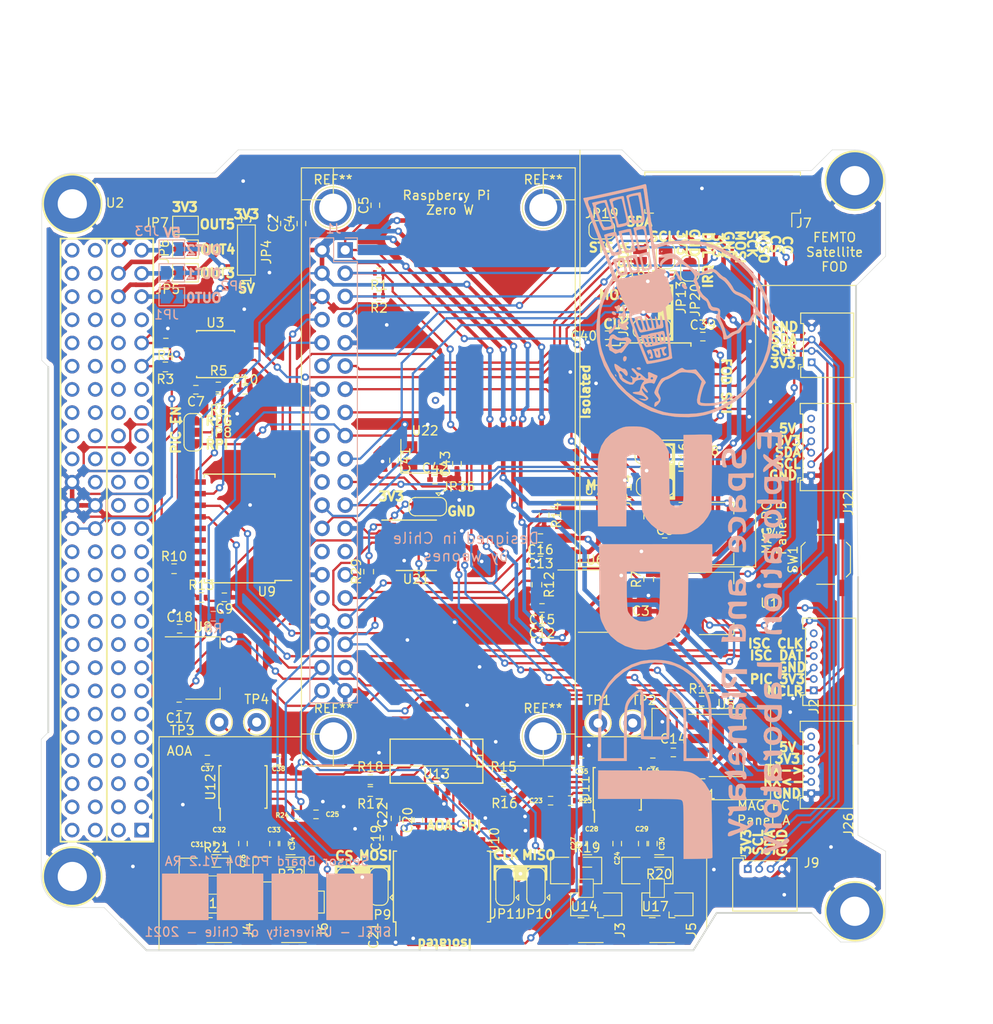
<source format=kicad_pcb>
(kicad_pcb (version 20171130) (host pcbnew "(5.1.2)-2")
  (layers (0 F.Cu signal) (31 B.Cu signal) (34 B.Paste user) (35 F.Paste user) (36 B.SilkS user) (37 F.SilkS user) (38 B.Mask user) (39 F.Mask user) (44 Edge.Cuts user))
  (net 0 "")
  (net 1 "Net-(U1-Pad2)")
  (net 2 OUT1_3V3)
  (net 3 3V3IN)
  (net 4 OUT2_3V3)
  (net 5 OUT3_3V3)
  (net 6 VIN)
  (net 7 5VIN)
  (net 8 OUT4_5V0)
  (net 9 OUT5_5V0)
  (net 10 OUT6_5V0)
  (net 11 "Net-(J1-Pad32)")
  (net 12 "Net-(J1-Pad28)")
  (net 13 "Net-(J1-Pad27)")
  (net 14 "Net-(J1-Pad22)")
  (net 15 "Net-(J1-Pad18)")
  (net 16 RPI_SCL)
  (net 17 RPI_SDA)
  (net 18 RPI_3V3)
  (net 19 CSP_SCL)
  (net 20 CSP_SDA)
  (net 21 SAT_3V3)
  (net 22 PIC_SDA)
  (net 23 PIC_3V3)
  (net 24 PIC_SCL)
  (net 25 GND)
  (net 26 AOA_SS)
  (net 27 AOA_MISO)
  (net 28 AOA_MOSI)
  (net 29 AOA_CLK)
  (net 30 ANT1_OUT)
  (net 31 ANT2_OUT)
  (net 32 ANT3_OUT)
  (net 33 ANT4_OUT)
  (net 34 ANT1_IN)
  (net 35 ANT2_IN)
  (net 36 ANT3_IN)
  (net 37 ANT4_IN)
  (net 38 VMAG1)
  (net 39 VPHS1)
  (net 40 VMAG2)
  (net 41 VPHS2)
  (net 42 AOA_5V)
  (net 43 FOD_SDA)
  (net 44 FOD_SCL)
  (net 45 FOD_3V3)
  (net 46 FOD_DPL)
  (net 47 FOD_MOSI)
  (net 48 FOD_SCK)
  (net 49 FOD_MISO)
  (net 50 FOD_CS)
  (net 51 FOD_CC)
  (net 52 MAG_3V3)
  (net 53 MCLR)
  (net 54 PIC_3V3J)
  (net 55 RPI_TX)
  (net 56 RPI_RX)
  (net 57 ICSPCLK)
  (net 58 ICSPDAT)
  (net 59 AOA_EN)
  (net 60 MAG_EN)
  (net 61 FOD_EN)
  (net 62 PIC_EN)
  (net 63 ifRPI_MOSI)
  (net 64 MOSI0)
  (net 65 ifRPI_MISO)
  (net 66 MISO0)
  (net 67 CLK0)
  (net 68 ifRPI_CLK)
  (net 69 SS00)
  (net 70 ifRPI_SS0)
  (net 71 MOSI1)
  (net 72 iaRPI_MOSI)
  (net 73 MISO1)
  (net 74 iaRPI_MISO)
  (net 75 iaRPI_CLK)
  (net 76 CLK1)
  (net 77 iaRPI_SS0)
  (net 78 SS10)
  (net 79 FOD_STS)
  (net 80 FOD_IRQ)
  (net 81 PC_5V)
  (net 82 PC_EN)
  (net 83 "Net-(U6-Pad2)")
  (net 84 XTAL2)
  (net 85 XTAL1)
  (net 86 LP_5V)
  (net 87 LP_EN)
  (net 88 SS01)
  (net 89 "Net-(J26-Pad6)")
  (net 90 LP_RESET)
  (net 91 IRQ)
  (net 92 RX)
  (net 93 TX)
  (net 94 "Net-(C24-Pad2)")
  (net 95 "Net-(C26-Pad2)")
  (net 96 "Net-(C27-Pad2)")
  (net 97 "Net-(C28-Pad2)")
  (net 98 "Net-(C29-Pad2)")
  (net 99 "Net-(C30-Pad2)")
  (net 100 "Net-(C31-Pad2)")
  (net 101 "Net-(C32-Pad2)")
  (net 102 "Net-(C33-Pad2)")
  (net 103 "Net-(C34-Pad2)")
  (net 104 "Net-(C35-Pad1)")
  (net 105 "Net-(C36-Pad1)")
  (net 106 "Net-(C37-Pad1)")
  (net 107 "Net-(C38-Pad1)")
  (net 108 "Net-(J2-Pad6)")
  (net 109 "Net-(J12-Pad6)")
  (net 110 "Net-(U2-Pad46)")
  (net 111 "Net-(U2-Pad45)")
  (net 112 "Net-(U2-Pad44)")
  (net 113 "Net-(U2-Pad42)")
  (net 114 "Net-(U2-Pad40)")
  (net 115 "Net-(U2-Pad39)")
  (net 116 "Net-(U2-Pad38)")
  (net 117 "Net-(U2-Pad37)")
  (net 118 "Net-(U2-Pad36)")
  (net 119 "Net-(U2-Pad35)")
  (net 120 "Net-(U2-Pad34)")
  (net 121 "Net-(U2-Pad33)")
  (net 122 "Net-(U2-Pad32)")
  (net 123 "Net-(U2-Pad31)")
  (net 124 "Net-(U2-Pad30)")
  (net 125 "Net-(U2-Pad29)")
  (net 126 "Net-(U2-Pad28)")
  (net 127 "Net-(U2-Pad27)")
  (net 128 "Net-(U2-Pad26)")
  (net 129 "Net-(U2-Pad25)")
  (net 130 "Net-(U2-Pad24)")
  (net 131 "Net-(U2-Pad23)")
  (net 132 "Net-(U2-Pad22)")
  (net 133 "Net-(U2-Pad21)")
  (net 134 "Net-(U2-Pad20)")
  (net 135 "Net-(U2-Pad19)")
  (net 136 "Net-(U2-Pad18)")
  (net 137 "Net-(U2-Pad17)")
  (net 138 "Net-(U2-Pad16)")
  (net 139 "Net-(U2-Pad15)")
  (net 140 "Net-(U2-Pad14)")
  (net 141 "Net-(U2-Pad13)")
  (net 142 "Net-(U2-Pad12)")
  (net 143 "Net-(U2-Pad11)")
  (net 144 "Net-(U2-Pad10)")
  (net 145 "Net-(U2-Pad9)")
  (net 146 "Net-(U2-Pad8)")
  (net 147 "Net-(U2-Pad7)")
  (net 148 "Net-(U2-Pad6)")
  (net 149 "Net-(U2-Pad5)")
  (net 150 "Net-(U2-Pad4)")
  (net 151 "Net-(U2-Pad3)")
  (net 152 "Net-(U2-Pad2)")
  (net 153 "Net-(U2-Pad1)")
  (net 154 "Net-(U2-Pad104)")
  (net 155 "Net-(U2-Pad103)")
  (net 156 "Net-(U2-Pad102)")
  (net 157 "Net-(U2-Pad101)")
  (net 158 "Net-(U2-Pad100)")
  (net 159 "Net-(U2-Pad99)")
  (net 160 "Net-(U2-Pad98)")
  (net 161 "Net-(U2-Pad97)")
  (net 162 "Net-(U2-Pad96)")
  (net 163 "Net-(U2-Pad95)")
  (net 164 "Net-(U2-Pad94)")
  (net 165 "Net-(U2-Pad93)")
  (net 166 "Net-(U2-Pad92)")
  (net 167 "Net-(U2-Pad91)")
  (net 168 "Net-(U2-Pad90)")
  (net 169 "Net-(U2-Pad89)")
  (net 170 "Net-(U2-Pad88)")
  (net 171 "Net-(U2-Pad87)")
  (net 172 "Net-(U2-Pad86)")
  (net 173 "Net-(U2-Pad85)")
  (net 174 "Net-(U2-Pad83)")
  (net 175 "Net-(U2-Pad78)")
  (net 176 "Net-(U2-Pad77)")
  (net 177 "Net-(U2-Pad76)")
  (net 178 "Net-(U2-Pad75)")
  (net 179 "Net-(U2-Pad74)")
  (net 180 "Net-(U2-Pad73)")
  (net 181 "Net-(U2-Pad72)")
  (net 182 "Net-(U2-Pad71)")
  (net 183 "Net-(U2-Pad70)")
  (net 184 "Net-(U2-Pad69)")
  (net 185 "Net-(U2-Pad68)")
  (net 186 "Net-(U2-Pad67)")
  (net 187 "Net-(U2-Pad66)")
  (net 188 "Net-(U2-Pad65)")
  (net 189 "Net-(U2-Pad64)")
  (net 190 "Net-(U2-Pad63)")
  (net 191 "Net-(U2-Pad62)")
  (net 192 "Net-(U2-Pad61)")
  (net 193 "Net-(U2-Pad60)")
  (net 194 "Net-(U2-Pad59)")
  (net 195 "Net-(U2-Pad58)")
  (net 196 "Net-(U2-Pad57)")
  (net 197 "Net-(U2-Pad56)")
  (net 198 "Net-(U2-Pad55)")
  (net 199 "Net-(U2-Pad54)")
  (net 200 "Net-(U2-Pad53)")
  (net 201 "Net-(U4-Pad2)")
  (net 202 "Net-(U5-Pad2)")
  (net 203 "Net-(U7-Pad2)")
  (net 204 "Net-(U8-Pad2)")
  (net 205 "Net-(U9-Pad18)")
  (net 206 "Net-(U9-Pad17)")
  (net 207 "Net-(U9-Pad16)")
  (net 208 "Net-(U9-Pad15)")
  (net 209 "Net-(U9-Pad9)")
  (net 210 "Net-(U9-Pad6)")
  (net 211 "Net-(U9-Pad3)")
  (net 212 "Net-(U9-Pad2)")
  (net 213 "Net-(U9-Pad1)")
  (net 214 "Net-(U11-Pad11)")
  (net 215 "Net-(U12-Pad11)")
  (net 216 "Net-(U13-Pad6)")
  (net 217 "Net-(U13-Pad5)")
  (net 218 "Net-(U21-Pad11)")
  (net 219 "Net-(U21-Pad10)")
  (module Payload:PC104-Standard (layer F.Cu) (at 37.05 122.3)
    (fp_text reference U2 (at 4.68 -73.76) (layer F.SilkS))
    (fp_text value Payload)
    (fp_line (start 85.86 -64.67) (end 85.86 -51.92) (layer Edge.Cuts) (width 0.2))
    (fp_line (start 86.08 -32.8) (end 86.08 -14.51) (layer Edge.Cuts) (width 0.2))
    (fp_line (start 80.98 3.99) (end 70.59 3.99) (layer Edge.Cuts) (width 0.2))
    (fp_line (start 68.04 8.09) (end 8.14 8.09) (layer Edge.Cuts) (width 0.2))
    (fp_line (start 70.59 3.99) (end 68.04 8.09) (layer Edge.Cuts) (width 0.2))
    (fp_line (start -2.63 -15.8) (end -2.63 -55.8) (layer Edge.Cuts) (width 0.2))
    (fp_line (start 8.14 8.09) (end 5.18 5.13) (layer Edge.Cuts) (width 0.2))
    (pad 84 thru_hole circle (at 0 0) (size 6.35 6.35) (drill 3.2) (layers *.Cu *.Mask) (net 25 GND))
    (pad 84 thru_hole circle (at 0 -73.66) (size 6.35 6.35) (drill 3.2) (layers *.Cu *.Mask) (net 25 GND))
    (pad 52 thru_hole circle (at 5.06 -68.58) (size 1.6 1.6) (drill 1.016) (layers *.Cu *.Mask) (net 10 OUT6_5V0))
    (pad 51 thru_hole circle (at 7.6 -68.58) (size 1.6 1.6) (drill 1.016) (layers *.Cu *.Mask) (net 5 OUT3_3V3))
    (pad 50 thru_hole circle (at 5.06 -66.04) (size 1.6 1.6) (drill 1.016) (layers *.Cu *.Mask) (net 9 OUT5_5V0))
    (pad 49 thru_hole circle (at 7.6 -66.04) (size 1.6 1.6) (drill 1.016) (layers *.Cu *.Mask) (net 4 OUT2_3V3))
    (pad 48 thru_hole circle (at 5.06 -63.5) (size 1.6 1.6) (drill 1.016) (layers *.Cu *.Mask) (net 8 OUT4_5V0))
    (pad 47 thru_hole circle (at 7.6 -63.5) (size 1.6 1.6) (drill 1.016) (layers *.Cu *.Mask) (net 2 OUT1_3V3))
    (pad 46 thru_hole circle (at 5.06 -60.96) (size 1.6 1.6) (drill 1.016) (layers *.Cu *.Mask) (net 110 "Net-(U2-Pad46)"))
    (pad 45 thru_hole circle (at 7.6 -60.96) (size 1.6 1.6) (drill 1.016) (layers *.Cu *.Mask) (net 111 "Net-(U2-Pad45)"))
    (pad 44 thru_hole circle (at 5.06 -58.42) (size 1.6 1.6) (drill 1.016) (layers *.Cu *.Mask) (net 112 "Net-(U2-Pad44)"))
    (pad 43 thru_hole circle (at 7.6 -58.42) (size 1.6 1.6) (drill 1.016) (layers *.Cu *.Mask) (net 19 CSP_SCL))
    (pad 42 thru_hole circle (at 5.06 -55.88) (size 1.6 1.6) (drill 1.016) (layers *.Cu *.Mask) (net 113 "Net-(U2-Pad42)"))
    (pad 41 thru_hole circle (at 7.6 -55.88) (size 1.6 1.6) (drill 1.016) (layers *.Cu *.Mask) (net 20 CSP_SDA))
    (pad 40 thru_hole circle (at 5.06 -53.34) (size 1.6 1.6) (drill 1.016) (layers *.Cu *.Mask) (net 114 "Net-(U2-Pad40)"))
    (pad 39 thru_hole circle (at 7.6 -53.34) (size 1.6 1.6) (drill 1.016) (layers *.Cu *.Mask) (net 115 "Net-(U2-Pad39)"))
    (pad 38 thru_hole circle (at 5.06 -50.8) (size 1.6 1.6) (drill 1.016) (layers *.Cu *.Mask) (net 116 "Net-(U2-Pad38)"))
    (pad 37 thru_hole circle (at 7.6 -50.8) (size 1.6 1.6) (drill 1.016) (layers *.Cu *.Mask) (net 117 "Net-(U2-Pad37)"))
    (pad 36 thru_hole circle (at 5.06 -48.26) (size 1.6 1.6) (drill 1.016) (layers *.Cu *.Mask) (net 118 "Net-(U2-Pad36)"))
    (pad 35 thru_hole circle (at 7.6 -48.26) (size 1.6 1.6) (drill 1.016) (layers *.Cu *.Mask) (net 119 "Net-(U2-Pad35)"))
    (pad 34 thru_hole circle (at 5.06 -45.72) (size 1.6 1.6) (drill 1.016) (layers *.Cu *.Mask) (net 120 "Net-(U2-Pad34)"))
    (pad 33 thru_hole circle (at 7.6 -45.72) (size 1.6 1.6) (drill 1.016) (layers *.Cu *.Mask) (net 121 "Net-(U2-Pad33)"))
    (pad 32 thru_hole circle (at 5.06 -43.18) (size 1.6 1.6) (drill 1.016) (layers *.Cu *.Mask) (net 122 "Net-(U2-Pad32)"))
    (pad 31 thru_hole circle (at 7.6 -43.18) (size 1.6 1.6) (drill 1.016) (layers *.Cu *.Mask) (net 123 "Net-(U2-Pad31)"))
    (pad 30 thru_hole circle (at 5.06 -40.64) (size 1.6 1.6) (drill 1.016) (layers *.Cu *.Mask) (net 124 "Net-(U2-Pad30)"))
    (pad 29 thru_hole circle (at 7.6 -40.64) (size 1.6 1.6) (drill 1.016) (layers *.Cu *.Mask) (net 125 "Net-(U2-Pad29)"))
    (pad 28 thru_hole circle (at 5.06 -38.1) (size 1.6 1.6) (drill 1.016) (layers *.Cu *.Mask) (net 126 "Net-(U2-Pad28)"))
    (pad 27 thru_hole circle (at 7.6 -38.1) (size 1.6 1.6) (drill 1.016) (layers *.Cu *.Mask) (net 127 "Net-(U2-Pad27)"))
    (pad 26 thru_hole circle (at 5.06 -35.56) (size 1.6 1.6) (drill 1.016) (layers *.Cu *.Mask) (net 128 "Net-(U2-Pad26)"))
    (pad 25 thru_hole circle (at 7.6 -35.56) (size 1.6 1.6) (drill 1.016) (layers *.Cu *.Mask) (net 129 "Net-(U2-Pad25)"))
    (pad 24 thru_hole circle (at 5.06 -33.02) (size 1.6 1.6) (drill 1.016) (layers *.Cu *.Mask) (net 130 "Net-(U2-Pad24)"))
    (pad 23 thru_hole circle (at 7.6 -33.02) (size 1.6 1.6) (drill 1.016) (layers *.Cu *.Mask) (net 131 "Net-(U2-Pad23)"))
    (pad 22 thru_hole circle (at 5.06 -30.48) (size 1.6 1.6) (drill 1.016) (layers *.Cu *.Mask) (net 132 "Net-(U2-Pad22)"))
    (pad 21 thru_hole circle (at 7.6 -30.48) (size 1.6 1.6) (drill 1.016) (layers *.Cu *.Mask) (net 133 "Net-(U2-Pad21)"))
    (pad 20 thru_hole circle (at 5.06 -27.94) (size 1.6 1.6) (drill 1.016) (layers *.Cu *.Mask) (net 134 "Net-(U2-Pad20)"))
    (pad 19 thru_hole circle (at 7.6 -27.94) (size 1.6 1.6) (drill 1.016) (layers *.Cu *.Mask) (net 135 "Net-(U2-Pad19)"))
    (pad 18 thru_hole circle (at 5.06 -25.4) (size 1.6 1.6) (drill 1.016) (layers *.Cu *.Mask) (net 136 "Net-(U2-Pad18)"))
    (pad 17 thru_hole circle (at 7.6 -25.4) (size 1.6 1.6) (drill 1.016) (layers *.Cu *.Mask) (net 137 "Net-(U2-Pad17)"))
    (pad 16 thru_hole circle (at 5.06 -22.86) (size 1.6 1.6) (drill 1.016) (layers *.Cu *.Mask) (net 138 "Net-(U2-Pad16)"))
    (pad 15 thru_hole circle (at 7.6 -22.86) (size 1.6 1.6) (drill 1.016) (layers *.Cu *.Mask) (net 139 "Net-(U2-Pad15)"))
    (pad 14 thru_hole circle (at 5.06 -20.32) (size 1.6 1.6) (drill 1.016) (layers *.Cu *.Mask) (net 140 "Net-(U2-Pad14)"))
    (pad 13 thru_hole circle (at 7.6 -20.32) (size 1.6 1.6) (drill 1.016) (layers *.Cu *.Mask) (net 141 "Net-(U2-Pad13)"))
    (pad 12 thru_hole circle (at 5.06 -17.78) (size 1.6 1.6) (drill 1.016) (layers *.Cu *.Mask) (net 142 "Net-(U2-Pad12)"))
    (pad 11 thru_hole circle (at 7.6 -17.78) (size 1.6 1.6) (drill 1.016) (layers *.Cu *.Mask) (net 143 "Net-(U2-Pad11)"))
    (pad 10 thru_hole circle (at 5.06 -15.24) (size 1.6 1.6) (drill 1.016) (layers *.Cu *.Mask) (net 144 "Net-(U2-Pad10)"))
    (pad 9 thru_hole circle (at 7.6 -15.24) (size 1.6 1.6) (drill 1.016) (layers *.Cu *.Mask) (net 145 "Net-(U2-Pad9)"))
    (pad 8 thru_hole circle (at 5.06 -12.7) (size 1.6 1.6) (drill 1.016) (layers *.Cu *.Mask) (net 146 "Net-(U2-Pad8)"))
    (pad 7 thru_hole circle (at 7.6 -12.7) (size 1.6 1.6) (drill 1.016) (layers *.Cu *.Mask) (net 147 "Net-(U2-Pad7)"))
    (pad 6 thru_hole circle (at 5.06 -10.16) (size 1.6 1.6) (drill 1.016) (layers *.Cu *.Mask) (net 148 "Net-(U2-Pad6)"))
    (pad 5 thru_hole circle (at 7.6 -10.16) (size 1.6 1.6) (drill 1.016) (layers *.Cu *.Mask) (net 149 "Net-(U2-Pad5)"))
    (pad 4 thru_hole circle (at 5.06 -7.62) (size 1.6 1.6) (drill 1.016) (layers *.Cu *.Mask) (net 150 "Net-(U2-Pad4)"))
    (pad 3 thru_hole circle (at 7.6 -7.62) (size 1.6 1.6) (drill 1.016) (layers *.Cu *.Mask) (net 151 "Net-(U2-Pad3)"))
    (pad 2 thru_hole circle (at 5.06 -5.08) (size 1.6 1.6) (drill 1.016) (layers *.Cu *.Mask) (net 152 "Net-(U2-Pad2)"))
    (pad 1 thru_hole rect (at 7.6 -5.08) (size 1.6 1.6) (drill 1.016) (layers *.Cu *.Mask) (net 153 "Net-(U2-Pad1)"))
    (pad 104 thru_hole circle (at -0.02 -68.58) (size 1.6 1.6) (drill 1.016) (layers *.Cu *.Mask) (net 154 "Net-(U2-Pad104)"))
    (pad 103 thru_hole circle (at 2.52 -68.58) (size 1.6 1.6) (drill 1.016) (layers *.Cu *.Mask) (net 155 "Net-(U2-Pad103)"))
    (pad 102 thru_hole circle (at -0.02 -66.04) (size 1.6 1.6) (drill 1.016) (layers *.Cu *.Mask) (net 156 "Net-(U2-Pad102)"))
    (pad 101 thru_hole circle (at 2.52 -66.04) (size 1.6 1.6) (drill 1.016) (layers *.Cu *.Mask) (net 157 "Net-(U2-Pad101)"))
    (pad 100 thru_hole circle (at -0.02 -63.5) (size 1.6 1.6) (drill 1.016) (layers *.Cu *.Mask) (net 158 "Net-(U2-Pad100)"))
    (pad 99 thru_hole circle (at 2.52 -63.5) (size 1.6 1.6) (drill 1.016) (layers *.Cu *.Mask) (net 159 "Net-(U2-Pad99)"))
    (pad 98 thru_hole circle (at -0.02 -60.96) (size 1.6 1.6) (drill 1.016) (layers *.Cu *.Mask) (net 160 "Net-(U2-Pad98)"))
    (pad 97 thru_hole circle (at 2.52 -60.96) (size 1.6 1.6) (drill 1.016) (layers *.Cu *.Mask) (net 161 "Net-(U2-Pad97)"))
    (pad 96 thru_hole circle (at -0.02 -58.42) (size 1.6 1.6) (drill 1.016) (layers *.Cu *.Mask) (net 162 "Net-(U2-Pad96)"))
    (pad 95 thru_hole circle (at 2.52 -58.42) (size 1.6 1.6) (drill 1.016) (layers *.Cu *.Mask) (net 163 "Net-(U2-Pad95)"))
    (pad 94 thru_hole circle (at -0.02 -55.88) (size 1.6 1.6) (drill 1.016) (layers *.Cu *.Mask) (net 164 "Net-(U2-Pad94)"))
    (pad 93 thru_hole circle (at 2.52 -55.88) (size 1.6 1.6) (drill 1.016) (layers *.Cu *.Mask) (net 165 "Net-(U2-Pad93)"))
    (pad 92 thru_hole circle (at -0.02 -53.34) (size 1.6 1.6) (drill 1.016) (layers *.Cu *.Mask) (net 166 "Net-(U2-Pad92)"))
    (pad 91 thru_hole circle (at 2.52 -53.34) (size 1.6 1.6) (drill 1.016) (layers *.Cu *.Mask) (net 167 "Net-(U2-Pad91)"))
    (pad 90 thru_hole circle (at -0.02 -50.8) (size 1.6 1.6) (drill 1.016) (layers *.Cu *.Mask) (net 168 "Net-(U2-Pad90)"))
    (pad 89 thru_hole circle (at 2.52 -50.8) (size 1.6 1.6) (drill 1.016) (layers *.Cu *.Mask) (net 169 "Net-(U2-Pad89)"))
    (pad 88 thru_hole circle (at -0.02 -48.26) (size 1.6 1.6) (drill 1.016) (layers *.Cu *.Mask) (net 170 "Net-(U2-Pad88)"))
    (pad 87 thru_hole circle (at 2.52 -48.26) (size 1.6 1.6) (drill 1.016) (layers *.Cu *.Mask) (net 171 "Net-(U2-Pad87)"))
    (pad 86 thru_hole circle (at -0.02 -45.72) (size 1.6 1.6) (drill 1.016) (layers *.Cu *.Mask) (net 172 "Net-(U2-Pad86)"))
    (pad 85 thru_hole circle (at 2.52 -45.72) (size 1.6 1.6) (drill 1.016) (layers *.Cu *.Mask) (net 173 "Net-(U2-Pad85)"))
    (pad 84 thru_hole circle (at -0.02 -43.18) (size 1.6 1.6) (drill 1.016) (layers *.Cu *.Mask) (net 25 GND))
    (pad 83 thru_hole circle (at 2.52 -43.18) (size 1.6 1.6) (drill 1.016) (layers *.Cu *.Mask) (net 174 "Net-(U2-Pad83)"))
    (pad 82 thru_hole circle (at -0.02 -40.64) (size 1.6 1.6) (drill 1.016) (layers *.Cu *.Mask) (net 25 GND))
    (pad 81 thru_hole circle (at 2.52 -40.64) (size 1.6 1.6) (drill 1.016) (layers *.Cu *.Mask) (net 25 GND))
    (pad 80 thru_hole circle (at -0.02 -38.1) (size 1.6 1.6) (drill 1.016) (layers *.Cu *.Mask) (net 21 SAT_3V3))
    (pad 79 thru_hole circle (at 2.52 -38.1) (size 1.6 1.6) (drill 1.016) (layers *.Cu *.Mask) (net 21 SAT_3V3))
    (pad 78 thru_hole circle (at -0.02 -35.56) (size 1.6 1.6) (drill 1.016) (layers *.Cu *.Mask) (net 175 "Net-(U2-Pad78)"))
    (pad 77 thru_hole circle (at 2.52 -35.56) (size 1.6 1.6) (drill 1.016) (layers *.Cu *.Mask) (net 176 "Net-(U2-Pad77)"))
    (pad 76 thru_hole circle (at -0.02 -33.02) (size 1.6 1.6) (drill 1.016) (layers *.Cu *.Mask) (net 177 "Net-(U2-Pad76)"))
    (pad 75 thru_hole circle (at 2.52 -33.02) (size 1.6 1.6) (drill 1.016) (layers *.Cu *.Mask) (net 178 "Net-(U2-Pad75)"))
    (pad 74 thru_hole circle (at -0.02 -30.48) (size 1.6 1.6) (drill 1.016) (layers *.Cu *.Mask) (net 179 "Net-(U2-Pad74)"))
    (pad 73 thru_hole circle (at 2.52 -30.48) (size 1.6 1.6) (drill 1.016) (layers *.Cu *.Mask) (net 180 "Net-(U2-Pad73)"))
    (pad 72 thru_hole circle (at -0.02 -27.94) (size 1.6 1.6) (drill 1.016) (layers *.Cu *.Mask) (net 181 "Net-(U2-Pad72)"))
    (pad 71 thru_hole circle (at 2.52 -27.94) (size 1.6 1.6) (drill 1.016) (layers *.Cu *.Mask) (net 182 "Net-(U2-Pad71)"))
    (pad 70 thru_hole circle (at -0.02 -25.4) (size 1.6 1.6) (drill 1.016) (layers *.Cu *.Mask) (net 183 "Net-(U2-Pad70)"))
    (pad 69 thru_hole circle (at 2.52 -25.4) (size 1.6 1.6) (drill 1.016) (layers *.Cu *.Mask) (net 184 "Net-(U2-Pad69)"))
    (pad 68 thru_hole circle (at -0.02 -22.86) (size 1.6 1.6) (drill 1.016) (layers *.Cu *.Mask) (net 185 "Net-(U2-Pad68)"))
    (pad 67 thru_hole circle (at 2.52 -22.86) (size 1.6 1.6) (drill 1.016) (layers *.Cu *.Mask) (net 186 "Net-(U2-Pad67)"))
    (pad 66 thru_hole circle (at -0.02 -20.32) (size 1.6 1.6) (drill 1.016) (layers *.Cu *.Mask) (net 187 "Net-(U2-Pad66)"))
    (pad 65 thru_hole circle (at 2.52 -20.32) (size 1.6 1.6) (drill 1.016) (layers *.Cu *.Mask) (net 188 "Net-(U2-Pad65)"))
    (pad 64 thru_hole circle (at -0.02 -17.78) (size 1.6 1.6) (drill 1.016) (layers *.Cu *.Mask) (net 189 "Net-(U2-Pad64)"))
    (pad 63 thru_hole circle (at 2.52 -17.78) (size 1.6 1.6) (drill 1.016) (layers *.Cu *.Mask) (net 190 "Net-(U2-Pad63)"))
    (pad 62 thru_hole circle (at -0.02 -15.24) (size 1.6 1.6) (drill 1.016) (layers *.Cu *.Mask) (net 191 "Net-(U2-Pad62)"))
    (pad 61 thru_hole circle (at 2.52 -15.24) (size 1.6 1.6) (drill 1.016) (layers *.Cu *.Mask) (net 192 "Net-(U2-Pad61)"))
    (pad 60 thru_hole circle (at -0.02 -12.7) (size 1.6 1.6) (drill 1.016) (layers *.Cu *.Mask) (net 193 "Net-(U2-Pad60)"))
    (pad 59 thru_hole circle (at 2.52 -12.7) (size 1.6 1.6) (drill 1.016) (layers *.Cu *.Mask) (net 194 "Net-(U2-Pad59)"))
    (pad 58 thru_hole circle (at -0.02 -10.16) (size 1.6 1.6) (drill 1.016) (layers *.Cu *.Mask) (net 195 "Net-(U2-Pad58)"))
    (pad 57 thru_hole circle (at 2.52 -10.16 90) (size 1.6 1.6) (drill 1.016) (layers *.Cu *.Mask) (net 196 "Net-(U2-Pad57)"))
    (pad 56 thru_hole circle (at -0.02 -7.62) (size 1.6 1.6) (drill 1.016) (layers *.Cu *.Mask) (net 197 "Net-(U2-Pad56)"))
    (pad 55 thru_hole circle (at 2.52 -7.62) (size 1.6 1.6) (drill 1.016) (layers *.Cu *.Mask) (net 198 "Net-(U2-Pad55)"))
    (pad 54 thru_hole circle (at -0.02 -5.08) (size 1.6 1.6) (drill 1.016) (layers *.Cu *.Mask) (net 199 "Net-(U2-Pad54)"))
    (pad 53 thru_hole circle (at 2.52 -5.08) (size 1.6 1.6) (drill 1.016) (layers *.Cu *.Mask) (net 200 "Net-(U2-Pad53)"))
    (pad 84 thru_hole circle (at 85.73 3.81) (size 6.35 6.35) (drill 3.2) (layers *.Cu *.Mask) (net 25 GND))
    (pad 84 thru_hole circle (at 85.73 -76.2) (size 6.35 6.35) (drill 3.2) (layers *.Cu *.Mask) (net 25 GND))
  )
  (module Connectors_Molex:Molex_PicoBlade_53048-0610_06x1.25mm_Angled (layer F.Cu) (at 118 78.4 90)
    (fp_text reference J12 (at -3.075 4.075 90) (layer F.SilkS))
    (fp_text value Conn_01x06_Male)
    (pad 6 thru_hole circle (at 6.25 0 90) (size 0.85 0.85) (drill 0.5) (layers *.Cu *.Mask) (net 109 "Net-(J12-Pad6)"))
    (pad 5 thru_hole circle (at 5 0 90) (size 0.85 0.85) (drill 0.5) (layers *.Cu *.Mask) (net 81 PC_5V))
    (pad 4 thru_hole circle (at 3.75 0 90) (size 0.85 0.85) (drill 0.5) (layers *.Cu *.Mask) (net 52 MAG_3V3))
    (pad 3 thru_hole circle (at 2.5 0 90) (size 0.85 0.85) (drill 0.5) (layers *.Cu *.Mask) (net 17 RPI_SDA))
    (pad 2 thru_hole circle (at 1.25 0 90) (size 0.85 0.85) (drill 0.5) (layers *.Cu *.Mask) (net 16 RPI_SCL))
    (pad 1 thru_hole rect (at 0 0 90) (size 0.85 0.85) (drill 0.5) (layers *.Cu *.Mask) (net 25 GND))
  )
  (module Connectors_Molex:Molex_PicoBlade_53048-0410_04x1.25mm_Angled (layer F.Cu) (at 118.05 66 90)
    (fp_text reference J8 (at 1.875 -2.25 90) (layer F.SilkS))
    (fp_text value Conn_01x04_Male)
    (pad 4 thru_hole circle (at 3.75 0 90) (size 0.85 0.85) (drill 0.5) (layers *.Cu *.Mask) (net 25 GND))
    (pad 3 thru_hole circle (at 2.5 0 90) (size 0.85 0.85) (drill 0.5) (layers *.Cu *.Mask) (net 17 RPI_SDA))
    (pad 2 thru_hole circle (at 1.25 0 90) (size 0.85 0.85) (drill 0.5) (layers *.Cu *.Mask) (net 16 RPI_SCL))
    (pad 1 thru_hole rect (at 0 0 90) (size 0.85 0.85) (drill 0.5) (layers *.Cu *.Mask) (net 52 MAG_3V3))
  )
  (module L86:SPEL_logo (layer B.Cu) (at 104.33 83.43 270)
    (fp_text reference G*** hide)
    (fp_text value LOGO hide)
  )
  (module Connectors:1pin (layer F.Cu) (at 65.62 49.05)
    (fp_text reference REF** (at 0 -3.048) (layer F.SilkS))
    (fp_text value 1pin)
    (pad 1 thru_hole circle (at 0 0) (size 4.064 4.064) (drill 3.048) (layers *.Cu *.Mask))
  )
  (module Connectors:1pin (layer F.Cu) (at 65.65 106.94)
    (fp_text reference REF** (at 0 -3.048) (layer F.SilkS))
    (fp_text value 1pin)
    (pad 1 thru_hole circle (at 0 0) (size 4.064 4.064) (drill 3.048) (layers *.Cu *.Mask))
  )
  (module Connectors:1pin (layer F.Cu) (at 88.62 106.94)
    (fp_text reference REF** (at 0 -3.048) (layer F.SilkS))
    (fp_text value 1pin)
    (pad 1 thru_hole circle (at 0 0) (size 4.064 4.064) (drill 3.048) (layers *.Cu *.Mask))
  )
  (module Connectors:1pin (layer F.Cu) (at 88.65 49.05)
    (fp_text reference REF** (at 0 -3.048) (layer F.SilkS))
    (fp_text value 1pin)
    (pad 1 thru_hole circle (at 0 0) (size 4.064 4.064) (drill 3.048) (layers *.Cu *.Mask))
  )
  (module Jumper:SolderJumper-2_P1.3mm_Open_TrianglePad1.0x1.5mm (layer B.Cu) (at 47.95 58.8)
    (fp_text reference JP1 (at -0.58 1.99) (layer B.SilkS) (effects (justify mirror)))
    (fp_text value Jumper_2_Open)
    (pad 2 smd custom (at 0.725 0) (size 0.3 0.3) (layers B.Cu B.Mask) (net 3 3V3IN) (options (clearance outline) (anchor rect)) (primitives (gr_poly (pts (xy -0.65 0.75) (xy 0.5 0.75) (xy 0.5 -0.75) (xy -0.65 -0.75) (xy -0.15 0)) (width 0))))
    (pad 1 smd custom (at -0.725 0) (size 0.3 0.3) (layers B.Cu B.Mask) (net 2 OUT1_3V3) (options (clearance outline) (anchor rect)) (primitives (gr_poly (pts (xy -0.5 0.75) (xy 0.5 0.75) (xy 1 0) (xy 0.5 -0.75) (xy -0.5 -0.75)) (width 0))))
  )
  (module Jumper:SolderJumper-2_P1.3mm_Open_TrianglePad1.0x1.5mm (layer B.Cu) (at 47.95 56.2)
    (fp_text reference JP2 (at 6.68 1.44) (layer B.SilkS) (effects (justify mirror)))
    (fp_text value Jumper_2_Open)
    (pad 1 smd custom (at -0.725 0) (size 0.3 0.3) (layers B.Cu B.Mask) (net 4 OUT2_3V3) (options (clearance outline) (anchor rect)) (primitives (gr_poly (pts (xy -0.5 0.75) (xy 0.5 0.75) (xy 1 0) (xy 0.5 -0.75) (xy -0.5 -0.75)) (width 0))))
    (pad 2 smd custom (at 0.725 0) (size 0.3 0.3) (layers B.Cu B.Mask) (net 3 3V3IN) (options (clearance outline) (anchor rect)) (primitives (gr_poly (pts (xy -0.65 0.75) (xy 0.5 0.75) (xy 0.5 -0.75) (xy -0.65 -0.75) (xy -0.15 0)) (width 0))))
  )
  (module Jumper:SolderJumper-2_P1.3mm_Open_TrianglePad1.0x1.5mm (layer B.Cu) (at 47.95 53.6)
    (fp_text reference JP3 (at -2.72 -1.96) (layer B.SilkS) (effects (justify mirror)))
    (fp_text value Jumper_2_Open)
    (pad 2 smd custom (at 0.725 0) (size 0.3 0.3) (layers B.Cu B.Mask) (net 3 3V3IN) (options (clearance outline) (anchor rect)) (primitives (gr_poly (pts (xy -0.65 0.75) (xy 0.5 0.75) (xy 0.5 -0.75) (xy -0.65 -0.75) (xy -0.15 0)) (width 0))))
    (pad 1 smd custom (at -0.725 0) (size 0.3 0.3) (layers B.Cu B.Mask) (net 5 OUT3_3V3) (options (clearance outline) (anchor rect)) (primitives (gr_poly (pts (xy -0.5 0.75) (xy 0.5 0.75) (xy 1 0) (xy 0.5 -0.75) (xy -0.5 -0.75)) (width 0))))
  )
  (module Jumper:SolderJumper-3_P2.0mm_Open_TrianglePad1.0x1.5mm_NumberLabels (layer F.Cu) (at 56.15 53.7 90)
    (fp_text reference JP4 (at -0.23 2.17 90) (layer F.SilkS))
    (fp_text value Jumper_3_Open)
    (fp_text user 3 (at 3.4 0 90) (layer F.SilkS))
    (fp_text user 1 (at -3.35 0 90) (layer F.SilkS))
    (pad 1 smd custom (at -2 0 90) (size 0.3 0.3) (layers F.Cu F.Mask) (net 3 3V3IN) (options (clearance outline) (anchor rect)) (primitives (gr_poly (pts (xy -0.5 -0.75) (xy 0.5 -0.75) (xy 1 0) (xy 0.5 0.75) (xy -0.5 0.75)) (width 0))))
    (pad 2 smd custom (at 0 0 90) (size 0.3 0.3) (layers F.Cu) (net 6 VIN) (options (clearance outline) (anchor rect)) (primitives (gr_poly (pts (xy -1.2 -0.75) (xy 1.2 -0.75) (xy 0.7 0) (xy 1.2 0.75) (xy -1.2 0.75) (xy -0.7 0)) (width 0))))
    (pad 3 smd custom (at 2 0 270) (size 0.3 0.3) (layers F.Cu F.Mask) (net 7 5VIN) (options (clearance outline) (anchor rect)) (primitives (gr_poly (pts (xy -0.5 -0.75) (xy 0.5 -0.75) (xy 1 0) (xy 0.5 0.75) (xy -0.5 0.75)) (width 0))))
  )
  (module Jumper:SolderJumper-2_P1.3mm_Open_TrianglePad1.0x1.5mm (layer F.Cu) (at 49.45 56.2)
    (fp_text reference JP5 (at -1.95 1.79) (layer F.SilkS))
    (fp_text value Jumper_2_Open)
    (pad 1 smd custom (at -0.725 0) (size 0.3 0.3) (layers F.Cu F.Mask) (net 8 OUT4_5V0) (options (clearance outline) (anchor rect)) (primitives (gr_poly (pts (xy -0.5 -0.75) (xy 0.5 -0.75) (xy 1 0) (xy 0.5 0.75) (xy -0.5 0.75)) (width 0))))
    (pad 2 smd custom (at 0.725 0) (size 0.3 0.3) (layers F.Cu F.Mask) (net 7 5VIN) (options (clearance outline) (anchor rect)) (primitives (gr_poly (pts (xy -0.65 -0.75) (xy 0.5 -0.75) (xy 0.5 0.75) (xy -0.65 0.75) (xy -0.15 0)) (width 0))))
  )
  (module Jumper:SolderJumper-2_P1.3mm_Open_TrianglePad1.0x1.5mm (layer F.Cu) (at 49.45 53.6)
    (fp_text reference JP6 (at -2.33 0.27 90) (layer F.SilkS))
    (fp_text value Jumper_2_Open)
    (pad 2 smd custom (at 0.725 0) (size 0.3 0.3) (layers F.Cu F.Mask) (net 7 5VIN) (options (clearance outline) (anchor rect)) (primitives (gr_poly (pts (xy -0.65 -0.75) (xy 0.5 -0.75) (xy 0.5 0.75) (xy -0.65 0.75) (xy -0.15 0)) (width 0))))
    (pad 1 smd custom (at -0.725 0) (size 0.3 0.3) (layers F.Cu F.Mask) (net 9 OUT5_5V0) (options (clearance outline) (anchor rect)) (primitives (gr_poly (pts (xy -0.5 -0.75) (xy 0.5 -0.75) (xy 1 0) (xy 0.5 0.75) (xy -0.5 0.75)) (width 0))))
  )
  (module Jumper:SolderJumper-2_P1.3mm_Open_TrianglePad1.0x1.5mm (layer F.Cu) (at 49.45 51)
    (fp_text reference JP7 (at -3.19 -0.28) (layer F.SilkS))
    (fp_text value Jumper_2_Open)
    (pad 1 smd custom (at -0.725 0) (size 0.3 0.3) (layers F.Cu F.Mask) (net 10 OUT6_5V0) (options (clearance outline) (anchor rect)) (primitives (gr_poly (pts (xy -0.5 -0.75) (xy 0.5 -0.75) (xy 1 0) (xy 0.5 0.75) (xy -0.5 0.75)) (width 0))))
    (pad 2 smd custom (at 0.725 0) (size 0.3 0.3) (layers F.Cu F.Mask) (net 7 5VIN) (options (clearance outline) (anchor rect)) (primitives (gr_poly (pts (xy -0.65 -0.75) (xy 0.5 -0.75) (xy 0.5 0.75) (xy -0.65 0.75) (xy -0.15 0)) (width 0))))
  )
  (module Pin_Headers:Pin_Header_Straight_2x20_Pitch2.54mm (layer B.Cu) (at 66.95 53.7 180)
    (fp_text reference J1 (at 1.27 2.33) (layer B.SilkS) (effects (justify mirror)))
    (fp_text value RPi_GPIO)
    (pad 40 thru_hole oval (at 2.54 -48.26 180) (size 1.7 1.7) (drill 1) (layers *.Cu *.Mask) (net 76 CLK1))
    (pad 39 thru_hole oval (at 0 -48.26 180) (size 1.7 1.7) (drill 1) (layers *.Cu *.Mask) (net 25 GND))
    (pad 38 thru_hole oval (at 2.54 -45.72 180) (size 1.7 1.7) (drill 1) (layers *.Cu *.Mask) (net 71 MOSI1))
    (pad 37 thru_hole oval (at 0 -45.72 180) (size 1.7 1.7) (drill 1) (layers *.Cu *.Mask) (net 59 AOA_EN))
    (pad 36 thru_hole oval (at 2.54 -43.18 180) (size 1.7 1.7) (drill 1) (layers *.Cu *.Mask) (net 78 SS10))
    (pad 35 thru_hole oval (at 0 -43.18 180) (size 1.7 1.7) (drill 1) (layers *.Cu *.Mask) (net 73 MISO1))
    (pad 34 thru_hole oval (at 2.54 -40.64 180) (size 1.7 1.7) (drill 1) (layers *.Cu *.Mask) (net 25 GND))
    (pad 33 thru_hole oval (at 0 -40.64 180) (size 1.7 1.7) (drill 1) (layers *.Cu *.Mask) (net 87 LP_EN))
    (pad 32 thru_hole oval (at 2.54 -38.1 180) (size 1.7 1.7) (drill 1) (layers *.Cu *.Mask) (net 11 "Net-(J1-Pad32)"))
    (pad 31 thru_hole oval (at 0 -38.1 180) (size 1.7 1.7) (drill 1) (layers *.Cu *.Mask) (net 82 PC_EN))
    (pad 30 thru_hole oval (at 2.54 -35.56 180) (size 1.7 1.7) (drill 1) (layers *.Cu *.Mask) (net 25 GND))
    (pad 29 thru_hole oval (at 0 -35.56 180) (size 1.7 1.7) (drill 1) (layers *.Cu *.Mask) (net 60 MAG_EN))
    (pad 28 thru_hole oval (at 2.54 -33.02 180) (size 1.7 1.7) (drill 1) (layers *.Cu *.Mask) (net 12 "Net-(J1-Pad28)"))
    (pad 27 thru_hole oval (at 0 -33.02 180) (size 1.7 1.7) (drill 1) (layers *.Cu *.Mask) (net 13 "Net-(J1-Pad27)"))
    (pad 26 thru_hole oval (at 2.54 -30.48 180) (size 1.7 1.7) (drill 1) (layers *.Cu *.Mask) (net 88 SS01))
    (pad 25 thru_hole oval (at 0 -30.48 180) (size 1.7 1.7) (drill 1) (layers *.Cu *.Mask) (net 25 GND))
    (pad 24 thru_hole oval (at 2.54 -27.94 180) (size 1.7 1.7) (drill 1) (layers *.Cu *.Mask) (net 69 SS00))
    (pad 23 thru_hole oval (at 0 -27.94 180) (size 1.7 1.7) (drill 1) (layers *.Cu *.Mask) (net 67 CLK0))
    (pad 22 thru_hole oval (at 2.54 -25.4 180) (size 1.7 1.7) (drill 1) (layers *.Cu *.Mask) (net 14 "Net-(J1-Pad22)"))
    (pad 21 thru_hole oval (at 0 -25.4 180) (size 1.7 1.7) (drill 1) (layers *.Cu *.Mask) (net 66 MISO0))
    (pad 20 thru_hole oval (at 2.54 -22.86 180) (size 1.7 1.7) (drill 1) (layers *.Cu *.Mask) (net 25 GND))
    (pad 19 thru_hole oval (at 0 -22.86 180) (size 1.7 1.7) (drill 1) (layers *.Cu *.Mask) (net 64 MOSI0))
    (pad 18 thru_hole oval (at 2.54 -20.32 180) (size 1.7 1.7) (drill 1) (layers *.Cu *.Mask) (net 15 "Net-(J1-Pad18)"))
    (pad 17 thru_hole oval (at 0 -20.32 180) (size 1.7 1.7) (drill 1) (layers *.Cu *.Mask) (net 18 RPI_3V3))
    (pad 16 thru_hole oval (at 2.54 -17.78 180) (size 1.7 1.7) (drill 1) (layers *.Cu *.Mask) (net 62 PIC_EN))
    (pad 15 thru_hole oval (at 0 -17.78 180) (size 1.7 1.7) (drill 1) (layers *.Cu *.Mask) (net 51 FOD_CC))
    (pad 14 thru_hole oval (at 2.54 -15.24 180) (size 1.7 1.7) (drill 1) (layers *.Cu *.Mask) (net 25 GND))
    (pad 13 thru_hole oval (at 0 -15.24 180) (size 1.7 1.7) (drill 1) (layers *.Cu *.Mask) (net 61 FOD_EN))
    (pad 12 thru_hole oval (at 2.54 -12.7 180) (size 1.7 1.7) (drill 1) (layers *.Cu *.Mask) (net 80 FOD_IRQ))
    (pad 11 thru_hole oval (at 0 -12.7 180) (size 1.7 1.7) (drill 1) (layers *.Cu *.Mask) (net 46 FOD_DPL))
    (pad 10 thru_hole oval (at 2.54 -10.16 180) (size 1.7 1.7) (drill 1) (layers *.Cu *.Mask) (net 56 RPI_RX))
    (pad 9 thru_hole oval (at 0 -10.16 180) (size 1.7 1.7) (drill 1) (layers *.Cu *.Mask) (net 25 GND))
    (pad 8 thru_hole oval (at 2.54 -7.62 180) (size 1.7 1.7) (drill 1) (layers *.Cu *.Mask) (net 55 RPI_TX))
    (pad 7 thru_hole oval (at 0 -7.62 180) (size 1.7 1.7) (drill 1) (layers *.Cu *.Mask) (net 79 FOD_STS))
    (pad 6 thru_hole oval (at 2.54 -5.08 180) (size 1.7 1.7) (drill 1) (layers *.Cu *.Mask) (net 25 GND))
    (pad 5 thru_hole oval (at 0 -5.08 180) (size 1.7 1.7) (drill 1) (layers *.Cu *.Mask) (net 16 RPI_SCL))
    (pad 4 thru_hole oval (at 2.54 -2.54 180) (size 1.7 1.7) (drill 1) (layers *.Cu *.Mask) (net 6 VIN))
    (pad 3 thru_hole oval (at 0 -2.54 180) (size 1.7 1.7) (drill 1) (layers *.Cu *.Mask) (net 17 RPI_SDA))
    (pad 2 thru_hole oval (at 2.54 0 180) (size 1.7 1.7) (drill 1) (layers *.Cu *.Mask) (net 6 VIN))
    (pad 1 thru_hole rect (at 0 0 180) (size 1.7 1.7) (drill 1) (layers *.Cu *.Mask) (net 18 RPI_3V3))
  )
  (module Resistors_SMD:R_0402 (layer F.Cu) (at 70.65 56.2 180)
    (fp_text reference R1 (at 0 -1.35) (layer F.SilkS))
    (fp_text value R)
    (pad 2 smd rect (at 0.45 0 180) (size 0.4 0.6) (layers F.Cu F.Paste F.Mask) (net 17 RPI_SDA))
    (pad 1 smd rect (at -0.45 0 180) (size 0.4 0.6) (layers F.Cu F.Paste F.Mask) (net 18 RPI_3V3))
  )
  (module Resistors_SMD:R_0402 (layer F.Cu) (at 70.65 58.7 180)
    (fp_text reference R2 (at 0 -1.35) (layer F.SilkS))
    (fp_text value R)
    (pad 1 smd rect (at -0.45 0 180) (size 0.4 0.6) (layers F.Cu F.Paste F.Mask) (net 18 RPI_3V3))
    (pad 2 smd rect (at 0.45 0 180) (size 0.4 0.6) (layers F.Cu F.Paste F.Mask) (net 16 RPI_SCL))
  )
  (module Housings_SOIC:SOIC-8_3.9x4.9mm_Pitch1.27mm (layer F.Cu) (at 52.75 65.1 180)
    (fp_text reference U3 (at 0.02 3.43) (layer F.SilkS))
    (fp_text value ISO1540)
    (pad 8 smd rect (at 2.7 -1.905 180) (size 1.55 0.6) (layers F.Cu F.Paste F.Mask) (net 21 SAT_3V3))
    (pad 7 smd rect (at 2.7 -0.635 180) (size 1.55 0.6) (layers F.Cu F.Paste F.Mask) (net 20 CSP_SDA))
    (pad 6 smd rect (at 2.7 0.635 180) (size 1.55 0.6) (layers F.Cu F.Paste F.Mask) (net 19 CSP_SCL))
    (pad 5 smd rect (at 2.7 1.905 180) (size 1.55 0.6) (layers F.Cu F.Paste F.Mask) (net 25 GND))
    (pad 4 smd rect (at -2.7 1.905 180) (size 1.55 0.6) (layers F.Cu F.Paste F.Mask) (net 25 GND))
    (pad 3 smd rect (at -2.7 0.635 180) (size 1.55 0.6) (layers F.Cu F.Paste F.Mask) (net 24 PIC_SCL))
    (pad 2 smd rect (at -2.7 -0.635 180) (size 1.55 0.6) (layers F.Cu F.Paste F.Mask) (net 22 PIC_SDA))
    (pad 1 smd rect (at -2.7 -1.905 180) (size 1.55 0.6) (layers F.Cu F.Paste F.Mask) (net 54 PIC_3V3J))
  )
  (module Resistors_SMD:R_0402 (layer F.Cu) (at 47.25 66.5 180)
    (fp_text reference R3 (at 0 -1.35) (layer F.SilkS))
    (fp_text value R)
    (pad 2 smd rect (at 0.45 0 180) (size 0.4 0.6) (layers F.Cu F.Paste F.Mask) (net 20 CSP_SDA))
    (pad 1 smd rect (at -0.45 0 180) (size 0.4 0.6) (layers F.Cu F.Paste F.Mask) (net 21 SAT_3V3))
  )
  (module Resistors_SMD:R_0402 (layer F.Cu) (at 47.3 63.9 180)
    (fp_text reference R4 (at 0 -1.35) (layer F.SilkS))
    (fp_text value R)
    (pad 1 smd rect (at -0.45 0 180) (size 0.4 0.6) (layers F.Cu F.Paste F.Mask) (net 21 SAT_3V3))
    (pad 2 smd rect (at 0.45 0 180) (size 0.4 0.6) (layers F.Cu F.Paste F.Mask) (net 19 CSP_SCL))
  )
  (module Resistors_SMD:R_0402 (layer F.Cu) (at 53.05 68.7 180)
    (fp_text reference R5 (at -0.03 1.78 180) (layer F.SilkS))
    (fp_text value R)
    (pad 2 smd rect (at 0.45 0 180) (size 0.4 0.6) (layers F.Cu F.Paste F.Mask) (net 22 PIC_SDA))
    (pad 1 smd rect (at -0.45 0 180) (size 0.4 0.6) (layers F.Cu F.Paste F.Mask) (net 54 PIC_3V3J))
  )
  (module Resistors_SMD:R_0402 (layer F.Cu) (at 53.04 70 180)
    (fp_text reference R6 (at -0.03 -1.2) (layer F.SilkS))
    (fp_text value R)
    (pad 1 smd rect (at -0.45 0 180) (size 0.4 0.6) (layers F.Cu F.Paste F.Mask) (net 54 PIC_3V3J))
    (pad 2 smd rect (at 0.45 0 180) (size 0.4 0.6) (layers F.Cu F.Paste F.Mask) (net 24 PIC_SCL))
  )
  (module Capacitors_SMD:C_0402 (layer F.Cu) (at 60.35 50.8 90)
    (fp_text reference C2 (at 0 -1.27 90) (layer F.SilkS))
    (fp_text value C)
    (pad 2 smd rect (at 0.55 0 90) (size 0.6 0.5) (layers F.Cu F.Paste F.Mask) (net 25 GND))
    (pad 1 smd rect (at -0.55 0 90) (size 0.6 0.5) (layers F.Cu F.Paste F.Mask) (net 6 VIN))
  )
  (module Capacitors_SMD:C_0402 (layer F.Cu) (at 62.15 50.8 90)
    (fp_text reference C4 (at 0 -1.27 90) (layer F.SilkS))
    (fp_text value C)
    (pad 1 smd rect (at -0.55 0 90) (size 0.6 0.5) (layers F.Cu F.Paste F.Mask) (net 6 VIN))
    (pad 2 smd rect (at 0.55 0 90) (size 0.6 0.5) (layers F.Cu F.Paste F.Mask) (net 25 GND))
  )
  (module Capacitors_SMD:C_0402 (layer F.Cu) (at 70.25 48.8 90)
    (fp_text reference C5 (at 0 -1.27 90) (layer F.SilkS))
    (fp_text value C)
    (pad 2 smd rect (at 0.55 0 90) (size 0.6 0.5) (layers F.Cu F.Paste F.Mask) (net 25 GND))
    (pad 1 smd rect (at -0.55 0 90) (size 0.6 0.5) (layers F.Cu F.Paste F.Mask) (net 18 RPI_3V3))
  )
  (module Capacitors_SMD:C_0402 (layer F.Cu) (at 50.59 69)
    (fp_text reference C7 (at 0 1.3) (layer F.SilkS))
    (fp_text value C)
    (pad 2 smd rect (at 0.55 0) (size 0.6 0.5) (layers F.Cu F.Paste F.Mask) (net 25 GND))
    (pad 1 smd rect (at -0.55 0) (size 0.6 0.5) (layers F.Cu F.Paste F.Mask) (net 21 SAT_3V3))
  )
  (module Capacitors_SMD:C_0402 (layer F.Cu) (at 55.99 69)
    (fp_text reference C10 (at -0.01 -1.11) (layer F.SilkS))
    (fp_text value C)
    (pad 1 smd rect (at -0.55 0) (size 0.6 0.5) (layers F.Cu F.Paste F.Mask) (net 54 PIC_3V3J))
    (pad 2 smd rect (at 0.55 0) (size 0.6 0.5) (layers F.Cu F.Paste F.Mask) (net 25 GND))
  )
  (module Housings_SSOP:TSSOP-14_4.4x5mm_Pitch0.65mm (layer F.Cu) (at 96.75 112.7 90)
    (fp_text reference U11 (at 0 -3.55 90) (layer F.SilkS))
    (fp_text value AD8302)
    (pad 14 smd rect (at 2.95 -1.95 90) (size 1.45 0.45) (layers F.Cu F.Paste F.Mask) (net 104 "Net-(C35-Pad1)"))
    (pad 13 smd rect (at 2.95 -1.3 90) (size 1.45 0.45) (layers F.Cu F.Paste F.Mask) (net 38 VMAG1))
    (pad 12 smd rect (at 2.95 -0.65 90) (size 1.45 0.45) (layers F.Cu F.Paste F.Mask) (net 38 VMAG1))
    (pad 11 smd rect (at 2.95 0 90) (size 1.45 0.45) (layers F.Cu F.Paste F.Mask) (net 214 "Net-(U11-Pad11)"))
    (pad 10 smd rect (at 2.95 0.65 90) (size 1.45 0.45) (layers F.Cu F.Paste F.Mask) (net 39 VPHS1))
    (pad 9 smd rect (at 2.95 1.3 90) (size 1.45 0.45) (layers F.Cu F.Paste F.Mask) (net 39 VPHS1))
    (pad 8 smd rect (at 2.95 1.95 90) (size 1.45 0.45) (layers F.Cu F.Paste F.Mask) (net 105 "Net-(C36-Pad1)"))
    (pad 7 smd rect (at -2.95 1.95 90) (size 1.45 0.45) (layers F.Cu F.Paste F.Mask) (net 25 GND))
    (pad 6 smd rect (at -2.95 1.3 90) (size 1.45 0.45) (layers F.Cu F.Paste F.Mask) (net 99 "Net-(C30-Pad2)"))
    (pad 5 smd rect (at -2.95 0.65 90) (size 1.45 0.45) (layers F.Cu F.Paste F.Mask) (net 98 "Net-(C29-Pad2)"))
    (pad 4 smd rect (at -2.95 0 90) (size 1.45 0.45) (layers F.Cu F.Paste F.Mask) (net 94 "Net-(C24-Pad2)"))
    (pad 3 smd rect (at -2.95 -0.65 90) (size 1.45 0.45) (layers F.Cu F.Paste F.Mask) (net 97 "Net-(C28-Pad2)"))
    (pad 2 smd rect (at -2.95 -1.3 90) (size 1.45 0.45) (layers F.Cu F.Paste F.Mask) (net 96 "Net-(C27-Pad2)"))
    (pad 1 smd rect (at -2.95 -1.95 90) (size 1.45 0.45) (layers F.Cu F.Paste F.Mask) (net 25 GND))
  )
  (module Connector_Coaxial:U.FL_Hirose_U.FL-R-SMT-1_Vertical (layer F.Cu) (at 93.86 127.7 270)
    (fp_text reference J3 (at 0.475 -3.2 90) (layer F.SilkS))
    (fp_text value "U.FL-R-SMT(01)")
    (pad 2 smd rect (at 0.475 1.475 270) (size 2.2 1.05) (layers F.Cu F.Paste F.Mask) (net 25 GND))
    (pad 1 smd rect (at -1.05 0 270) (size 1.05 1) (layers F.Cu F.Paste F.Mask) (net 34 ANT1_IN))
    (pad 2 smd rect (at 0.475 -1.475 270) (size 2.2 1.05) (layers F.Cu F.Paste F.Mask) (net 25 GND))
  )
  (module Connector_Coaxial:U.FL_Hirose_U.FL-R-SMT-1_Vertical (layer F.Cu) (at 101.67 127.7 270)
    (fp_text reference J5 (at 0.475 -3.2 90) (layer F.SilkS))
    (fp_text value "U.FL-R-SMT(01)")
    (pad 2 smd rect (at 0.475 -1.475 270) (size 2.2 1.05) (layers F.Cu F.Paste F.Mask) (net 25 GND))
    (pad 1 smd rect (at -1.05 0 270) (size 1.05 1) (layers F.Cu F.Paste F.Mask) (net 35 ANT2_IN))
    (pad 2 smd rect (at 0.475 1.475 270) (size 2.2 1.05) (layers F.Cu F.Paste F.Mask) (net 25 GND))
  )
  (module Connector_Coaxial:U.FL_Hirose_U.FL-R-SMT-1_Vertical (layer F.Cu) (at 53.15 127.7 270)
    (fp_text reference J4 (at 0.475 -3.2 90) (layer F.SilkS))
    (fp_text value "U.FL-R-SMT(01)")
    (pad 2 smd rect (at 0.475 1.475 270) (size 2.2 1.05) (layers F.Cu F.Paste F.Mask) (net 25 GND))
    (pad 1 smd rect (at -1.05 0 270) (size 1.05 1) (layers F.Cu F.Paste F.Mask) (net 36 ANT3_IN))
    (pad 2 smd rect (at 0.475 -1.475 270) (size 2.2 1.05) (layers F.Cu F.Paste F.Mask) (net 25 GND))
  )
  (module Connector_Coaxial:U.FL_Hirose_U.FL-R-SMT-1_Vertical (layer F.Cu) (at 61.33 127.7 270)
    (fp_text reference J6 (at 0.475 -3.2 90) (layer F.SilkS))
    (fp_text value "U.FL-R-SMT(01)")
    (pad 2 smd rect (at 0.475 -1.475 270) (size 2.2 1.05) (layers F.Cu F.Paste F.Mask) (net 25 GND))
    (pad 1 smd rect (at -1.05 0 270) (size 1.05 1) (layers F.Cu F.Paste F.Mask) (net 37 ANT4_IN))
    (pad 2 smd rect (at 0.475 1.475 270) (size 2.2 1.05) (layers F.Cu F.Paste F.Mask) (net 25 GND))
  )
  (module Capacitors_SMD:C_0402 (layer F.Cu) (at 89.45 114)
    (fp_text reference C23 (at -1.6 0) (layer F.SilkS) (effects (font (size 0.5 0.5) (thickness 0.125))))
    (fp_text value C_Small)
    (pad 1 smd rect (at -0.55 0) (size 0.6 0.5) (layers F.Cu F.Paste F.Mask) (net 25 GND))
    (pad 2 smd rect (at 0.55 0) (size 0.6 0.5) (layers F.Cu F.Paste F.Mask) (net 42 AOA_5V))
  )
  (module Capacitors_SMD:C_0402 (layer F.Cu) (at 96.75 118.7 90)
    (fp_text reference C24 (at -1.6 0 90) (layer F.SilkS) (effects (font (size 0.5 0.5) (thickness 0.125))))
    (fp_text value C_Small)
    (pad 1 smd rect (at -0.55 0 90) (size 0.6 0.5) (layers F.Cu F.Paste F.Mask) (net 25 GND))
    (pad 2 smd rect (at 0.55 0 90) (size 0.6 0.5) (layers F.Cu F.Paste F.Mask) (net 94 "Net-(C24-Pad2)"))
  )
  (module Capacitors_SMD:C_0402 (layer F.Cu) (at 63.75 115.5 180)
    (fp_text reference C25 (at -1.8 0) (layer F.SilkS) (effects (font (size 0.5 0.5) (thickness 0.125))))
    (fp_text value C_Small)
    (pad 2 smd rect (at 0.55 0 180) (size 0.6 0.5) (layers F.Cu F.Paste F.Mask) (net 42 AOA_5V))
    (pad 1 smd rect (at -0.55 0 180) (size 0.6 0.5) (layers F.Cu F.Paste F.Mask) (net 25 GND))
  )
  (module Capacitors_SMD:C_0402 (layer F.Cu) (at 55.75 118.7 90)
    (fp_text reference C26 (at -1.9 0 90) (layer F.SilkS) (effects (font (size 0.5 0.5) (thickness 0.125))))
    (fp_text value C_Small)
    (pad 2 smd rect (at 0.55 0 90) (size 0.6 0.5) (layers F.Cu F.Paste F.Mask) (net 95 "Net-(C26-Pad2)"))
    (pad 1 smd rect (at -0.55 0 90) (size 0.6 0.5) (layers F.Cu F.Paste F.Mask) (net 25 GND))
  )
  (module Capacitors_SMD:C_0402 (layer F.Cu) (at 92.85 118.7 90)
    (fp_text reference C27 (at 0 -0.9 90) (layer F.SilkS) (effects (font (size 0.5 0.5) (thickness 0.125))))
    (fp_text value C_Small)
    (pad 1 smd rect (at -0.55 0 90) (size 0.6 0.5) (layers F.Cu F.Paste F.Mask) (net 30 ANT1_OUT))
    (pad 2 smd rect (at 0.55 0 90) (size 0.6 0.5) (layers F.Cu F.Paste F.Mask) (net 96 "Net-(C27-Pad2)"))
  )
  (module Capacitors_SMD:C_0402 (layer F.Cu) (at 93.95 118.7 90)
    (fp_text reference C28 (at 1.6 0 180) (layer F.SilkS) (effects (font (size 0.5 0.5) (thickness 0.125))))
    (fp_text value C_Small)
    (pad 2 smd rect (at 0.55 0 90) (size 0.6 0.5) (layers F.Cu F.Paste F.Mask) (net 97 "Net-(C28-Pad2)"))
    (pad 1 smd rect (at -0.55 0 90) (size 0.6 0.5) (layers F.Cu F.Paste F.Mask) (net 25 GND))
  )
  (module Capacitors_SMD:C_0402 (layer F.Cu) (at 99.55 118.7 90)
    (fp_text reference C29 (at 1.6 -0.1 180) (layer F.SilkS) (effects (font (size 0.5 0.5) (thickness 0.125))))
    (fp_text value C_Small)
    (pad 1 smd rect (at -0.55 0 90) (size 0.6 0.5) (layers F.Cu F.Paste F.Mask) (net 25 GND))
    (pad 2 smd rect (at 0.55 0 90) (size 0.6 0.5) (layers F.Cu F.Paste F.Mask) (net 98 "Net-(C29-Pad2)"))
  )
  (module Capacitors_SMD:C_0402 (layer F.Cu) (at 100.65 118.7 90)
    (fp_text reference C30 (at 0 1 90) (layer F.SilkS) (effects (font (size 0.5 0.5) (thickness 0.125))))
    (fp_text value C_Small)
    (pad 2 smd rect (at 0.55 0 90) (size 0.6 0.5) (layers F.Cu F.Paste F.Mask) (net 99 "Net-(C30-Pad2)"))
    (pad 1 smd rect (at -0.55 0 90) (size 0.6 0.5) (layers F.Cu F.Paste F.Mask) (net 31 ANT2_OUT))
  )
  (module Capacitors_SMD:C_0402 (layer F.Cu) (at 52.05 118.7 90)
    (fp_text reference C31 (at -0.1 -1.3 180) (layer F.SilkS) (effects (font (size 0.5 0.5) (thickness 0.125))))
    (fp_text value C_Small)
    (pad 2 smd rect (at 0.55 0 90) (size 0.6 0.5) (layers F.Cu F.Paste F.Mask) (net 100 "Net-(C31-Pad2)"))
    (pad 1 smd rect (at -0.55 0 90) (size 0.6 0.5) (layers F.Cu F.Paste F.Mask) (net 32 ANT3_OUT))
  )
  (module Capacitors_SMD:C_0402 (layer F.Cu) (at 53.15 118.7 90)
    (fp_text reference C32 (at 1.5 0 180) (layer F.SilkS) (effects (font (size 0.5 0.5) (thickness 0.125))))
    (fp_text value C_Small)
    (pad 1 smd rect (at -0.55 0 90) (size 0.6 0.5) (layers F.Cu F.Paste F.Mask) (net 25 GND))
    (pad 2 smd rect (at 0.55 0 90) (size 0.6 0.5) (layers F.Cu F.Paste F.Mask) (net 101 "Net-(C32-Pad2)"))
  )
  (module Capacitors_SMD:C_0402 (layer F.Cu) (at 59.15 118.7 90)
    (fp_text reference C33 (at 1.5 0 180) (layer F.SilkS) (effects (font (size 0.5 0.5) (thickness 0.125))))
    (fp_text value C_Small)
    (pad 2 smd rect (at 0.55 0 90) (size 0.6 0.5) (layers F.Cu F.Paste F.Mask) (net 102 "Net-(C33-Pad2)"))
    (pad 1 smd rect (at -0.55 0 90) (size 0.6 0.5) (layers F.Cu F.Paste F.Mask) (net 25 GND))
  )
  (module Capacitors_SMD:C_0402 (layer F.Cu) (at 60.25 118.7 90)
    (fp_text reference C34 (at 0 0.9 90) (layer F.SilkS) (effects (font (size 0.5 0.5) (thickness 0.125))))
    (fp_text value C_Small)
    (pad 1 smd rect (at -0.55 0 90) (size 0.6 0.5) (layers F.Cu F.Paste F.Mask) (net 33 ANT4_OUT))
    (pad 2 smd rect (at 0.55 0 90) (size 0.6 0.5) (layers F.Cu F.Paste F.Mask) (net 103 "Net-(C34-Pad2)"))
  )
  (module Capacitors_SMD:C_0402 (layer F.Cu) (at 92.85 109.8 180)
    (fp_text reference C35 (at 0 -1) (layer F.SilkS) (effects (font (size 0.5 0.5) (thickness 0.125))))
    (fp_text value C_Small)
    (pad 1 smd rect (at -0.55 0 180) (size 0.6 0.5) (layers F.Cu F.Paste F.Mask) (net 104 "Net-(C35-Pad1)"))
    (pad 2 smd rect (at 0.55 0 180) (size 0.6 0.5) (layers F.Cu F.Paste F.Mask) (net 25 GND))
  )
  (module Capacitors_SMD:C_0402 (layer F.Cu) (at 100.65 109.8)
    (fp_text reference C36 (at 0 0.9) (layer F.SilkS) (effects (font (size 0.5 0.5) (thickness 0.125))))
    (fp_text value C_Small)
    (pad 2 smd rect (at 0.55 0) (size 0.6 0.5) (layers F.Cu F.Paste F.Mask) (net 25 GND))
    (pad 1 smd rect (at -0.55 0) (size 0.6 0.5) (layers F.Cu F.Paste F.Mask) (net 105 "Net-(C36-Pad1)"))
  )
  (module Capacitors_SMD:C_0402 (layer F.Cu) (at 51.85 109.5 180)
    (fp_text reference C37 (at 0 -1) (layer F.SilkS) (effects (font (size 0.5 0.5) (thickness 0.125))))
    (fp_text value C_Small)
    (pad 2 smd rect (at 0.55 0 180) (size 0.6 0.5) (layers F.Cu F.Paste F.Mask) (net 25 GND))
    (pad 1 smd rect (at -0.55 0 180) (size 0.6 0.5) (layers F.Cu F.Paste F.Mask) (net 106 "Net-(C37-Pad1)"))
  )
  (module Capacitors_SMD:C_0402 (layer F.Cu) (at 59.65 109.6)
    (fp_text reference C38 (at 0 0.9) (layer F.SilkS) (effects (font (size 0.5 0.5) (thickness 0.125))))
    (fp_text value C_Small)
    (pad 1 smd rect (at -0.55 0) (size 0.6 0.5) (layers F.Cu F.Paste F.Mask) (net 107 "Net-(C38-Pad1)"))
    (pad 2 smd rect (at 0.55 0) (size 0.6 0.5) (layers F.Cu F.Paste F.Mask) (net 25 GND))
  )
  (module Resistors_SMD:R_0402 (layer F.Cu) (at 91.65 114)
    (fp_text reference R23 (at 1.6 0) (layer F.SilkS) (effects (font (size 0.5 0.5) (thickness 0.125))))
    (fp_text value R_Small)
    (pad 1 smd rect (at -0.45 0) (size 0.4 0.6) (layers F.Cu F.Paste F.Mask) (net 42 AOA_5V))
    (pad 2 smd rect (at 0.45 0) (size 0.4 0.6) (layers F.Cu F.Paste F.Mask) (net 94 "Net-(C24-Pad2)"))
  )
  (module Resistors_SMD:R_0402 (layer F.Cu) (at 61.65 115.5 180)
    (fp_text reference R24 (at 1.6 -0.1) (layer F.SilkS) (effects (font (size 0.5 0.5) (thickness 0.125))))
    (fp_text value R_Small)
    (pad 1 smd rect (at -0.45 0 180) (size 0.4 0.6) (layers F.Cu F.Paste F.Mask) (net 42 AOA_5V))
    (pad 2 smd rect (at 0.45 0 180) (size 0.4 0.6) (layers F.Cu F.Paste F.Mask) (net 95 "Net-(C26-Pad2)"))
  )
  (module Measurement_Points:Test_Point_Keystone_5000-5004_Miniature (layer F.Cu) (at 94.65 105.5)
    (fp_text reference TP1 (at 0.05 -2.5) (layer F.SilkS))
    (fp_text value TestPoint)
    (pad 1 thru_hole circle (at 0 0) (size 2 2) (drill 1) (layers *.Cu *.Mask) (net 38 VMAG1))
  )
  (module Measurement_Points:Test_Point_Keystone_5000-5004_Miniature (layer F.Cu) (at 98.45 105.5)
    (fp_text reference TP2 (at 1.25 -2.5) (layer F.SilkS))
    (fp_text value TestPoint)
    (pad 1 thru_hole circle (at 0 0) (size 2 2) (drill 1) (layers *.Cu *.Mask) (net 39 VPHS1))
  )
  (module Measurement_Points:Test_Point_Keystone_5000-5004_Miniature (layer F.Cu) (at 53.15 105.4)
    (fp_text reference TP3 (at -4.05 0.9) (layer F.SilkS))
    (fp_text value TestPoint)
    (pad 1 thru_hole circle (at 0 0) (size 2 2) (drill 1) (layers *.Cu *.Mask) (net 40 VMAG2))
  )
  (module Measurement_Points:Test_Point_Keystone_5000-5004_Miniature (layer F.Cu) (at 57.25 105.4)
    (fp_text reference TP4 (at 0 -2.5) (layer F.SilkS))
    (fp_text value TestPoint)
    (pad 1 thru_hole circle (at 0 0) (size 2 2) (drill 1) (layers *.Cu *.Mask) (net 41 VPHS2))
  )
  (module Housings_SSOP:TSSOP-14_4.4x5mm_Pitch0.65mm (layer F.Cu) (at 55.75 112.5 90)
    (fp_text reference U12 (at 0 -3.55 90) (layer F.SilkS))
    (fp_text value AD8302)
    (pad 14 smd rect (at 2.95 -1.95 90) (size 1.45 0.45) (layers F.Cu F.Paste F.Mask) (net 106 "Net-(C37-Pad1)"))
    (pad 13 smd rect (at 2.95 -1.3 90) (size 1.45 0.45) (layers F.Cu F.Paste F.Mask) (net 40 VMAG2))
    (pad 12 smd rect (at 2.95 -0.65 90) (size 1.45 0.45) (layers F.Cu F.Paste F.Mask) (net 40 VMAG2))
    (pad 11 smd rect (at 2.95 0 90) (size 1.45 0.45) (layers F.Cu F.Paste F.Mask) (net 215 "Net-(U12-Pad11)"))
    (pad 10 smd rect (at 2.95 0.65 90) (size 1.45 0.45) (layers F.Cu F.Paste F.Mask) (net 41 VPHS2))
    (pad 9 smd rect (at 2.95 1.3 90) (size 1.45 0.45) (layers F.Cu F.Paste F.Mask) (net 41 VPHS2))
    (pad 8 smd rect (at 2.95 1.95 90) (size 1.45 0.45) (layers F.Cu F.Paste F.Mask) (net 107 "Net-(C38-Pad1)"))
    (pad 7 smd rect (at -2.95 1.95 90) (size 1.45 0.45) (layers F.Cu F.Paste F.Mask) (net 25 GND))
    (pad 6 smd rect (at -2.95 1.3 90) (size 1.45 0.45) (layers F.Cu F.Paste F.Mask) (net 103 "Net-(C34-Pad2)"))
    (pad 5 smd rect (at -2.95 0.65 90) (size 1.45 0.45) (layers F.Cu F.Paste F.Mask) (net 102 "Net-(C33-Pad2)"))
    (pad 4 smd rect (at -2.95 0 90) (size 1.45 0.45) (layers F.Cu F.Paste F.Mask) (net 95 "Net-(C26-Pad2)"))
    (pad 3 smd rect (at -2.95 -0.65 90) (size 1.45 0.45) (layers F.Cu F.Paste F.Mask) (net 101 "Net-(C32-Pad2)"))
    (pad 2 smd rect (at -2.95 -1.3 90) (size 1.45 0.45) (layers F.Cu F.Paste F.Mask) (net 100 "Net-(C31-Pad2)"))
    (pad 1 smd rect (at -2.95 -1.95 90) (size 1.45 0.45) (layers F.Cu F.Paste F.Mask) (net 25 GND))
  )
  (module Connectors_Molex:Molex_PicoBlade_53261-1271_12x1.25mm_Angled (layer F.Cu) (at 108.3 48.86 180)
    (fp_text reference J7 (at -8.9 -1.9) (layer F.SilkS))
    (fp_text value Conn_01x12_Male)
    (pad "" smd rect (at 9.375 1.45 180) (size 2.2 3.1) (layers F.Cu F.Paste F.Mask))
    (pad "" smd rect (at -9.375 1.45 180) (size 2.2 3.1) (layers F.Cu F.Paste F.Mask))
    (pad 12 smd rect (at 6.875 -1.45 180) (size 0.8 1.7) (layers F.Cu F.Paste F.Mask) (net 43 FOD_SDA))
    (pad 11 smd rect (at 5.625 -1.45 180) (size 0.8 1.7) (layers F.Cu F.Paste F.Mask) (net 44 FOD_SCL))
    (pad 10 smd rect (at 4.375 -1.45 180) (size 0.8 1.7) (layers F.Cu F.Paste F.Mask) (net 45 FOD_3V3))
    (pad 9 smd rect (at 3.125 -1.45 180) (size 0.8 1.7) (layers F.Cu F.Paste F.Mask) (net 25 GND))
    (pad 8 smd rect (at 1.875 -1.45 180) (size 0.8 1.7) (layers F.Cu F.Paste F.Mask) (net 46 FOD_DPL))
    (pad 7 smd rect (at 0.625 -1.45 180) (size 0.8 1.7) (layers F.Cu F.Paste F.Mask) (net 45 FOD_3V3))
    (pad 6 smd rect (at -0.625 -1.45 180) (size 0.8 1.7) (layers F.Cu F.Paste F.Mask) (net 25 GND))
    (pad 5 smd rect (at -1.875 -1.45 180) (size 0.8 1.7) (layers F.Cu F.Paste F.Mask) (net 47 FOD_MOSI))
    (pad 4 smd rect (at -3.125 -1.45 180) (size 0.8 1.7) (layers F.Cu F.Paste F.Mask) (net 48 FOD_SCK))
    (pad 3 smd rect (at -4.375 -1.45 180) (size 0.8 1.7) (layers F.Cu F.Paste F.Mask) (net 49 FOD_MISO))
    (pad 2 smd rect (at -5.625 -1.45 180) (size 0.8 1.7) (layers F.Cu F.Paste F.Mask) (net 50 FOD_CS))
    (pad 1 smd rect (at -6.875 -1.45 180) (size 0.8 1.7) (layers F.Cu F.Paste F.Mask) (net 51 FOD_CC))
  )
  (module Jumper:SolderJumper-2_P1.3mm_Open_RoundedPad1.0x1.5mm (layer F.Cu) (at 102.05 54.35 90)
    (fp_text reference JP17 (at -2.15 -0.55 180) (layer F.SilkS))
    (fp_text value Jumper_2_Open)
    (pad 1 smd custom (at -0.65 0 90) (size 1 0.5) (layers F.Cu F.Mask) (net 24 PIC_SCL) (options (clearance outline) (anchor rect)) (primitives (gr_circle (center 0 0.25) (end 0.5 0.25) (width 0)) (gr_circle (center 0 -0.25) (end 0.5 -0.25) (width 0)) (gr_poly (pts (xy 0 -0.75) (xy 0.5 -0.75) (xy 0.5 0.75) (xy 0 0.75)) (width 0))))
    (pad 2 smd custom (at 0.65 0 90) (size 1 0.5) (layers F.Cu F.Mask) (net 44 FOD_SCL) (options (clearance outline) (anchor rect)) (primitives (gr_circle (center 0 0.25) (end 0.5 0.25) (width 0)) (gr_circle (center 0 -0.25) (end 0.5 -0.25) (width 0)) (gr_poly (pts (xy 0 -0.75) (xy -0.5 -0.75) (xy -0.5 0.75) (xy 0 0.75)) (width 0))))
  )
  (module Jumper:SolderJumper-2_P1.3mm_Open_RoundedPad1.0x1.5mm (layer F.Cu) (at 99.25 54.3 90)
    (fp_text reference JP18 (at -2.3 -1.25 180) (layer F.SilkS))
    (fp_text value Jumper_2_Open)
    (pad 2 smd custom (at 0.65 0 90) (size 1 0.5) (layers F.Cu F.Mask) (net 43 FOD_SDA) (options (clearance outline) (anchor rect)) (primitives (gr_circle (center 0 0.25) (end 0.5 0.25) (width 0)) (gr_circle (center 0 -0.25) (end 0.5 -0.25) (width 0)) (gr_poly (pts (xy 0 -0.75) (xy -0.5 -0.75) (xy -0.5 0.75) (xy 0 0.75)) (width 0))))
    (pad 1 smd custom (at -0.65 0 90) (size 1 0.5) (layers F.Cu F.Mask) (net 22 PIC_SDA) (options (clearance outline) (anchor rect)) (primitives (gr_circle (center 0 0.25) (end 0.5 0.25) (width 0)) (gr_circle (center 0 -0.25) (end 0.5 -0.25) (width 0)) (gr_poly (pts (xy 0 -0.75) (xy 0.5 -0.75) (xy 0.5 0.75) (xy 0 0.75)) (width 0))))
  )
  (module Jumper:SolderJumper-3_P1.3mm_Open_RoundedPad1.0x1.5mm (layer F.Cu) (at 70.65 123.4 90)
    (fp_text reference JP9 (at -3.1 0 180) (layer F.SilkS))
    (fp_text value Jumper_3_Open)
    (pad 2 smd rect (at 0 0 90) (size 1 1.5) (layers F.Cu F.Mask) (net 71 MOSI1))
    (pad 3 smd custom (at 1.3 0 90) (size 1 0.5) (layers F.Cu F.Mask) (net 28 AOA_MOSI) (options (clearance outline) (anchor rect)) (primitives (gr_circle (center 0 0.25) (end 0.5 0.25) (width 0)) (gr_circle (center 0 -0.25) (end 0.5 -0.25) (width 0)) (gr_poly (pts (xy -0.55 -0.75) (xy 0 -0.75) (xy 0 0.75) (xy -0.55 0.75)) (width 0))))
    (pad 1 smd custom (at -1.3 0 90) (size 1 0.5) (layers F.Cu F.Mask) (net 72 iaRPI_MOSI) (options (clearance outline) (anchor rect)) (primitives (gr_circle (center 0 0.25) (end 0.5 0.25) (width 0)) (gr_circle (center 0 -0.25) (end 0.5 -0.25) (width 0)) (gr_poly (pts (xy 0.55 -0.75) (xy 0 -0.75) (xy 0 0.75) (xy 0.55 0.75)) (width 0))))
  )
  (module Jumper:SolderJumper-3_P1.3mm_Open_RoundedPad1.0x1.5mm (layer F.Cu) (at 87.85 123.4 90)
    (fp_text reference JP10 (at -3 0 180) (layer F.SilkS))
    (fp_text value Jumper_3_Open)
    (pad 2 smd rect (at 0 0 90) (size 1 1.5) (layers F.Cu F.Mask) (net 73 MISO1))
    (pad 3 smd custom (at 1.3 0 90) (size 1 0.5) (layers F.Cu F.Mask) (net 27 AOA_MISO) (options (clearance outline) (anchor rect)) (primitives (gr_circle (center 0 0.25) (end 0.5 0.25) (width 0)) (gr_circle (center 0 -0.25) (end 0.5 -0.25) (width 0)) (gr_poly (pts (xy -0.55 -0.75) (xy 0 -0.75) (xy 0 0.75) (xy -0.55 0.75)) (width 0))))
    (pad 1 smd custom (at -1.3 0 90) (size 1 0.5) (layers F.Cu F.Mask) (net 74 iaRPI_MISO) (options (clearance outline) (anchor rect)) (primitives (gr_circle (center 0 0.25) (end 0.5 0.25) (width 0)) (gr_circle (center 0 -0.25) (end 0.5 -0.25) (width 0)) (gr_poly (pts (xy 0.55 -0.75) (xy 0 -0.75) (xy 0 0.75) (xy 0.55 0.75)) (width 0))))
  )
  (module Jumper:SolderJumper-3_P1.3mm_Open_RoundedPad1.0x1.5mm (layer F.Cu) (at 84.45 123.4 90)
    (fp_text reference JP11 (at -3 0.2 180) (layer F.SilkS))
    (fp_text value Jumper_3_Open)
    (pad 1 smd custom (at -1.3 0 90) (size 1 0.5) (layers F.Cu F.Mask) (net 75 iaRPI_CLK) (options (clearance outline) (anchor rect)) (primitives (gr_circle (center 0 0.25) (end 0.5 0.25) (width 0)) (gr_circle (center 0 -0.25) (end 0.5 -0.25) (width 0)) (gr_poly (pts (xy 0.55 -0.75) (xy 0 -0.75) (xy 0 0.75) (xy 0.55 0.75)) (width 0))))
    (pad 3 smd custom (at 1.3 0 90) (size 1 0.5) (layers F.Cu F.Mask) (net 29 AOA_CLK) (options (clearance outline) (anchor rect)) (primitives (gr_circle (center 0 0.25) (end 0.5 0.25) (width 0)) (gr_circle (center 0 -0.25) (end 0.5 -0.25) (width 0)) (gr_poly (pts (xy -0.55 -0.75) (xy 0 -0.75) (xy 0 0.75) (xy -0.55 0.75)) (width 0))))
    (pad 2 smd rect (at 0 0 90) (size 1 1.5) (layers F.Cu F.Mask) (net 76 CLK1))
  )
  (module Jumper:SolderJumper-3_P1.3mm_Open_RoundedPad1.0x1.5mm (layer F.Cu) (at 67.05 123.4 90)
    (fp_text reference JP12 (at -3.1 0 180) (layer F.SilkS))
    (fp_text value Jumper_3_Open)
    (pad 1 smd custom (at -1.3 0 90) (size 1 0.5) (layers F.Cu F.Mask) (net 77 iaRPI_SS0) (options (clearance outline) (anchor rect)) (primitives (gr_circle (center 0 0.25) (end 0.5 0.25) (width 0)) (gr_circle (center 0 -0.25) (end 0.5 -0.25) (width 0)) (gr_poly (pts (xy 0.55 -0.75) (xy 0 -0.75) (xy 0 0.75) (xy 0.55 0.75)) (width 0))))
    (pad 3 smd custom (at 1.3 0 90) (size 1 0.5) (layers F.Cu F.Mask) (net 26 AOA_SS) (options (clearance outline) (anchor rect)) (primitives (gr_circle (center 0 0.25) (end 0.5 0.25) (width 0)) (gr_circle (center 0 -0.25) (end 0.5 -0.25) (width 0)) (gr_poly (pts (xy -0.55 -0.75) (xy 0 -0.75) (xy 0 0.75) (xy -0.55 0.75)) (width 0))))
    (pad 2 smd rect (at 0 0 90) (size 1 1.5) (layers F.Cu F.Mask) (net 78 SS10))
  )
  (module Housings_SOIC:SOIC-16W_7.5x10.3mm_Pitch1.27mm (layer F.Cu) (at 77.55 123.4 90)
    (fp_text reference U10 (at 5.03 5.75 90) (layer F.SilkS))
    (fp_text value ISO7341C)
    (pad 16 smd rect (at 4.65 -4.445 90) (size 1.5 0.6) (layers F.Cu F.Paste F.Mask) (net 42 AOA_5V))
    (pad 15 smd rect (at 4.65 -3.175 90) (size 1.5 0.6) (layers F.Cu F.Paste F.Mask) (net 25 GND))
    (pad 14 smd rect (at 4.65 -1.905 90) (size 1.5 0.6) (layers F.Cu F.Paste F.Mask) (net 26 AOA_SS))
    (pad 13 smd rect (at 4.65 -0.635 90) (size 1.5 0.6) (layers F.Cu F.Paste F.Mask) (net 28 AOA_MOSI))
    (pad 12 smd rect (at 4.65 0.635 90) (size 1.5 0.6) (layers F.Cu F.Paste F.Mask) (net 29 AOA_CLK))
    (pad 11 smd rect (at 4.65 1.905 90) (size 1.5 0.6) (layers F.Cu F.Paste F.Mask) (net 27 AOA_MISO))
    (pad 10 smd rect (at 4.65 3.175 90) (size 1.5 0.6) (layers F.Cu F.Paste F.Mask) (net 42 AOA_5V))
    (pad 9 smd rect (at 4.65 4.445 90) (size 1.5 0.6) (layers F.Cu F.Paste F.Mask) (net 25 GND))
    (pad 8 smd rect (at -4.65 4.445 90) (size 1.5 0.6) (layers F.Cu F.Paste F.Mask) (net 25 GND))
    (pad 7 smd rect (at -4.65 3.175 90) (size 1.5 0.6) (layers F.Cu F.Paste F.Mask) (net 18 RPI_3V3))
    (pad 6 smd rect (at -4.65 1.905 90) (size 1.5 0.6) (layers F.Cu F.Paste F.Mask) (net 74 iaRPI_MISO))
    (pad 5 smd rect (at -4.65 0.635 90) (size 1.5 0.6) (layers F.Cu F.Paste F.Mask) (net 75 iaRPI_CLK))
    (pad 4 smd rect (at -4.65 -0.635 90) (size 1.5 0.6) (layers F.Cu F.Paste F.Mask) (net 72 iaRPI_MOSI))
    (pad 3 smd rect (at -4.65 -1.905 90) (size 1.5 0.6) (layers F.Cu F.Paste F.Mask) (net 77 iaRPI_SS0))
    (pad 2 smd rect (at -4.65 -3.175 90) (size 1.5 0.6) (layers F.Cu F.Paste F.Mask) (net 25 GND))
    (pad 1 smd rect (at -4.65 -4.445 90) (size 1.5 0.6) (layers F.Cu F.Paste F.Mask) (net 18 RPI_3V3))
  )
  (module Jumper:SolderJumper-3_P1.3mm_Open_RoundedPad1.0x1.5mm (layer F.Cu) (at 100.55 58.7)
    (fp_text reference JP13 (at 3.2 0.2 90) (layer F.SilkS))
    (fp_text value Jumper_3_Open)
    (pad 1 smd custom (at -1.3 0) (size 1 0.5) (layers F.Cu F.Mask) (net 63 ifRPI_MOSI) (options (clearance outline) (anchor rect)) (primitives (gr_circle (center 0 0.25) (end 0.5 0.25) (width 0)) (gr_circle (center 0 -0.25) (end 0.5 -0.25) (width 0)) (gr_poly (pts (xy 0.55 -0.75) (xy 0 -0.75) (xy 0 0.75) (xy 0.55 0.75)) (width 0))))
    (pad 3 smd custom (at 1.3 0) (size 1 0.5) (layers F.Cu F.Mask) (net 47 FOD_MOSI) (options (clearance outline) (anchor rect)) (primitives (gr_circle (center 0 0.25) (end 0.5 0.25) (width 0)) (gr_circle (center 0 -0.25) (end 0.5 -0.25) (width 0)) (gr_poly (pts (xy -0.55 -0.75) (xy 0 -0.75) (xy 0 0.75) (xy -0.55 0.75)) (width 0))))
    (pad 2 smd rect (at 0 0) (size 1 1.5) (layers F.Cu F.Mask) (net 64 MOSI0))
  )
  (module Jumper:SolderJumper-3_P1.3mm_Open_RoundedPad1.0x1.5mm (layer F.Cu) (at 100.91 79.59)
    (fp_text reference JP14 (at -3.1 0.5 90) (layer F.SilkS))
    (fp_text value Jumper_3_Open)
    (pad 1 smd custom (at -1.3 0) (size 1 0.5) (layers F.Cu F.Mask) (net 65 ifRPI_MISO) (options (clearance outline) (anchor rect)) (primitives (gr_circle (center 0 0.25) (end 0.5 0.25) (width 0)) (gr_circle (center 0 -0.25) (end 0.5 -0.25) (width 0)) (gr_poly (pts (xy 0.55 -0.75) (xy 0 -0.75) (xy 0 0.75) (xy 0.55 0.75)) (width 0))))
    (pad 3 smd custom (at 1.3 0) (size 1 0.5) (layers F.Cu F.Mask) (net 49 FOD_MISO) (options (clearance outline) (anchor rect)) (primitives (gr_circle (center 0 0.25) (end 0.5 0.25) (width 0)) (gr_circle (center 0 -0.25) (end 0.5 -0.25) (width 0)) (gr_poly (pts (xy -0.55 -0.75) (xy 0 -0.75) (xy 0 0.75) (xy -0.55 0.75)) (width 0))))
    (pad 2 smd rect (at 0 0) (size 1 1.5) (layers F.Cu F.Mask) (net 66 MISO0))
  )
  (module Jumper:SolderJumper-3_P1.3mm_Open_RoundedPad1.0x1.5mm (layer F.Cu) (at 100.55 62.3)
    (fp_text reference JP15 (at -3.1 -0.9 90) (layer F.SilkS))
    (fp_text value Jumper_3_Open)
    (pad 2 smd rect (at 0 0) (size 1 1.5) (layers F.Cu F.Mask) (net 67 CLK0))
    (pad 3 smd custom (at 1.3 0) (size 1 0.5) (layers F.Cu F.Mask) (net 48 FOD_SCK) (options (clearance outline) (anchor rect)) (primitives (gr_circle (center 0 0.25) (end 0.5 0.25) (width 0)) (gr_circle (center 0 -0.25) (end 0.5 -0.25) (width 0)) (gr_poly (pts (xy -0.55 -0.75) (xy 0 -0.75) (xy 0 0.75) (xy -0.55 0.75)) (width 0))))
    (pad 1 smd custom (at -1.3 0) (size 1 0.5) (layers F.Cu F.Mask) (net 68 ifRPI_CLK) (options (clearance outline) (anchor rect)) (primitives (gr_circle (center 0 0.25) (end 0.5 0.25) (width 0)) (gr_circle (center 0 -0.25) (end 0.5 -0.25) (width 0)) (gr_poly (pts (xy 0.55 -0.75) (xy 0 -0.75) (xy 0 0.75) (xy 0.55 0.75)) (width 0))))
  )
  (module Jumper:SolderJumper-3_P1.3mm_Open_RoundedPad1.0x1.5mm (layer F.Cu) (at 100.75 76.1)
    (fp_text reference JP16 (at 3.3 0.5 90) (layer F.SilkS))
    (fp_text value Jumper_3_Open)
    (pad 2 smd rect (at 0 0) (size 1 1.5) (layers F.Cu F.Mask) (net 69 SS00))
    (pad 3 smd custom (at 1.3 0) (size 1 0.5) (layers F.Cu F.Mask) (net 50 FOD_CS) (options (clearance outline) (anchor rect)) (primitives (gr_circle (center 0 0.25) (end 0.5 0.25) (width 0)) (gr_circle (center 0 -0.25) (end 0.5 -0.25) (width 0)) (gr_poly (pts (xy -0.55 -0.75) (xy 0 -0.75) (xy 0 0.75) (xy -0.55 0.75)) (width 0))))
    (pad 1 smd custom (at -1.3 0) (size 1 0.5) (layers F.Cu F.Mask) (net 70 ifRPI_SS0) (options (clearance outline) (anchor rect)) (primitives (gr_circle (center 0 0.25) (end 0.5 0.25) (width 0)) (gr_circle (center 0 -0.25) (end 0.5 -0.25) (width 0)) (gr_poly (pts (xy 0.55 -0.75) (xy 0 -0.75) (xy 0 0.75) (xy 0.55 0.75)) (width 0))))
  )
  (module Housings_SOIC:SOIC-16W_7.5x10.3mm_Pitch1.27mm (layer F.Cu) (at 100.95 69.2)
    (fp_text reference U18 (at 5.5 6.5) (layer F.SilkS))
    (fp_text value ISO7341C)
    (pad 16 smd rect (at 4.65 -4.445) (size 1.5 0.6) (layers F.Cu F.Paste F.Mask) (net 45 FOD_3V3))
    (pad 15 smd rect (at 4.65 -3.175) (size 1.5 0.6) (layers F.Cu F.Paste F.Mask) (net 25 GND))
    (pad 14 smd rect (at 4.65 -1.905) (size 1.5 0.6) (layers F.Cu F.Paste F.Mask) (net 47 FOD_MOSI))
    (pad 13 smd rect (at 4.65 -0.635) (size 1.5 0.6) (layers F.Cu F.Paste F.Mask) (net 48 FOD_SCK))
    (pad 12 smd rect (at 4.65 0.635) (size 1.5 0.6) (layers F.Cu F.Paste F.Mask) (net 50 FOD_CS))
    (pad 11 smd rect (at 4.65 1.905) (size 1.5 0.6) (layers F.Cu F.Paste F.Mask) (net 49 FOD_MISO))
    (pad 10 smd rect (at 4.65 3.175) (size 1.5 0.6) (layers F.Cu F.Paste F.Mask) (net 45 FOD_3V3))
    (pad 9 smd rect (at 4.65 4.445) (size 1.5 0.6) (layers F.Cu F.Paste F.Mask) (net 25 GND))
    (pad 8 smd rect (at -4.65 4.445) (size 1.5 0.6) (layers F.Cu F.Paste F.Mask) (net 25 GND))
    (pad 7 smd rect (at -4.65 3.175) (size 1.5 0.6) (layers F.Cu F.Paste F.Mask) (net 18 RPI_3V3))
    (pad 6 smd rect (at -4.65 1.905) (size 1.5 0.6) (layers F.Cu F.Paste F.Mask) (net 65 ifRPI_MISO))
    (pad 5 smd rect (at -4.65 0.635) (size 1.5 0.6) (layers F.Cu F.Paste F.Mask) (net 70 ifRPI_SS0))
    (pad 4 smd rect (at -4.65 -0.635) (size 1.5 0.6) (layers F.Cu F.Paste F.Mask) (net 68 ifRPI_CLK))
    (pad 3 smd rect (at -4.65 -1.905) (size 1.5 0.6) (layers F.Cu F.Paste F.Mask) (net 63 ifRPI_MOSI))
    (pad 2 smd rect (at -4.65 -3.175) (size 1.5 0.6) (layers F.Cu F.Paste F.Mask) (net 25 GND))
    (pad 1 smd rect (at -4.65 -4.445) (size 1.5 0.6) (layers F.Cu F.Paste F.Mask) (net 18 RPI_3V3))
  )
  (module Capacitors_SMD:C_0402 (layer F.Cu) (at 74.96 116.11 270)
    (fp_text reference C20 (at 0.02 1.16 90) (layer F.SilkS))
    (fp_text value C)
    (pad 2 smd rect (at 0.55 0 270) (size 0.6 0.5) (layers F.Cu F.Paste F.Mask) (net 25 GND))
    (pad 1 smd rect (at -0.55 0 270) (size 0.6 0.5) (layers F.Cu F.Paste F.Mask) (net 42 AOA_5V))
  )
  (module Capacitors_SMD:C_0402 (layer F.Cu) (at 72.46 115.94 270)
    (fp_text reference C22 (at -0.39 1.41 90) (layer F.SilkS))
    (fp_text value C)
    (pad 1 smd rect (at -0.55 0 270) (size 0.6 0.5) (layers F.Cu F.Paste F.Mask) (net 42 AOA_5V))
    (pad 2 smd rect (at 0.55 0 270) (size 0.6 0.5) (layers F.Cu F.Paste F.Mask) (net 25 GND))
  )
  (module Connectors_Molex:Molex_PicoBlade_53048-0410_04x1.25mm_Angled (layer F.Cu) (at 111.05 121.48)
    (fp_text reference J9 (at 7 -0.67) (layer F.SilkS))
    (fp_text value Conn_01x04_Male)
    (pad 4 thru_hole circle (at 3.75 0) (size 0.85 0.85) (drill 0.5) (layers *.Cu *.Mask) (net 25 GND))
    (pad 3 thru_hole circle (at 2.5 0) (size 0.85 0.85) (drill 0.5) (layers *.Cu *.Mask) (net 17 RPI_SDA))
    (pad 2 thru_hole circle (at 1.25 0) (size 0.85 0.85) (drill 0.5) (layers *.Cu *.Mask) (net 16 RPI_SCL))
    (pad 1 thru_hole rect (at 0 0) (size 0.85 0.85) (drill 0.5) (layers *.Cu *.Mask) (net 52 MAG_3V3))
  )
  (module Capacitors_SMD:C_0402 (layer F.Cu) (at 71.59 118.09 90)
    (fp_text reference C19 (at 0 -1.27 90) (layer F.SilkS))
    (fp_text value C)
    (pad 1 smd rect (at -0.55 0 90) (size 0.6 0.5) (layers F.Cu F.Paste F.Mask) (net 42 AOA_5V))
    (pad 2 smd rect (at 0.55 0 90) (size 0.6 0.5) (layers F.Cu F.Paste F.Mask) (net 25 GND))
  )
  (module Capacitors_SMD:C_0402 (layer F.Cu) (at 71.28 128.61 270)
    (fp_text reference C21 (at 0.17 1.22 90) (layer F.SilkS))
    (fp_text value C)
    (pad 2 smd rect (at 0.55 0 270) (size 0.6 0.5) (layers F.Cu F.Paste F.Mask) (net 25 GND))
    (pad 1 smd rect (at -0.55 0 270) (size 0.6 0.5) (layers F.Cu F.Paste F.Mask) (net 18 RPI_3V3))
  )
  (module Capacitors_SMD:C_0402 (layer F.Cu) (at 106.13 63.18)
    (fp_text reference C39 (at 0 -1.27) (layer F.SilkS))
    (fp_text value C)
    (pad 2 smd rect (at 0.55 0) (size 0.6 0.5) (layers F.Cu F.Paste F.Mask) (net 25 GND))
    (pad 1 smd rect (at -0.55 0) (size 0.6 0.5) (layers F.Cu F.Paste F.Mask) (net 45 FOD_3V3))
  )
  (module Capacitors_SMD:C_0402 (layer F.Cu) (at 95.69 63.03 180)
    (fp_text reference C40 (at 2.6 -0.07) (layer F.SilkS))
    (fp_text value C)
    (pad 1 smd rect (at -0.55 0 180) (size 0.6 0.5) (layers F.Cu F.Paste F.Mask) (net 18 RPI_3V3))
    (pad 2 smd rect (at 0.55 0 180) (size 0.6 0.5) (layers F.Cu F.Paste F.Mask) (net 25 GND))
  )
  (module Capacitors_SMD:C_0402 (layer F.Cu) (at 53.71 91.73 180)
    (fp_text reference C9 (at 0 -1.27) (layer F.SilkS))
    (fp_text value C)
    (pad 2 smd rect (at 0.55 0 180) (size 0.6 0.5) (layers F.Cu F.Paste F.Mask) (net 53 MCLR))
    (pad 1 smd rect (at -0.55 0 180) (size 0.6 0.5) (layers F.Cu F.Paste F.Mask) (net 25 GND))
  )
  (module Resistors_SMD:R_0402 (layer F.Cu) (at 51.2 91.75)
    (fp_text reference R13 (at 0 -1.35) (layer F.SilkS))
    (fp_text value R)
    (pad 2 smd rect (at 0.45 0) (size 0.4 0.6) (layers F.Cu F.Paste F.Mask) (net 53 MCLR))
    (pad 1 smd rect (at -0.45 0) (size 0.4 0.6) (layers F.Cu F.Paste F.Mask) (net 54 PIC_3V3J))
  )
  (module Buttons_Switches_SMD:SW_SPST_SKQG (layer F.Cu) (at 119.6 87.6 90)
    (fp_text reference SW1 (at 0 -3.6 90) (layer F.SilkS))
    (fp_text value SW_Push)
    (pad 2 smd rect (at 3.1 1.85 90) (size 1.8 1.1) (layers F.Cu F.Paste F.Mask) (net 53 MCLR))
    (pad 2 smd rect (at -3.1 1.85 90) (size 1.8 1.1) (layers F.Cu F.Paste F.Mask) (net 53 MCLR))
    (pad 1 smd rect (at 3.1 -1.85 90) (size 1.8 1.1) (layers F.Cu F.Paste F.Mask) (net 25 GND))
    (pad 1 smd rect (at -3.1 -1.85 90) (size 1.8 1.1) (layers F.Cu F.Paste F.Mask) (net 25 GND))
  )
  (module Connectors_Molex:Molex_PicoBlade_53048-0610_06x1.25mm_Angled (layer F.Cu) (at 118.28 101.92 90)
    (fp_text reference J2 (at -1.78 0.02 90) (layer F.SilkS))
    (fp_text value Conn_01x06_Male)
    (pad 6 thru_hole circle (at 6.25 0 90) (size 0.85 0.85) (drill 0.5) (layers *.Cu *.Mask) (net 108 "Net-(J2-Pad6)"))
    (pad 5 thru_hole circle (at 5 0 90) (size 0.85 0.85) (drill 0.5) (layers *.Cu *.Mask) (net 57 ICSPCLK))
    (pad 4 thru_hole circle (at 3.75 0 90) (size 0.85 0.85) (drill 0.5) (layers *.Cu *.Mask) (net 58 ICSPDAT))
    (pad 3 thru_hole circle (at 2.5 0 90) (size 0.85 0.85) (drill 0.5) (layers *.Cu *.Mask) (net 25 GND))
    (pad 2 thru_hole circle (at 1.25 0 90) (size 0.85 0.85) (drill 0.5) (layers *.Cu *.Mask) (net 23 PIC_3V3))
    (pad 1 thru_hole rect (at 0 0 90) (size 0.85 0.85) (drill 0.5) (layers *.Cu *.Mask) (net 53 MCLR))
  )
  (module Housings_SOIC:SOIC-18W_7.5x11.6mm_Pitch1.27mm (layer F.Cu) (at 55.38 84.19 180)
    (fp_text reference U9 (at -2.98 -6.92) (layer F.SilkS))
    (fp_text value PIC16F1847-I_SO)
    (pad 18 smd rect (at 4.7 -5.08 180) (size 2 0.6) (layers F.Cu F.Paste F.Mask) (net 205 "Net-(U9-Pad18)"))
    (pad 17 smd rect (at 4.7 -3.81 180) (size 2 0.6) (layers F.Cu F.Paste F.Mask) (net 206 "Net-(U9-Pad17)"))
    (pad 16 smd rect (at 4.7 -2.54 180) (size 2 0.6) (layers F.Cu F.Paste F.Mask) (net 207 "Net-(U9-Pad16)"))
    (pad 15 smd rect (at 4.7 -1.27 180) (size 2 0.6) (layers F.Cu F.Paste F.Mask) (net 208 "Net-(U9-Pad15)"))
    (pad 14 smd rect (at 4.7 0 180) (size 2 0.6) (layers F.Cu F.Paste F.Mask) (net 54 PIC_3V3J))
    (pad 13 smd rect (at 4.7 1.27 180) (size 2 0.6) (layers F.Cu F.Paste F.Mask) (net 58 ICSPDAT))
    (pad 12 smd rect (at 4.7 2.54 180) (size 2 0.6) (layers F.Cu F.Paste F.Mask) (net 57 ICSPCLK))
    (pad 11 smd rect (at 4.7 3.81 180) (size 2 0.6) (layers F.Cu F.Paste F.Mask) (net 56 RPI_RX))
    (pad 10 smd rect (at 4.7 5.08 180) (size 2 0.6) (layers F.Cu F.Paste F.Mask) (net 24 PIC_SCL))
    (pad 9 smd rect (at -4.7 5.08 180) (size 2 0.6) (layers F.Cu F.Paste F.Mask) (net 209 "Net-(U9-Pad9)"))
    (pad 8 smd rect (at -4.7 3.81 180) (size 2 0.6) (layers F.Cu F.Paste F.Mask) (net 55 RPI_TX))
    (pad 7 smd rect (at -4.7 2.54 180) (size 2 0.6) (layers F.Cu F.Paste F.Mask) (net 22 PIC_SDA))
    (pad 6 smd rect (at -4.7 1.27 180) (size 2 0.6) (layers F.Cu F.Paste F.Mask) (net 210 "Net-(U9-Pad6)"))
    (pad 5 smd rect (at -4.7 0 180) (size 2 0.6) (layers F.Cu F.Paste F.Mask) (net 25 GND))
    (pad 4 smd rect (at -4.7 -1.27 180) (size 2 0.6) (layers F.Cu F.Paste F.Mask) (net 53 MCLR))
    (pad 3 smd rect (at -4.7 -2.54 180) (size 2 0.6) (layers F.Cu F.Paste F.Mask) (net 211 "Net-(U9-Pad3)"))
    (pad 2 smd rect (at -4.7 -3.81 180) (size 2 0.6) (layers F.Cu F.Paste F.Mask) (net 212 "Net-(U9-Pad2)"))
    (pad 1 smd rect (at -4.7 -5.08 180) (size 2 0.6) (layers F.Cu F.Paste F.Mask) (net 213 "Net-(U9-Pad1)"))
  )
  (module Capacitors_SMD:C_0402 (layer F.Cu) (at 101.85 94.65 180)
    (fp_text reference C1 (at 0 -1.27) (layer F.SilkS))
    (fp_text value C)
    (pad 2 smd rect (at 0.55 0 180) (size 0.6 0.5) (layers F.Cu F.Paste F.Mask) (net 25 GND))
    (pad 1 smd rect (at -0.55 0 180) (size 0.6 0.5) (layers F.Cu F.Paste F.Mask) (net 6 VIN))
  )
  (module Capacitors_SMD:C_0402 (layer F.Cu) (at 101.85 93.25 180)
    (fp_text reference C3 (at 2.51 0.02) (layer F.SilkS))
    (fp_text value C)
    (pad 1 smd rect (at -0.55 0 180) (size 0.6 0.5) (layers F.Cu F.Paste F.Mask) (net 52 MAG_3V3))
    (pad 2 smd rect (at 0.55 0 180) (size 0.6 0.5) (layers F.Cu F.Paste F.Mask) (net 25 GND))
  )
  (module Capacitors_SMD:C_0402 (layer F.Cu) (at 101.9 87.05 180)
    (fp_text reference C6 (at 0 -1.27) (layer F.SilkS))
    (fp_text value C)
    (pad 2 smd rect (at 0.55 0 180) (size 0.6 0.5) (layers F.Cu F.Paste F.Mask) (net 25 GND))
    (pad 1 smd rect (at -0.55 0 180) (size 0.6 0.5) (layers F.Cu F.Paste F.Mask) (net 6 VIN))
  )
  (module Capacitors_SMD:C_0402 (layer F.Cu) (at 101.95 85.7 180)
    (fp_text reference C8 (at -0.01 1.32) (layer F.SilkS))
    (fp_text value C)
    (pad 1 smd rect (at -0.55 0 180) (size 0.6 0.5) (layers F.Cu F.Paste F.Mask) (net 45 FOD_3V3))
    (pad 2 smd rect (at 0.55 0 180) (size 0.6 0.5) (layers F.Cu F.Paste F.Mask) (net 25 GND))
  )
  (module Capacitors_SMD:C_0402 (layer F.Cu) (at 106.11 112.07)
    (fp_text reference C11 (at 0 1.25) (layer F.SilkS))
    (fp_text value C)
    (pad 2 smd rect (at 0.55 0) (size 0.6 0.5) (layers F.Cu F.Paste F.Mask) (net 25 GND))
    (pad 1 smd rect (at -0.55 0) (size 0.6 0.5) (layers F.Cu F.Paste F.Mask) (net 6 VIN))
  )
  (module Capacitors_SMD:C_0402 (layer F.Cu) (at 102.9 108.72 180)
    (fp_text reference C14 (at 0.02 1.49) (layer F.SilkS))
    (fp_text value C)
    (pad 2 smd rect (at 0.55 0 180) (size 0.6 0.5) (layers F.Cu F.Paste F.Mask) (net 25 GND))
    (pad 1 smd rect (at -0.55 0 180) (size 0.6 0.5) (layers F.Cu F.Paste F.Mask) (net 42 AOA_5V))
  )
  (module Capacitors_SMD:C_0402 (layer F.Cu) (at 48.76 103.68)
    (fp_text reference C17 (at -0.03 1.27) (layer F.SilkS))
    (fp_text value C)
    (pad 1 smd rect (at -0.55 0) (size 0.6 0.5) (layers F.Cu F.Paste F.Mask) (net 6 VIN))
    (pad 2 smd rect (at 0.55 0) (size 0.6 0.5) (layers F.Cu F.Paste F.Mask) (net 25 GND))
  )
  (module Capacitors_SMD:C_0402 (layer F.Cu) (at 48.81 95.17)
    (fp_text reference C18 (at 0 -1.27) (layer F.SilkS))
    (fp_text value C)
    (pad 1 smd rect (at -0.55 0) (size 0.6 0.5) (layers F.Cu F.Paste F.Mask) (net 23 PIC_3V3))
    (pad 2 smd rect (at 0.55 0) (size 0.6 0.5) (layers F.Cu F.Paste F.Mask) (net 25 GND))
  )
  (module TO_SOT_Packages_SMD:SOT-223-5 (layer F.Cu) (at 107.55 92.4)
    (fp_text reference U1 (at 5.86 -0.04) (layer F.SilkS))
    (fp_text value LP38693MP-3.3)
    (pad 4 smd rect (at -3.05 2.25) (size 2.2 1) (layers F.Cu F.Paste F.Mask) (net 6 VIN))
    (pad 2 smd rect (at -3.05 -0.75) (size 2.2 1) (layers F.Cu F.Paste F.Mask) (net 1 "Net-(U1-Pad2)"))
    (pad 5 smd rect (at 3.25 0) (size 1.8 3.4) (layers F.Cu F.Paste F.Mask) (net 25 GND))
    (pad 3 smd rect (at -3.05 0.75) (size 2.2 1) (layers F.Cu F.Paste F.Mask) (net 52 MAG_3V3))
    (pad 1 smd rect (at -3.05 -2.25) (size 2.2 1) (layers F.Cu F.Paste F.Mask) (net 60 MAG_EN))
  )
  (module TO_SOT_Packages_SMD:SOT-223-5 (layer F.Cu) (at 107.55 84.75)
    (fp_text reference U4 (at 5.95 0.02) (layer F.SilkS))
    (fp_text value LP38693MP-3.3)
    (pad 1 smd rect (at -3.05 -2.25) (size 2.2 1) (layers F.Cu F.Paste F.Mask) (net 61 FOD_EN))
    (pad 3 smd rect (at -3.05 0.75) (size 2.2 1) (layers F.Cu F.Paste F.Mask) (net 45 FOD_3V3))
    (pad 5 smd rect (at 3.25 0) (size 1.8 3.4) (layers F.Cu F.Paste F.Mask) (net 25 GND))
    (pad 2 smd rect (at -3.05 -0.75) (size 2.2 1) (layers F.Cu F.Paste F.Mask) (net 201 "Net-(U4-Pad2)"))
    (pad 4 smd rect (at -3.05 2.25) (size 2.2 1) (layers F.Cu F.Paste F.Mask) (net 6 VIN))
  )
  (module TO_SOT_Packages_SMD:SOT-223-5 (layer F.Cu) (at 108.61 107.95)
    (fp_text reference U5 (at 0.0625 -4.5) (layer F.SilkS))
    (fp_text value LP38693MP-5.0)
    (pad 4 smd rect (at -3.05 2.25) (size 2.2 1) (layers F.Cu F.Paste F.Mask) (net 6 VIN))
    (pad 2 smd rect (at -3.05 -0.75) (size 2.2 1) (layers F.Cu F.Paste F.Mask) (net 202 "Net-(U5-Pad2)"))
    (pad 5 smd rect (at 3.25 0) (size 1.8 3.4) (layers F.Cu F.Paste F.Mask) (net 25 GND))
    (pad 3 smd rect (at -3.05 0.75) (size 2.2 1) (layers F.Cu F.Paste F.Mask) (net 42 AOA_5V))
    (pad 1 smd rect (at -3.05 -2.25) (size 2.2 1) (layers F.Cu F.Paste F.Mask) (net 59 AOA_EN))
  )
  (module TO_SOT_Packages_SMD:SOT-223-5 (layer F.Cu) (at 51.27 99.47)
    (fp_text reference U8 (at 0.0625 -4.5) (layer F.SilkS))
    (fp_text value LP38693MP-3.3)
    (pad 1 smd rect (at -3.05 -2.25) (size 2.2 1) (layers F.Cu F.Paste F.Mask) (net 62 PIC_EN))
    (pad 3 smd rect (at -3.05 0.75) (size 2.2 1) (layers F.Cu F.Paste F.Mask) (net 23 PIC_3V3))
    (pad 5 smd rect (at 3.25 0) (size 1.8 3.4) (layers F.Cu F.Paste F.Mask) (net 25 GND))
    (pad 2 smd rect (at -3.05 -0.75) (size 2.2 1) (layers F.Cu F.Paste F.Mask) (net 204 "Net-(U8-Pad2)"))
    (pad 4 smd rect (at -3.05 2.25) (size 2.2 1) (layers F.Cu F.Paste F.Mask) (net 6 VIN))
  )
  (module Jumper:SolderJumper-2_P1.3mm_Open_RoundedPad1.0x1.5mm (layer F.Cu) (at 95.06 51.49)
    (fp_text reference JP19 (at 0 -1.8) (layer F.SilkS))
    (fp_text value Jumper_2_Open)
    (pad 1 smd custom (at -0.65 0) (size 1 0.5) (layers F.Cu F.Mask) (net 79 FOD_STS) (options (clearance outline) (anchor rect)) (primitives (gr_circle (center 0 0.25) (end 0.5 0.25) (width 0)) (gr_circle (center 0 -0.25) (end 0.5 -0.25) (width 0)) (gr_poly (pts (xy 0 -0.75) (xy 0.5 -0.75) (xy 0.5 0.75) (xy 0 0.75)) (width 0))))
    (pad 2 smd custom (at 0.65 0) (size 1 0.5) (layers F.Cu F.Mask) (net 43 FOD_SDA) (options (clearance outline) (anchor rect)) (primitives (gr_circle (center 0 0.25) (end 0.5 0.25) (width 0)) (gr_circle (center 0 -0.25) (end 0.5 -0.25) (width 0)) (gr_poly (pts (xy 0 -0.75) (xy -0.5 -0.75) (xy -0.5 0.75) (xy 0 0.75)) (width 0))))
  )
  (module Resistors_SMD:R_0402 (layer F.Cu) (at 84.3 111.65)
    (fp_text reference R15 (at 0 -1.35) (layer F.SilkS))
    (fp_text value R)
    (pad 1 smd rect (at -0.45 0) (size 0.4 0.6) (layers F.Cu F.Paste F.Mask) (net 38 VMAG1))
    (pad 2 smd rect (at 0.45 0) (size 0.4 0.6) (layers F.Cu F.Paste F.Mask) (net 38 VMAG1))
  )
  (module Resistors_SMD:R_0402 (layer F.Cu) (at 84.3 113)
    (fp_text reference R16 (at 0.1 1.3) (layer F.SilkS))
    (fp_text value R)
    (pad 2 smd rect (at 0.45 0) (size 0.4 0.6) (layers F.Cu F.Paste F.Mask) (net 39 VPHS1))
    (pad 1 smd rect (at -0.45 0) (size 0.4 0.6) (layers F.Cu F.Paste F.Mask) (net 39 VPHS1))
  )
  (module Resistors_SMD:R_0402 (layer F.Cu) (at 69.7 113 180)
    (fp_text reference R17 (at 0 -1.35) (layer F.SilkS))
    (fp_text value R)
    (pad 1 smd rect (at -0.45 0 180) (size 0.4 0.6) (layers F.Cu F.Paste F.Mask) (net 40 VMAG2))
    (pad 2 smd rect (at 0.45 0 180) (size 0.4 0.6) (layers F.Cu F.Paste F.Mask) (net 40 VMAG2))
  )
  (module Resistors_SMD:R_0402 (layer F.Cu) (at 69.7 111.7 180)
    (fp_text reference R18 (at 0 1.4) (layer F.SilkS))
    (fp_text value R)
    (pad 2 smd rect (at 0.45 0 180) (size 0.4 0.6) (layers F.Cu F.Paste F.Mask) (net 41 VPHS2))
    (pad 1 smd rect (at -0.45 0 180) (size 0.4 0.6) (layers F.Cu F.Paste F.Mask) (net 41 VPHS2))
  )
  (module Resistors_SMD:R_0603 (layer F.Cu) (at 93.46 120.6)
    (fp_text reference R19 (at 0 -1.45) (layer F.SilkS))
    (fp_text value R_Small)
    (pad 1 smd rect (at -0.75 0) (size 0.5 0.9) (layers F.Cu F.Paste F.Mask) (net 30 ANT1_OUT))
    (pad 2 smd rect (at 0.75 0) (size 0.5 0.9) (layers F.Cu F.Paste F.Mask) (net 25 GND))
  )
  (module Resistors_SMD:R_0603 (layer F.Cu) (at 101.346 120.6 180)
    (fp_text reference R20 (at 0 -1.45) (layer F.SilkS))
    (fp_text value R_Small)
    (pad 2 smd rect (at 0.75 0 180) (size 0.5 0.9) (layers F.Cu F.Paste F.Mask) (net 31 ANT2_OUT))
    (pad 1 smd rect (at -0.75 0 180) (size 0.5 0.9) (layers F.Cu F.Paste F.Mask) (net 25 GND))
  )
  (module Resistors_SMD:R_0603 (layer F.Cu) (at 52.832 120.6)
    (fp_text reference R21 (at 0 -1.45) (layer F.SilkS))
    (fp_text value R_Small)
    (pad 2 smd rect (at 0.75 0) (size 0.5 0.9) (layers F.Cu F.Paste F.Mask) (net 25 GND))
    (pad 1 smd rect (at -0.75 0) (size 0.5 0.9) (layers F.Cu F.Paste F.Mask) (net 32 ANT3_OUT))
  )
  (module Resistors_SMD:R_0603 (layer F.Cu) (at 60.96 120.6 180)
    (fp_text reference R22 (at 0 -1.45) (layer F.SilkS))
    (fp_text value R_Small)
    (pad 1 smd rect (at -0.75 0 180) (size 0.5 0.9) (layers F.Cu F.Paste F.Mask) (net 25 GND))
    (pad 2 smd rect (at 0.75 0 180) (size 0.5 0.9) (layers F.Cu F.Paste F.Mask) (net 33 ANT4_OUT))
  )
  (module Jumper:SolderJumper-3_P1.3mm_Open_RoundedPad1.0x1.5mm (layer F.Cu) (at 50.292 73.66 270)
    (fp_text reference JP8 (at 0.04 -2.908 180) (layer F.SilkS))
    (fp_text value Jumper_3_Open)
    (pad 1 smd custom (at -1.3 0 270) (size 1 0.5) (layers F.Cu F.Mask) (net 23 PIC_3V3) (options (clearance outline) (anchor rect)) (primitives (gr_circle (center 0 0.25) (end 0.5 0.25) (width 0)) (gr_circle (center 0 -0.25) (end 0.5 -0.25) (width 0)) (gr_poly (pts (xy 0.55 -0.75) (xy 0 -0.75) (xy 0 0.75) (xy 0.55 0.75)) (width 0))))
    (pad 3 smd custom (at 1.3 0 270) (size 1 0.5) (layers F.Cu F.Mask) (net 18 RPI_3V3) (options (clearance outline) (anchor rect)) (primitives (gr_circle (center 0 0.25) (end 0.5 0.25) (width 0)) (gr_circle (center 0 -0.25) (end 0.5 -0.25) (width 0)) (gr_poly (pts (xy -0.55 -0.75) (xy 0 -0.75) (xy 0 0.75) (xy -0.55 0.75)) (width 0))))
    (pad 2 smd rect (at 0 0 270) (size 1 1.5) (layers F.Cu F.Mask) (net 54 PIC_3V3J))
  )
  (module Resistors_SMD:R_0402 (layer F.Cu) (at 100.2 89.75 90)
    (fp_text reference R7 (at 0 -1.35 90) (layer F.SilkS))
    (fp_text value R)
    (pad 2 smd rect (at 0.45 0 90) (size 0.4 0.6) (layers F.Cu F.Paste F.Mask) (net 25 GND))
    (pad 1 smd rect (at -0.45 0 90) (size 0.4 0.6) (layers F.Cu F.Paste F.Mask) (net 60 MAG_EN))
  )
  (module Resistors_SMD:R_0402 (layer B.Cu) (at 52.5 93.8)
    (fp_text reference R8 (at 0 1.35) (layer B.SilkS) (effects (justify mirror)))
    (fp_text value R)
    (pad 1 smd rect (at -0.45 0) (size 0.4 0.6) (layers B.Cu B.Paste B.Mask) (net 62 PIC_EN))
    (pad 2 smd rect (at 0.45 0) (size 0.4 0.6) (layers B.Cu B.Paste B.Mask) (net 25 GND))
  )
  (module Resistors_SMD:R_0402 (layer F.Cu) (at 100.2 82.9 270)
    (fp_text reference R9 (at 0 -1.35 90) (layer F.SilkS))
    (fp_text value R)
    (pad 1 smd rect (at -0.45 0 270) (size 0.4 0.6) (layers F.Cu F.Paste F.Mask) (net 61 FOD_EN))
    (pad 2 smd rect (at 0.45 0 270) (size 0.4 0.6) (layers F.Cu F.Paste F.Mask) (net 25 GND))
  )
  (module Resistors_SMD:R_0402 (layer F.Cu) (at 48.2 88.6)
    (fp_text reference R10 (at 0 -1.35) (layer F.SilkS))
    (fp_text value R)
    (pad 2 smd rect (at 0.45 0) (size 0.4 0.6) (layers F.Cu F.Paste F.Mask) (net 54 PIC_3V3J))
    (pad 1 smd rect (at -0.45 0) (size 0.4 0.6) (layers F.Cu F.Paste F.Mask) (net 62 PIC_EN))
  )
  (module Resistors_SMD:R_0402 (layer F.Cu) (at 106 103.1)
    (fp_text reference R11 (at 0 -1.35) (layer F.SilkS))
    (fp_text value R)
    (pad 2 smd rect (at 0.45 0) (size 0.4 0.6) (layers F.Cu F.Paste F.Mask) (net 25 GND))
    (pad 1 smd rect (at -0.45 0) (size 0.4 0.6) (layers F.Cu F.Paste F.Mask) (net 59 AOA_EN))
  )
  (module Jumper:SolderJumper-2_P1.3mm_Open_RoundedPad1.0x1.5mm (layer F.Cu) (at 104.7 55.7 90)
    (fp_text reference JP20 (at -3.5 0.6 90) (layer F.SilkS))
    (fp_text value Jumper_2_Open)
    (pad 1 smd custom (at -0.65 0 90) (size 1 0.5) (layers F.Cu F.Mask) (net 80 FOD_IRQ) (options (clearance outline) (anchor rect)) (primitives (gr_circle (center 0 0.25) (end 0.5 0.25) (width 0)) (gr_circle (center 0 -0.25) (end 0.5 -0.25) (width 0)) (gr_poly (pts (xy 0 -0.75) (xy 0.5 -0.75) (xy 0.5 0.75) (xy 0 0.75)) (width 0))))
    (pad 2 smd custom (at 0.65 0 90) (size 1 0.5) (layers F.Cu F.Mask) (net 44 FOD_SCL) (options (clearance outline) (anchor rect)) (primitives (gr_circle (center 0 0.25) (end 0.5 0.25) (width 0)) (gr_circle (center 0 -0.25) (end 0.5 -0.25) (width 0)) (gr_poly (pts (xy 0 -0.75) (xy -0.5 -0.75) (xy -0.5 0.75) (xy 0 0.75)) (width 0))))
  )
  (module Capacitors_SMD:C_0402 (layer F.Cu) (at 88.5 94.4 180)
    (fp_text reference C12 (at 0 -1.27) (layer F.SilkS))
    (fp_text value C)
    (pad 1 smd rect (at -0.55 0 180) (size 0.6 0.5) (layers F.Cu F.Paste F.Mask) (net 6 VIN))
    (pad 2 smd rect (at 0.55 0 180) (size 0.6 0.5) (layers F.Cu F.Paste F.Mask) (net 25 GND))
  )
  (module Capacitors_SMD:C_0402 (layer F.Cu) (at 88.51 92.9 180)
    (fp_text reference C15 (at 0 -1.27) (layer F.SilkS))
    (fp_text value C)
    (pad 2 smd rect (at 0.55 0 180) (size 0.6 0.5) (layers F.Cu F.Paste F.Mask) (net 25 GND))
    (pad 1 smd rect (at -0.55 0 180) (size 0.6 0.5) (layers F.Cu F.Paste F.Mask) (net 81 PC_5V))
  )
  (module Resistors_SMD:R_0402 (layer F.Cu) (at 87.95 90.35 270)
    (fp_text reference R12 (at 0 -1.35 90) (layer F.SilkS))
    (fp_text value R)
    (pad 2 smd rect (at 0.45 0 270) (size 0.4 0.6) (layers F.Cu F.Paste F.Mask) (net 25 GND))
    (pad 1 smd rect (at -0.45 0 270) (size 0.4 0.6) (layers F.Cu F.Paste F.Mask) (net 82 PC_EN))
  )
  (module TO_SOT_Packages_SMD:SOT-223-5 (layer F.Cu) (at 94.275 92.15)
    (fp_text reference U6 (at 0.0625 -4.5) (layer F.SilkS))
    (fp_text value LP38693MP-5.0)
    (pad 1 smd rect (at -3.05 -2.25) (size 2.2 1) (layers F.Cu F.Paste F.Mask) (net 82 PC_EN))
    (pad 3 smd rect (at -3.05 0.75) (size 2.2 1) (layers F.Cu F.Paste F.Mask) (net 81 PC_5V))
    (pad 5 smd rect (at 3.25 0) (size 1.8 3.4) (layers F.Cu F.Paste F.Mask) (net 25 GND))
    (pad 2 smd rect (at -3.05 -0.75) (size 2.2 1) (layers F.Cu F.Paste F.Mask) (net 83 "Net-(U6-Pad2)"))
    (pad 4 smd rect (at -3.05 2.25) (size 2.2 1) (layers F.Cu F.Paste F.Mask) (net 6 VIN))
  )
  (module Capacitors_SMD:C_0402 (layer F.Cu) (at 72.3 76.73 270)
    (fp_text reference C41 (at 0 -1.27 90) (layer F.SilkS))
    (fp_text value 15pF)
    (pad 2 smd rect (at 0.55 0 270) (size 0.6 0.5) (layers F.Cu F.Paste F.Mask) (net 84 XTAL2))
    (pad 1 smd rect (at -0.55 0 270) (size 0.6 0.5) (layers F.Cu F.Paste F.Mask) (net 25 GND))
  )
  (module Capacitors_SMD:C_0402 (layer F.Cu) (at 76.79 78.84)
    (fp_text reference C42 (at 0 -1.27) (layer F.SilkS))
    (fp_text value C)
    (pad 2 smd rect (at 0.55 0) (size 0.6 0.5) (layers F.Cu F.Paste F.Mask) (net 25 GND))
    (pad 1 smd rect (at -0.55 0) (size 0.6 0.5) (layers F.Cu F.Paste F.Mask) (net 52 MAG_3V3))
  )
  (module Capacitors_SMD:C_0402 (layer F.Cu) (at 79.19 77.11 90)
    (fp_text reference C43 (at 0 -1.27 90) (layer F.SilkS))
    (fp_text value 15pF)
    (pad 1 smd rect (at -0.55 0 90) (size 0.6 0.5) (layers F.Cu F.Paste F.Mask) (net 25 GND))
    (pad 2 smd rect (at 0.55 0 90) (size 0.6 0.5) (layers F.Cu F.Paste F.Mask) (net 85 XTAL1))
  )
  (module Capacitors_SMD:C_0402 (layer F.Cu) (at 88.33 86.76 180)
    (fp_text reference C13 (at 0 -1.27) (layer F.SilkS))
    (fp_text value C)
    (pad 2 smd rect (at 0.55 0 180) (size 0.6 0.5) (layers F.Cu F.Paste F.Mask) (net 25 GND))
    (pad 1 smd rect (at -0.55 0 180) (size 0.6 0.5) (layers F.Cu F.Paste F.Mask) (net 6 VIN))
  )
  (module Capacitors_SMD:C_0402 (layer F.Cu) (at 88.34 85.25 180)
    (fp_text reference C16 (at 0 -1.27) (layer F.SilkS))
    (fp_text value C)
    (pad 1 smd rect (at -0.55 0 180) (size 0.6 0.5) (layers F.Cu F.Paste F.Mask) (net 86 LP_5V))
    (pad 2 smd rect (at 0.55 0 180) (size 0.6 0.5) (layers F.Cu F.Paste F.Mask) (net 25 GND))
  )
  (module Connectors_Molex:Molex_PicoBlade_53048-0610_06x1.25mm_Angled (layer F.Cu) (at 118 113.2 90)
    (fp_text reference J26 (at -3.44 4.1 90) (layer F.SilkS))
    (fp_text value Conn_01x06_Male)
    (pad 6 thru_hole circle (at 6.25 0 90) (size 0.85 0.85) (drill 0.5) (layers *.Cu *.Mask) (net 89 "Net-(J26-Pad6)"))
    (pad 5 thru_hole circle (at 5 0 90) (size 0.85 0.85) (drill 0.5) (layers *.Cu *.Mask) (net 86 LP_5V))
    (pad 4 thru_hole circle (at 3.75 0 90) (size 0.85 0.85) (drill 0.5) (layers *.Cu *.Mask) (net 52 MAG_3V3))
    (pad 3 thru_hole circle (at 2.5 0 90) (size 0.85 0.85) (drill 0.5) (layers *.Cu *.Mask) (net 93 TX))
    (pad 2 thru_hole circle (at 1.25 0 90) (size 0.85 0.85) (drill 0.5) (layers *.Cu *.Mask) (net 92 RX))
    (pad 1 thru_hole rect (at 0 0 90) (size 0.85 0.85) (drill 0.5) (layers *.Cu *.Mask) (net 25 GND))
  )
  (module Resistors_SMD:R_0402 (layer F.Cu) (at 69.52 88.92 90)
    (fp_text reference R29 (at 0 -1.35 90) (layer F.SilkS))
    (fp_text value R)
    (pad 1 smd rect (at -0.45 0 90) (size 0.4 0.6) (layers F.Cu F.Paste F.Mask) (net 91 IRQ))
    (pad 2 smd rect (at 0.45 0 90) (size 0.4 0.6) (layers F.Cu F.Paste F.Mask) (net 52 MAG_3V3))
  )
  (module Resistors_SMD:R_0402 (layer F.Cu) (at 88.74 82.74 270)
    (fp_text reference R14 (at 0 -1.35 90) (layer F.SilkS))
    (fp_text value R)
    (pad 2 smd rect (at 0.45 0 270) (size 0.4 0.6) (layers F.Cu F.Paste F.Mask) (net 25 GND))
    (pad 1 smd rect (at -0.45 0 270) (size 0.4 0.6) (layers F.Cu F.Paste F.Mask) (net 87 LP_EN))
  )
  (module Housings_SSOP:TSSOP-16_4.4x5mm_Pitch0.65mm (layer F.Cu) (at 74.74 86.07)
    (fp_text reference U21 (at -0.01 3.67) (layer F.SilkS))
    (fp_text value SC16IS741AIPWJ)
    (pad 16 smd rect (at 2.95 -2.275) (size 1.5 0.45) (layers F.Cu F.Paste F.Mask))
    (pad 15 smd rect (at 2.95 -1.625) (size 1.5 0.45) (layers F.Cu F.Paste F.Mask))
    (pad 14 smd rect (at 2.95 -0.975) (size 1.5 0.45) (layers F.Cu F.Paste F.Mask) (net 90 LP_RESET))
    (pad 13 smd rect (at 2.95 -0.325) (size 1.5 0.45) (layers F.Cu F.Paste F.Mask) (net 92 RX))
    (pad 12 smd rect (at 2.95 0.325) (size 1.5 0.45) (layers F.Cu F.Paste F.Mask) (net 93 TX))
    (pad 11 smd rect (at 2.95 0.975) (size 1.5 0.45) (layers F.Cu F.Paste F.Mask) (net 218 "Net-(U21-Pad11)"))
    (pad 10 smd rect (at 2.95 1.625) (size 1.5 0.45) (layers F.Cu F.Paste F.Mask) (net 219 "Net-(U21-Pad10)"))
    (pad 9 smd rect (at 2.95 2.275) (size 1.5 0.45) (layers F.Cu F.Paste F.Mask) (net 25 GND))
    (pad 8 smd rect (at -2.95 2.275) (size 1.5 0.45) (layers F.Cu F.Paste F.Mask) (net 25 GND))
    (pad 7 smd rect (at -2.95 1.625) (size 1.5 0.45) (layers F.Cu F.Paste F.Mask) (net 91 IRQ))
    (pad 6 smd rect (at -2.95 0.975) (size 1.5 0.45) (layers F.Cu F.Paste F.Mask) (net 25 GND))
    (pad 5 smd rect (at -2.95 0.325) (size 1.5 0.45) (layers F.Cu F.Paste F.Mask) (net 67 CLK0))
    (pad 4 smd rect (at -2.95 -0.325) (size 1.5 0.45) (layers F.Cu F.Paste F.Mask) (net 73 MISO1))
    (pad 3 smd rect (at -2.95 -0.975) (size 1.5 0.45) (layers F.Cu F.Paste F.Mask) (net 71 MOSI1))
    (pad 2 smd rect (at -2.95 -1.625) (size 1.5 0.45) (layers F.Cu F.Paste F.Mask) (net 88 SS01))
    (pad 1 smd rect (at -2.95 -2.275) (size 1.5 0.45) (layers F.Cu F.Paste F.Mask) (net 52 MAG_3V3))
  )
  (module Crystals:Crystal_SMD_5032-4pin_5.0x3.2mm (layer F.Cu) (at 75.7 76.29)
    (fp_text reference U22 (at 0 -2.8) (layer F.SilkS))
    (fp_text value Xtal)
    (pad 4 smd rect (at -1.65 -1) (size 1.6 1.3) (layers F.Cu F.Paste F.Mask) (net 52 MAG_3V3))
    (pad 3 smd rect (at 1.65 -1) (size 1.6 1.3) (layers F.Cu F.Paste F.Mask) (net 85 XTAL1))
    (pad 2 smd rect (at 1.65 1) (size 1.6 1.3) (layers F.Cu F.Paste F.Mask) (net 25 GND))
    (pad 1 smd rect (at -1.65 1) (size 1.6 1.3) (layers F.Cu F.Paste F.Mask) (net 84 XTAL2))
  )
  (module TO_SOT_Packages_SMD:SOT-223-5 (layer F.Cu) (at 94.1 84.5)
    (fp_text reference U7 (at 0.0625 -4.5) (layer F.SilkS))
    (fp_text value LP38693MP-5.0)
    (pad 1 smd rect (at -3.05 -2.25) (size 2.2 1) (layers F.Cu F.Paste F.Mask) (net 87 LP_EN))
    (pad 3 smd rect (at -3.05 0.75) (size 2.2 1) (layers F.Cu F.Paste F.Mask) (net 86 LP_5V))
    (pad 5 smd rect (at 3.25 0) (size 1.8 3.4) (layers F.Cu F.Paste F.Mask) (net 25 GND))
    (pad 2 smd rect (at -3.05 -0.75) (size 2.2 1) (layers F.Cu F.Paste F.Mask) (net 203 "Net-(U7-Pad2)"))
    (pad 4 smd rect (at -3.05 2.25) (size 2.2 1) (layers F.Cu F.Paste F.Mask) (net 6 VIN))
  )
  (module Jumper:SolderJumper-3_P1.3mm_Open_RoundedPad1.0x1.5mm (layer F.Cu) (at 75.99 81.8 180)
    (fp_text reference JP35 (at -3.38 2.17) (layer F.SilkS))
    (fp_text value SolderJumper_3_Open)
    (pad 1 smd custom (at -1.3 0 180) (size 1 0.5) (layers F.Cu F.Mask) (net 25 GND) (options (clearance outline) (anchor rect)) (primitives (gr_circle (center 0 0.25) (end 0.5 0.25) (width 0)) (gr_circle (center 0 -0.25) (end 0.5 -0.25) (width 0)) (gr_poly (pts (xy 0.55 -0.75) (xy 0 -0.75) (xy 0 0.75) (xy 0.55 0.75)) (width 0))))
    (pad 3 smd custom (at 1.3 0 180) (size 1 0.5) (layers F.Cu F.Mask) (net 52 MAG_3V3) (options (clearance outline) (anchor rect)) (primitives (gr_circle (center 0 0.25) (end 0.5 0.25) (width 0)) (gr_circle (center 0 -0.25) (end 0.5 -0.25) (width 0)) (gr_poly (pts (xy -0.55 -0.75) (xy 0 -0.75) (xy 0 0.75) (xy -0.55 0.75)) (width 0))))
    (pad 2 smd rect (at 0 0 180) (size 1 1.5) (layers F.Cu F.Mask) (net 90 LP_RESET))
  )
  (module SMD_Packages:SOIC-14_N (layer F.Cu) (at 76.95 109.8 180)
    (fp_text reference U13 (at 0 -1.27) (layer F.SilkS))
    (fp_text value MCP3204)
    (pad 10 smd rect (at 1.27 -3.048 180) (size 0.508 1.143) (layers F.Cu F.Paste F.Mask) (net 27 AOA_MISO))
    (pad 14 smd rect (at -3.81 -3.048 180) (size 0.508 1.143) (layers F.Cu F.Paste F.Mask) (net 42 AOA_5V))
    (pad 13 smd rect (at -2.54 -3.048 180) (size 0.508 1.143) (layers F.Cu F.Paste F.Mask) (net 42 AOA_5V))
    (pad 12 smd rect (at -1.27 -3.048 180) (size 0.508 1.143) (layers F.Cu F.Paste F.Mask) (net 25 GND))
    (pad 11 smd rect (at 0 -3.048 180) (size 0.508 1.143) (layers F.Cu F.Paste F.Mask) (net 29 AOA_CLK))
    (pad 9 smd rect (at 2.54 -3.048 180) (size 0.508 1.143) (layers F.Cu F.Paste F.Mask) (net 28 AOA_MOSI))
    (pad 8 smd rect (at 3.81 -3.048 180) (size 0.508 1.143) (layers F.Cu F.Paste F.Mask) (net 26 AOA_SS))
    (pad 7 smd rect (at 3.81 3.302 180) (size 0.508 1.143) (layers F.Cu F.Paste F.Mask) (net 25 GND))
    (pad 6 smd rect (at 2.54 3.302 180) (size 0.508 1.143) (layers F.Cu F.Paste F.Mask) (net 216 "Net-(U13-Pad6)"))
    (pad 5 smd rect (at 1.27 3.302 180) (size 0.508 1.143) (layers F.Cu F.Paste F.Mask) (net 217 "Net-(U13-Pad5)"))
    (pad 4 smd rect (at 0 3.302 180) (size 0.508 1.143) (layers F.Cu F.Paste F.Mask) (net 41 VPHS2))
    (pad 3 smd rect (at -1.27 3.302 180) (size 0.508 1.143) (layers F.Cu F.Paste F.Mask) (net 40 VMAG2))
    (pad 2 smd rect (at -2.54 3.302 180) (size 0.508 1.143) (layers F.Cu F.Paste F.Mask) (net 39 VPHS1))
    (pad 1 smd rect (at -3.81 3.302 180) (size 0.508 1.143) (layers F.Cu F.Paste F.Mask) (net 38 VMAG1))
  )
  (module AD7904:QPQ1906SR3 (layer F.Cu) (at 93.33 123.59)
    (fp_text reference U14 (at -0.2 2) (layer F.SilkS))
    (fp_text value QPQ1906SR)
    (pad 1 smd custom (at 0.53 0.73) (size 0.35 0.35) (layers F.Cu F.Paste F.Mask) (net 34 ANT1_IN) (options (clearance outline) (anchor rect)) (primitives (gr_poly (pts (xy -0.16 0.17) (xy 0.16 0.17) (xy 0.16 0.32) (xy -0.16 0.32)) (width 0))))
    (pad 2 smd custom (at -0.53 -0.73) (size 0.35 0.35) (layers F.Cu F.Paste F.Mask) (net 30 ANT1_OUT) (options (clearance outline) (anchor rect)) (primitives (gr_poly (pts (xy -0.16 -0.17) (xy -0.16 -0.32) (xy 0.17 -0.32) (xy 0.17 -0.17)) (width 0))))
    (pad 3 smd custom (at -0.3 0.3) (size 0.8 1.2) (layers F.Cu F.Paste F.Mask) (net 25 GND) (options (clearance outline) (anchor rect)) (primitives (gr_poly (pts (xy 0.4 0.6) (xy 0.4 0) (xy 1 0) (xy 1 -1.2) (xy 0.2 -1.2) (xy 0.2 -0.7) (xy 0.1 -0.6) (xy -0.4 -0.6) (xy -0.4 0.6)) (width 0.01)) (gr_poly (pts (xy -0.4 0.6) (xy -0.55 0.6) (xy -0.55 -0.59) (xy -0.4 -0.59)) (width 0))))
    (pad 2 smd rect (at -0.52 -1.06) (size 0.25 1) (layers F.Cu F.Paste F.Mask) (net 30 ANT1_OUT))
    (pad 1 smd rect (at 0.54 1.06) (size 0.25 1) (layers F.Cu F.Paste F.Mask) (net 34 ANT1_IN))
    (pad 3 smd rect (at 1.07 -0.31 90) (size 0.25 1) (layers F.Cu F.Paste F.Mask) (net 25 GND))
    (pad 3 smd rect (at -0.95 0.29 270) (size 0.25 1) (layers F.Cu F.Paste F.Mask) (net 25 GND))
  )
  (module AD7904:QPQ1906SR3 (layer F.Cu) (at 52.63 123.24)
    (fp_text reference U15 (at -0.2 2) (layer F.SilkS))
    (fp_text value QPQ1906SR)
    (pad 3 smd rect (at -0.95 0.29 270) (size 0.25 1) (layers F.Cu F.Paste F.Mask) (net 25 GND))
    (pad 3 smd rect (at 1.07 -0.31 90) (size 0.25 1) (layers F.Cu F.Paste F.Mask) (net 25 GND))
    (pad 1 smd rect (at 0.54 1.06) (size 0.25 1) (layers F.Cu F.Paste F.Mask) (net 36 ANT3_IN))
    (pad 2 smd rect (at -0.52 -1.06) (size 0.25 1) (layers F.Cu F.Paste F.Mask) (net 32 ANT3_OUT))
    (pad 3 smd custom (at -0.3 0.3) (size 0.8 1.2) (layers F.Cu F.Paste F.Mask) (net 25 GND) (options (clearance outline) (anchor rect)) (primitives (gr_poly (pts (xy 0.4 0.6) (xy 0.4 0) (xy 1 0) (xy 1 -1.2) (xy 0.2 -1.2) (xy 0.2 -0.7) (xy 0.1 -0.6) (xy -0.4 -0.6) (xy -0.4 0.6)) (width 0.01)) (gr_poly (pts (xy -0.4 0.6) (xy -0.55 0.6) (xy -0.55 -0.59) (xy -0.4 -0.59)) (width 0))))
    (pad 2 smd custom (at -0.53 -0.73) (size 0.35 0.35) (layers F.Cu F.Paste F.Mask) (net 32 ANT3_OUT) (options (clearance outline) (anchor rect)) (primitives (gr_poly (pts (xy -0.16 -0.17) (xy -0.16 -0.32) (xy 0.17 -0.32) (xy 0.17 -0.17)) (width 0))))
    (pad 1 smd custom (at 0.53 0.73) (size 0.35 0.35) (layers F.Cu F.Paste F.Mask) (net 36 ANT3_IN) (options (clearance outline) (anchor rect)) (primitives (gr_poly (pts (xy -0.16 0.17) (xy 0.16 0.17) (xy 0.16 0.32) (xy -0.16 0.32)) (width 0))))
  )
  (module AD7904:QPQ1906SR3 (layer F.Cu) (at 60.77 123.22)
    (fp_text reference U16 (at -0.2 2) (layer F.SilkS))
    (fp_text value QPQ1906SR)
    (pad 1 smd custom (at 0.53 0.73) (size 0.35 0.35) (layers F.Cu F.Paste F.Mask) (net 37 ANT4_IN) (options (clearance outline) (anchor rect)) (primitives (gr_poly (pts (xy -0.16 0.17) (xy 0.16 0.17) (xy 0.16 0.32) (xy -0.16 0.32)) (width 0))))
    (pad 2 smd custom (at -0.53 -0.73) (size 0.35 0.35) (layers F.Cu F.Paste F.Mask) (net 33 ANT4_OUT) (options (clearance outline) (anchor rect)) (primitives (gr_poly (pts (xy -0.16 -0.17) (xy -0.16 -0.32) (xy 0.17 -0.32) (xy 0.17 -0.17)) (width 0))))
    (pad 3 smd custom (at -0.3 0.3) (size 0.8 1.2) (layers F.Cu F.Paste F.Mask) (net 25 GND) (options (clearance outline) (anchor rect)) (primitives (gr_poly (pts (xy 0.4 0.6) (xy 0.4 0) (xy 1 0) (xy 1 -1.2) (xy 0.2 -1.2) (xy 0.2 -0.7) (xy 0.1 -0.6) (xy -0.4 -0.6) (xy -0.4 0.6)) (width 0.01)) (gr_poly (pts (xy -0.4 0.6) (xy -0.55 0.6) (xy -0.55 -0.59) (xy -0.4 -0.59)) (width 0))))
    (pad 2 smd rect (at -0.52 -1.06) (size 0.25 1) (layers F.Cu F.Paste F.Mask) (net 33 ANT4_OUT))
    (pad 1 smd rect (at 0.54 1.06) (size 0.25 1) (layers F.Cu F.Paste F.Mask) (net 37 ANT4_IN))
    (pad 3 smd rect (at 1.07 -0.31 90) (size 0.25 1) (layers F.Cu F.Paste F.Mask) (net 25 GND))
    (pad 3 smd rect (at -0.95 0.29 270) (size 0.25 1) (layers F.Cu F.Paste F.Mask) (net 25 GND))
  )
  (module AD7904:QPQ1906SR3 (layer F.Cu) (at 101.11 123.59)
    (fp_text reference U17 (at -0.2 2) (layer F.SilkS))
    (fp_text value QPQ1906SR)
    (pad 3 smd rect (at -0.95 0.29 270) (size 0.25 1) (layers F.Cu F.Paste F.Mask) (net 25 GND))
    (pad 3 smd rect (at 1.07 -0.31 90) (size 0.25 1) (layers F.Cu F.Paste F.Mask) (net 25 GND))
    (pad 1 smd rect (at 0.54 1.06) (size 0.25 1) (layers F.Cu F.Paste F.Mask) (net 35 ANT2_IN))
    (pad 2 smd rect (at -0.52 -1.06) (size 0.25 1) (layers F.Cu F.Paste F.Mask) (net 31 ANT2_OUT))
    (pad 3 smd custom (at -0.3 0.3) (size 0.8 1.2) (layers F.Cu F.Paste F.Mask) (net 25 GND) (options (clearance outline) (anchor rect)) (primitives (gr_poly (pts (xy 0.4 0.6) (xy 0.4 0) (xy 1 0) (xy 1 -1.2) (xy 0.2 -1.2) (xy 0.2 -0.7) (xy 0.1 -0.6) (xy -0.4 -0.6) (xy -0.4 0.6)) (width 0.01)) (gr_poly (pts (xy -0.4 0.6) (xy -0.55 0.6) (xy -0.55 -0.59) (xy -0.4 -0.59)) (width 0))))
    (pad 2 smd custom (at -0.53 -0.73) (size 0.35 0.35) (layers F.Cu F.Paste F.Mask) (net 31 ANT2_OUT) (options (clearance outline) (anchor rect)) (primitives (gr_poly (pts (xy -0.16 -0.17) (xy -0.16 -0.32) (xy 0.17 -0.32) (xy 0.17 -0.17)) (width 0))))
    (pad 1 smd custom (at 0.53 0.73) (size 0.35 0.35) (layers F.Cu F.Paste F.Mask) (net 35 ANT2_IN) (options (clearance outline) (anchor rect)) (primitives (gr_poly (pts (xy -0.16 0.17) (xy 0.16 0.17) (xy 0.16 0.32) (xy -0.16 0.32)) (width 0))))
  )
  (gr_text GND (at 79.68 82.31) (layer F.SilkS) (effects (font (size 1 1) (thickness 0.25))))
  (gr_text 3V3 (at 72 80.68) (layer F.SilkS) (effects (font (size 1 1) (thickness 0.25))))
  (gr_text 5V (at 115.42 108.15) (layer F.SilkS) (effects (font (size 1 1) (thickness 0.25))))
  (gr_text 3V3 (at 115.39 109.42) (layer F.SilkS) (effects (font (size 1 1) (thickness 0.25))))
  (gr_text TX-> (at 115.05 110.64) (layer F.SilkS) (effects (font (size 1 1) (thickness 0.25))))
  (gr_text RX<- (at 114.97 111.88) (layer F.SilkS) (effects (font (size 1 1) (thickness 0.25))))
  (gr_text GND (at 115.34 113.22) (layer F.SilkS) (effects (font (size 1 1) (thickness 0.25))))
  (gr_text "Designed in Chile\nby weones" (at 80.17 86.23) (layer B.SilkS) (effects (font (size 1.2 1.2)) (justify mirror)))
  (gr_line (start 123.13 117.79) (end 123.13 107.79) (layer Edge.Cuts) (width 0.05))
  (gr_text 5V (at 115.405 73.25) (layer F.SilkS) (effects (font (size 1 1) (thickness 0.25))))
  (gr_text "SCL\n" (at 115.455 77.125) (layer F.SilkS) (effects (font (size 1 1) (thickness 0.25))))
  (gr_text SDA (at 115.445 75.86) (layer F.SilkS) (effects (font (size 1 1) (thickness 0.25))))
  (gr_text GND (at 114.925 78.375) (layer F.SilkS) (effects (font (size 1 1) (thickness 0.25))))
  (gr_text 3V3 (at 115.46 74.595) (layer F.SilkS) (effects (font (size 1 1) (thickness 0.25))))
  (gr_text IRQ (at 106.7 56.6 90) (layer F.SilkS) (effects (font (size 1 1) (thickness 0.25))))
  (gr_text RPI (at 52.9 75) (layer F.SilkS) (effects (font (size 1 1) (thickness 0.25))))
  (gr_text REG (at 53.1 72.4) (layer F.SilkS) (effects (font (size 1 1) (thickness 0.25))))
  (gr_text "ISC CLK" (at 114.1 96.8) (layer F.SilkS) (effects (font (size 1 1) (thickness 0.25))))
  (gr_text "ISC DAT" (at 114.2 98.1) (layer F.SilkS) (effects (font (size 1 1) (thickness 0.25))))
  (gr_text GND (at 115.9 99.4) (layer F.SilkS) (effects (font (size 1 1) (thickness 0.25))))
  (gr_text "PIC 3V3" (at 114.3 100.7) (layer F.SilkS) (effects (font (size 1 1) (thickness 0.25))))
  (gr_text MCLR (at 115.1 102) (layer F.SilkS) (effects (font (size 1 1) (thickness 0.25))))
  (gr_poly (pts (xy 94.92 119.35) (xy 94.91 120.5) (xy 93.98 120.49) (xy 93.98 119.38)) (layer F.Cu) (width 0.1))
  (gr_text STS (at 94.99 53.43) (layer F.SilkS) (effects (font (size 1 1) (thickness 0.25))))
  (gr_text "PIC EN" (at 48.4 73.4 90) (layer F.SilkS) (effects (font (size 1 1) (thickness 0.25))))
  (gr_text 5V (at 48.006 51.816) (layer B.SilkS) (effects (font (size 1 1) (thickness 0.25)) (justify mirror)))
  (gr_text OUT2 (at 51.49 53.72) (layer B.SilkS) (effects (font (size 1 1) (thickness 0.25)) (justify mirror)))
  (gr_text "OUT1\n" (at 51.46 56.31) (layer B.SilkS) (effects (font (size 1 1) (thickness 0.25)) (justify mirror)))
  (gr_text OUT0 (at 51.46 58.94) (layer B.SilkS) (effects (font (size 1 1) (thickness 0.25)) (justify mirror)))
  (gr_text OUT4 (at 52.98 53.64) (layer F.SilkS) (effects (font (size 1 1) (thickness 0.25))))
  (gr_text 3V3 (at 56.134 49.784) (layer F.SilkS) (effects (font (size 1 1) (thickness 0.25))))
  (gr_text 5V (at 56.134 57.912) (layer F.SilkS) (effects (font (size 1 1) (thickness 0.25))))
  (gr_text "OUT3\n" (at 52.95 56.22) (layer F.SilkS) (effects (font (size 1 1) (thickness 0.25))))
  (gr_text 3V3 (at 49.39 49) (layer F.SilkS) (effects (font (size 1 1) (thickness 0.25))))
  (gr_text OUT5 (at 52.95 50.89) (layer F.SilkS) (effects (font (size 1 1) (thickness 0.25))))
  (gr_text MISO (at 88.15 119.96) (layer F.SilkS) (effects (font (size 1 1) (thickness 0.25))))
  (gr_text CLK (at 84.57 119.93) (layer F.SilkS) (effects (font (size 1 1) (thickness 0.25))))
  (gr_text MOSI (at 70.28 120) (layer F.SilkS) (effects (font (size 1 1) (thickness 0.25))))
  (gr_text CS (at 66.85 120.06) (layer F.SilkS) (effects (font (size 1 1) (thickness 0.25))))
  (gr_text Isolated (at 77.85 129.66 180) (layer F.SilkS) (effects (font (size 1 1) (thickness 0.25))))
  (gr_text "AOA SPI" (at 78.88 116.73) (layer F.SilkS) (effects (font (size 1 1) (thickness 0.25))))
  (gr_text "FOD SPI" (at 108.68 68.61 270) (layer F.SilkS) (effects (font (size 1 1) (thickness 0.25))))
  (gr_text Isolated (at 93.26 69.22 90) (layer F.SilkS) (effects (font (size 1 1) (thickness 0.25))))
  (gr_text MISO (at 95.15 79.46) (layer F.SilkS) (effects (font (size 1 1) (thickness 0.25))))
  (gr_text CS (at 96.75 76.09) (layer F.SilkS) (effects (font (size 1 1) (thickness 0.25))))
  (gr_text CLK (at 96.65 61.82) (layer F.SilkS) (effects (font (size 1 1) (thickness 0.25))))
  (gr_text MOSI (at 96.56 58.62) (layer F.SilkS) (effects (font (size 1 1) (thickness 0.25))))
  (gr_text CC (at 115.37 53.16 270) (layer F.SilkS) (effects (font (size 1 1) (thickness 0.25))))
  (gr_text CS (at 114.07 53.04 270) (layer F.SilkS) (effects (font (size 1 1) (thickness 0.25))))
  (gr_text MISO (at 112.79 53.35 270) (layer F.SilkS) (effects (font (size 1 1) (thickness 0.25))))
  (gr_text SCK (at 111.51 53.04 270) (layer F.SilkS) (effects (font (size 1 1) (thickness 0.25))))
  (gr_text MOSI (at 110.22 53.37 270) (layer F.SilkS) (effects (font (size 1 1) (thickness 0.25))))
  (gr_text 3V3 (at 107.75 53.19 270) (layer F.SilkS) (effects (font (size 1 1) (thickness 0.25))))
  (gr_text DPL (at 106.62 53.14 270) (layer F.SilkS) (effects (font (size 1 1) (thickness 0.25))))
  (gr_text SDA (at 97.49 54.27 90) (layer F.SilkS) (effects (font (size 1 1) (thickness 0.25))))
  (gr_text SCL (at 101.68 52.24) (layer F.SilkS) (effects (font (size 1 1) (thickness 0.25))))
  (gr_text SDA (at 99.17 50.6) (layer F.SilkS) (effects (font (size 1 1) (thickness 0.25))))
  (gr_text 3V3 (at 103.82 52.9 270) (layer F.SilkS) (effects (font (size 1 1) (thickness 0.25))))
  (gr_text GND (at 105.2 52.9 270) (layer F.SilkS) (effects (font (size 1 1) (thickness 0.25))))
  (gr_text GND (at 108.96 53.16 270) (layer F.SilkS) (effects (font (size 1 1) (thickness 0.25))))
  (gr_text SDA (at 115.02 63.46) (layer F.SilkS) (effects (font (size 1 1) (thickness 0.25))))
  (gr_text 3V3 (at 114.91 66.07) (layer F.SilkS) (effects (font (size 1 1) (thickness 0.25))))
  (gr_text "SCL\n" (at 114.98 64.75) (layer F.SilkS) (effects (font (size 1 1) (thickness 0.25))))
  (gr_text GND (at 115.04 62.13) (layer F.SilkS) (effects (font (size 1 1) (thickness 0.25))))
  (gr_text 3V3 (at 110.88 118.5 90) (layer F.SilkS) (effects (font (size 1 1) (thickness 0.25))))
  (gr_text "SCL\n" (at 112.2 118.57 90) (layer F.SilkS) (effects (font (size 1 1) (thickness 0.25))))
  (gr_text SDA (at 113.49 118.61 90) (layer F.SilkS) (effects (font (size 1 1) (thickness 0.25))))
  (gr_text GND (at 114.82 118.63 90) (layer F.SilkS) (effects (font (size 1 1) (thickness 0.25))))
  (gr_line (start 62.15 110.2) (end 92.15 110.2) (layer F.SilkS) (width 0.12))
  (gr_text "SPEL - University of Chile - 2021" (at 58.48 128.38) (layer B.SilkS) (effects (font (size 1 1)) (justify mirror)))
  (gr_poly (pts (xy 51.93 127.03) (xy 51.93 122.03) (xy 46.93 122.03) (xy 46.93 127.03)) (layer B.SilkS) (width 0.1))
  (gr_poly (pts (xy 57.93 127.03) (xy 57.93 122.03) (xy 52.93 122.03) (xy 52.93 127.03)) (layer B.SilkS) (width 0.1))
  (gr_poly (pts (xy 63.93 127.03) (xy 63.93 122.03) (xy 58.93 122.03) (xy 58.93 127.03)) (layer B.SilkS) (width 0.1))
  (gr_poly (pts (xy 69.93 127.03) (xy 69.93 122.03) (xy 64.93 122.03) (xy 64.93 127.03)) (layer B.SilkS) (width 0.1))
  (gr_text "Sensor Board PC104 V1.2 RA" (at 58.38 120.63) (layer B.SilkS) (effects (font (size 1 1)) (justify mirror)))
  (gr_line (start 121.22 129.48) (end 122.84 129.48) (layer Edge.Cuts) (width 0.05))
  (gr_line (start 118.03 126.29) (end 121.22 129.48) (layer Edge.Cuts) (width 0.05))
  (gr_line (start 52.67 45.27) (end 55.21 42.73) (layer Edge.Cuts) (width 0.05))
  (gr_line (start 33.65 107.27) (end 34.42 106.5) (layer Edge.Cuts) (width 0.05))
  (gr_line (start 33.7 65.78) (end 34.42 66.5) (layer Edge.Cuts) (width 0.05))
  (gr_line (start 97.28 42.73) (end 99.55 45) (layer Edge.Cuts) (width 0.05))
  (gr_line (start 40.54 125.7) (end 37.05 125.7) (layer Edge.Cuts) (width 0.05))
  (gr_line (start 42.23 127.43) (end 40.54 125.7) (layer Edge.Cuts) (width 0.05))
  (gr_line (start 120.3 42.73) (end 118.03 45) (layer Edge.Cuts) (width 0.05))
  (gr_line (start 97.28 42.73) (end 55.21 42.73) (layer Edge.Cuts) (width 0.05))
  (gr_line (start 52.67 45.27) (end 37.05 45.27) (layer Edge.Cuts) (width 0.05))
  (gr_line (start 123.13 117.79) (end 126.16 119.54) (layer Edge.Cuts) (width 0.05))
  (gr_line (start 122.91 57.63) (end 126.16 54.38) (layer Edge.Cuts) (width 0.05))
  (gr_line (start 122.79 42.73) (end 120.3 42.73) (layer Edge.Cuts) (width 0.05))
  (gr_line (start 126.16 46.1) (end 126.16 54.38) (layer Edge.Cuts) (width 0.05))
  (gr_line (start 126.159986 126.150292) (end 126.16 119.54) (layer Edge.Cuts) (width 0.05))
  (gr_line (start 33.65 122.3) (end 33.65 107.27) (layer Edge.Cuts) (width 0.05))
  (gr_line (start 33.7 48.62) (end 33.7 65.78) (layer Edge.Cuts) (width 0.05))
  (gr_arc (start 37.05 48.62) (end 37.05 45.27) (angle -90) (layer Edge.Cuts) (width 0.05))
  (gr_arc (start 122.79 46.1) (end 126.16 46.1) (angle -90) (layer Edge.Cuts) (width 0.05))
  (gr_arc (start 122.84 126.16) (end 122.84 129.48) (angle -90.16753104) (layer Edge.Cuts) (width 0.05))
  (gr_arc (start 37.05 122.3) (end 33.65 122.3) (angle -90) (layer Edge.Cuts) (width 0.05))
  (gr_line (start 123.13 89.5) (end 122.91 70.38) (layer Edge.Cuts) (width 0.05))
  (gr_text "Raspberry Pi \nZero W" (at 78.43 48.51) (layer F.SilkS) (effects (font (size 1 1))))
  (gr_text AOA (at 48.79 108.55) (layer F.SilkS) (effects (font (size 1 1))))
  (gr_line (start 106.55 113.9) (end 106.55 128.06) (layer F.SilkS) (width 0.12))
  (gr_line (start 113.55 113.9) (end 106.55 113.9) (layer F.SilkS) (width 0.12))
  (gr_line (start 113.55 103.9) (end 113.55 113.9) (layer F.SilkS) (width 0.12))
  (gr_line (start 100.56 103.9) (end 113.55 103.9) (layer F.SilkS) (width 0.12))
  (gr_line (start 100.56 104.23) (end 100.56 103.9) (layer F.SilkS) (width 0.12))
  (gr_line (start 100.56 107) (end 100.56 104.23) (layer F.SilkS) (width 0.12))
  (gr_line (start 92.14 107) (end 100.56 107) (layer F.SilkS) (width 0.12))
  (gr_line (start 46.56 107) (end 62.13 107) (layer F.SilkS) (width 0.12))
  (gr_line (start 46.55 107.62) (end 46.56 107) (layer F.SilkS) (width 0.12))
  (gr_line (start 46.55 109.44) (end 46.55 107.62) (layer F.SilkS) (width 0.12))
  (gr_line (start 46.55 130.37) (end 46.55 109.44) (layer F.SilkS) (width 0.12))
  (gr_text "FEMTO\nSatellite\nFOD" (at 120.56 53.93) (layer F.SilkS) (effects (font (size 1 1))))
  (gr_line (start 111.91 57.58) (end 122.95 57.58) (layer F.SilkS) (width 0.12))
  (gr_line (start 111.91 88.39) (end 111.91 57.58) (layer F.SilkS) (width 0.12))
  (gr_line (start 92.66 88.39) (end 111.91 88.39) (layer F.SilkS) (width 0.12))
  (gr_line (start 92.67 42.75) (end 92.66 88.39) (layer F.SilkS) (width 0.12))
  (gr_text "MAG PC\nPanel B" (at 113.95 84.125 90) (layer F.SilkS) (effects (font (size 1 1))))
  (gr_text "MAG PC\nPanel A" (at 112.79 115.34) (layer F.SilkS) (effects (font (size 1 1))))
  (gr_poly (pts (xy 83.25 122.7) (xy 83.25 121.1) (xy 89.05 121.1) (xy 89.05 122.7) (xy 88.85 122.7) (xy 88.85 121.3) (xy 86.85 121.3) (xy 86.85 122.7) (xy 85.45 122.7) (xy 85.45 121.3) (xy 83.45 121.3) (xy 83.45 122.7)) (layer F.SilkS) (width 0.1))
  (gr_poly (pts (xy 65.85 122.7) (xy 65.85 121.1) (xy 71.85 121.1) (xy 71.85 122.7) (xy 71.65 122.7) (xy 71.65 121.3) (xy 69.65 121.3) (xy 69.65 122.7) (xy 68.05 122.7) (xy 68.05 121.3) (xy 66.05 121.3) (xy 66.05 122.7)) (layer F.SilkS) (width 0.1))
  (gr_poly (pts (xy 101.25 63.6) (xy 101.25 63.3) (xy 102.65 63.3) (xy 102.65 61.3) (xy 101.25 61.3) (xy 101.25 59.7) (xy 102.65 59.7) (xy 102.65 57.7) (xy 101.25 57.7) (xy 101.25 57.5) (xy 102.85 57.5) (xy 102.85 63.6)) (layer F.SilkS) (width 0.1))
  (gr_poly (pts (xy 101.45 81) (xy 101.45 80.7) (xy 102.85 80.7) (xy 102.85 78.7) (xy 101.45 78.7) (xy 101.45 77.1) (xy 102.85 77.1) (xy 102.85 75.1) (xy 101.45 75.1) (xy 101.45 74.9) (xy 103.05 74.9) (xy 103.05 81)) (layer F.SilkS) (width 0.1))
  (gr_line (start 65.65 106.7) (end 62.15 106.7) (layer F.SilkS) (width 0.12))
  (gr_line (start 65.65 110.2) (end 65.65 106.7) (layer F.SilkS) (width 0.12))
  (gr_line (start 88.65 106.7) (end 88.65 110.2) (layer F.SilkS) (width 0.12))
  (gr_line (start 92.15 106.7) (end 88.65 106.7) (layer F.SilkS) (width 0.12))
  (gr_line (start 65.65 48.2) (end 65.65 44.7) (layer F.SilkS) (width 0.12))
  (gr_line (start 62.15 48.2) (end 65.65 48.2) (layer F.SilkS) (width 0.12))
  (gr_line (start 88.65 48.2) (end 88.65 44.7) (layer F.SilkS) (width 0.12))
  (gr_line (start 92.15 48.2) (end 88.65 48.2) (layer F.SilkS) (width 0.12))
  (gr_line (start 97.25 120.2) (end 99.25 120.2) (layer F.SilkS) (width 0.12))
  (gr_line (start 97.25 123.1) (end 97.25 120.2) (layer F.SilkS) (width 0.12))
  (gr_line (start 99.25 123.1) (end 97.25 123.1) (layer F.SilkS) (width 0.12))
  (gr_line (start 102.85 123.1) (end 101.95 123.1) (layer F.SilkS) (width 0.12))
  (gr_line (start 102.85 120.2) (end 102.85 123.1) (layer F.SilkS) (width 0.12))
  (gr_line (start 100.85 120.2) (end 102.85 120.2) (layer F.SilkS) (width 0.12))
  (gr_line (start 89.45 120.2) (end 91.45 120.2) (layer F.SilkS) (width 0.12))
  (gr_line (start 89.45 123.1) (end 89.45 120.2) (layer F.SilkS) (width 0.12))
  (gr_line (start 91.45 123.1) (end 89.45 123.1) (layer F.SilkS) (width 0.12))
  (gr_line (start 95.05 123.1) (end 94.15 123.1) (layer F.SilkS) (width 0.12))
  (gr_line (start 95.05 120.2) (end 95.05 123.1) (layer F.SilkS) (width 0.12))
  (gr_line (start 93.05 120.2) (end 95.05 120.2) (layer F.SilkS) (width 0.12))
  (gr_line (start 91.65 124.1) (end 92.55 124.1) (layer F.SilkS) (width 0.12))
  (gr_line (start 91.65 126.6) (end 91.65 124.1) (layer F.SilkS) (width 0.12))
  (gr_line (start 93.65 126.6) (end 91.65 126.6) (layer F.SilkS) (width 0.12))
  (gr_line (start 97.25 124.1) (end 95.25 124.1) (layer F.SilkS) (width 0.12))
  (gr_line (start 97.25 126.6) (end 97.25 124.1) (layer F.SilkS) (width 0.12))
  (gr_line (start 95.25 126.6) (end 97.25 126.6) (layer F.SilkS) (width 0.12))
  (gr_line (start 99.45 124.1) (end 100.35 124.1) (layer F.SilkS) (width 0.12))
  (gr_line (start 99.45 126.6) (end 99.45 124.1) (layer F.SilkS) (width 0.12))
  (gr_line (start 101.45 126.6) (end 99.45 126.6) (layer F.SilkS) (width 0.12))
  (gr_line (start 105.05 124.1) (end 103.05 124.1) (layer F.SilkS) (width 0.12))
  (gr_line (start 105.05 126.6) (end 105.05 124.1) (layer F.SilkS) (width 0.12))
  (gr_line (start 103.05 126.6) (end 105.05 126.6) (layer F.SilkS) (width 0.12))
  (gr_line (start 62.45 122.9) (end 61.55 122.9) (layer F.SilkS) (width 0.12))
  (gr_line (start 62.45 120.2) (end 62.45 122.9) (layer F.SilkS) (width 0.12))
  (gr_line (start 60.45 120.2) (end 62.45 120.2) (layer F.SilkS) (width 0.12))
  (gr_line (start 56.85 120.2) (end 58.85 120.2) (layer F.SilkS) (width 0.12))
  (gr_line (start 56.85 122.9) (end 56.85 120.2) (layer F.SilkS) (width 0.12))
  (gr_line (start 58.85 122.9) (end 56.85 122.9) (layer F.SilkS) (width 0.12))
  (gr_line (start 59.05 126.3) (end 61.05 126.3) (layer F.SilkS) (width 0.12))
  (gr_line (start 59.05 123.9) (end 59.05 126.3) (layer F.SilkS) (width 0.12))
  (gr_line (start 61.05 123.9) (end 59.05 123.9) (layer F.SilkS) (width 0.12))
  (gr_line (start 64.65 123.9) (end 62.65 123.9) (layer F.SilkS) (width 0.12))
  (gr_line (start 64.65 126.3) (end 64.65 123.9) (layer F.SilkS) (width 0.12))
  (gr_line (start 62.65 126.3) (end 64.65 126.3) (layer F.SilkS) (width 0.12))
  (gr_line (start 48.75 120.3) (end 50.75 120.3) (layer F.SilkS) (width 0.12))
  (gr_line (start 48.75 122.9) (end 48.75 120.3) (layer F.SilkS) (width 0.12))
  (gr_line (start 50.75 122.9) (end 48.75 122.9) (layer F.SilkS) (width 0.12))
  (gr_line (start 54.35 122.9) (end 53.45 122.9) (layer F.SilkS) (width 0.12))
  (gr_line (start 54.35 120.3) (end 54.35 122.9) (layer F.SilkS) (width 0.12))
  (gr_line (start 52.35 120.3) (end 54.35 120.3) (layer F.SilkS) (width 0.12))
  (gr_line (start 50.95 123.9) (end 51.85 123.9) (layer F.SilkS) (width 0.12))
  (gr_line (start 50.95 126.3) (end 50.95 123.9) (layer F.SilkS) (width 0.12))
  (gr_line (start 52.95 126.3) (end 50.95 126.3) (layer F.SilkS) (width 0.12))
  (gr_line (start 56.55 123.9) (end 53.45 123.9) (layer F.SilkS) (width 0.12))
  (gr_line (start 56.55 126.3) (end 56.55 123.9) (layer F.SilkS) (width 0.12))
  (gr_line (start 54.55 126.3) (end 56.55 126.3) (layer F.SilkS) (width 0.12))
  (gr_line (start 118.03 45) (end 99.55 45) (layer Edge.Cuts) (width 0.05))
  (gr_line (start 92.15 106.7) (end 92.15 48.7) (layer F.SilkS) (width 0.12))
  (gr_line (start 92.15 110.2) (end 92.15 106.7) (layer F.SilkS) (width 0.12))
  (gr_line (start 62.15 44.7) (end 62.15 110.2) (layer F.SilkS) (width 0.12))
  (gr_line (start 92.15 44.7) (end 62.15 44.7) (layer F.SilkS) (width 0.12))
  (gr_line (start 92.15 48.7) (end 92.15 44.7) (layer F.SilkS) (width 0.12))
  (via (at 76.84 70.16) (size 0.8) (drill 0.4) (layers F.Cu B.Cu) (net 0))
  (segment (start 46.825 58.8) (end 47.225 59.2) (width 0.25) (layer B.Cu) (net 2))
  (segment (start 44.65 58.8) (end 46.825 58.8) (width 0.5) (layer B.Cu) (net 2))
  (via (at 53.45 55.5) (size 0.8) (drill 0.4) (layers F.Cu B.Cu) (net 3))
  (segment (start 48.675 53.6) (end 51.55 53.6) (width 0.5) (layer B.Cu) (net 3))
  (segment (start 51.55 53.6) (end 53.45 55.5) (width 0.5) (layer B.Cu) (net 3))
  (segment (start 55.95 55.5) (end 56.15 55.7) (width 0.25) (layer F.Cu) (net 3))
  (segment (start 53.45 55.5) (end 55.95 55.5) (width 0.5) (layer F.Cu) (net 3))
  (via (at 53.35 56.7) (size 0.8) (drill 0.4) (layers F.Cu B.Cu) (net 3))
  (segment (start 48.675 56.2) (end 52.85 56.2) (width 0.5) (layer B.Cu) (net 3))
  (segment (start 52.85 56.2) (end 53.35 56.7) (width 0.5) (layer B.Cu) (net 3))
  (segment (start 55.15 56.7) (end 56.15 55.7) (width 0.5) (layer F.Cu) (net 3))
  (segment (start 53.35 56.7) (end 55.15 56.7) (width 0.5) (layer F.Cu) (net 3))
  (via (at 53.25 57.9) (size 0.8) (drill 0.4) (layers F.Cu B.Cu) (net 3))
  (segment (start 48.675 58.8) (end 52.35 58.8) (width 0.5) (layer B.Cu) (net 3))
  (segment (start 52.35 58.8) (end 53.25 57.9) (width 0.5) (layer B.Cu) (net 3))
  (segment (start 53.25 57.9) (end 53.815685 57.9) (width 0.5) (layer F.Cu) (net 3))
  (segment (start 53.815685 57.9) (end 55.15 57.9) (width 0.5) (layer F.Cu) (net 3))
  (segment (start 56.15 55.7) (end 56.15 56.9) (width 0.5) (layer F.Cu) (net 3))
  (segment (start 55.15 57.9) (end 56.15 56.9) (width 0.5) (layer F.Cu) (net 3))
  (segment (start 47.085 56.26) (end 47.225 56.4) (width 0.25) (layer B.Cu) (net 4))
  (segment (start 44.65 56.26) (end 47.085 56.26) (width 0.5) (layer B.Cu) (net 4))
  (segment (start 47.105 53.72) (end 47.225 53.6) (width 0.25) (layer B.Cu) (net 5))
  (segment (start 44.65 53.72) (end 47.105 53.72) (width 0.5) (layer B.Cu) (net 5))
  (segment (start 64.41 56.24) (end 64.41 53.7) (width 0.5) (layer F.Cu) (net 6))
  (segment (start 56.15 53.4) (end 56.52499 53.02501) (width 0.25) (layer F.Cu) (net 6))
  (segment (start 56.52499 53.02501) (end 56.534626 53.02501) (width 0.25) (layer F.Cu) (net 6))
  (segment (start 56.15 53.7) (end 56.15 53.4) (width 0.25) (layer F.Cu) (net 6))
  (segment (start 56.15 53.7) (end 56.75 53.1) (width 0.25) (layer F.Cu) (net 6))
  (segment (start 59.85 53.7) (end 64.41 53.7) (width 0.5) (layer F.Cu) (net 6))
  (segment (start 60.35 51.5) (end 60.35 51.35) (width 0.25) (layer F.Cu) (net 6))
  (segment (start 62.15 51.4) (end 62.15 51.35) (width 0.25) (layer F.Cu) (net 6))
  (segment (start 59.85 53.7) (end 62.15 51.4) (width 0.25) (layer F.Cu) (net 6))
  (segment (start 56.15 53.7) (end 58.35 53.7) (width 0.5) (layer F.Cu) (net 6))
  (segment (start 58.35 53.7) (end 60.15 53.7) (width 0.5) (layer F.Cu) (net 6))
  (segment (start 58.05 53.7) (end 57.55 53.7) (width 0.25) (layer F.Cu) (net 6))
  (segment (start 60.35 51.35) (end 60.35 51.4) (width 0.25) (layer F.Cu) (net 6))
  (segment (start 60.35 51.4) (end 58.05 53.7) (width 0.25) (layer F.Cu) (net 6))
  (segment (start 48.21 101.73) (end 48.22 101.72) (width 0.25) (layer F.Cu) (net 6))
  (segment (start 48.21 103.68) (end 48.21 101.73) (width 0.25) (layer F.Cu) (net 6))
  (segment (start 105.56 110.2) (end 105.56 112.07) (width 0.25) (layer F.Cu) (net 6))
  (via (at 85.39 64.25) (size 0.8) (drill 0.4) (layers F.Cu B.Cu) (net 6))
  (via (at 72.775 51.635) (size 0.8) (drill 0.4) (layers F.Cu B.Cu) (net 6))
  (segment (start 85.39 64.25) (end 72.775 51.635) (width 0.5) (layer F.Cu) (net 6))
  (via (at 50.594999 100.874999) (size 0.8) (drill 0.4) (layers F.Cu B.Cu) (net 6))
  (segment (start 50.195 101.274998) (end 50.594999 100.874999) (width 0.25) (layer F.Cu) (net 6))
  (segment (start 49.749998 101.72) (end 50.195 101.274998) (width 0.25) (layer F.Cu) (net 6))
  (segment (start 48.22 101.72) (end 49.749998 101.72) (width 0.25) (layer F.Cu) (net 6))
  (segment (start 64.41 56.24) (end 62.98 56.24) (width 0.25) (layer B.Cu) (net 6))
  (segment (start 57.56 61.66) (end 57.56 65.78) (width 0.25) (layer B.Cu) (net 6))
  (segment (start 62.98 56.24) (end 57.56 61.66) (width 0.25) (layer B.Cu) (net 6))
  (segment (start 51.1 99.804313) (end 51.1 72.24) (width 0.25) (layer B.Cu) (net 6))
  (segment (start 50.594999 100.874999) (end 50.594999 100.309314) (width 0.25) (layer B.Cu) (net 6))
  (segment (start 50.594999 100.309314) (end 51.1 99.804313) (width 0.25) (layer B.Cu) (net 6))
  (segment (start 51.1 72.24) (end 57.56 65.78) (width 0.25) (layer B.Cu) (net 6))
  (via (at 72.22 52.56) (size 0.8) (drill 0.4) (layers F.Cu B.Cu) (net 6))
  (segment (start 72.02 52.36) (end 72.22 52.56) (width 0.5) (layer B.Cu) (net 6))
  (segment (start 64.41 53.7) (end 65.75 52.36) (width 0.5) (layer B.Cu) (net 6))
  (segment (start 65.75 52.36) (end 72.02 52.36) (width 0.5) (layer B.Cu) (net 6))
  (segment (start 104.45 87.05) (end 104.5 87) (width 0.25) (layer F.Cu) (net 6))
  (segment (start 102.45 87.05) (end 104.45 87.05) (width 0.25) (layer F.Cu) (net 6))
  (via (at 108.780001 81.419999) (size 0.8) (drill 0.4) (layers F.Cu B.Cu) (net 6))
  (segment (start 102.4 94.65) (end 104.5 94.65) (width 0.25) (layer F.Cu) (net 6))
  (segment (start 109 81.639998) (end 108.780001 81.419999) (width 0.5) (layer F.Cu) (net 6))
  (segment (start 109 85.7) (end 109 81.639998) (width 0.5) (layer F.Cu) (net 6))
  (segment (start 104.5 87) (end 107.7 87) (width 0.5) (layer F.Cu) (net 6))
  (segment (start 107.7 87) (end 109 85.7) (width 0.5) (layer F.Cu) (net 6))
  (via (at 73.599998 55.48499) (size 0.8) (drill 0.4) (layers F.Cu B.Cu) (net 6))
  (via (at 84.265 64.605) (size 0.8) (drill 0.4) (layers F.Cu B.Cu) (net 6))
  (segment (start 72.22 52.56) (end 84.265 64.605) (width 0.5) (layer F.Cu) (net 6))
  (via (at 109.2 102.7) (size 0.8) (drill 0.4) (layers F.Cu B.Cu) (net 6))
  (segment (start 105.56 110.2) (end 106.16 110.2) (width 0.25) (layer F.Cu) (net 6))
  (via (at 82.8 64.7) (size 0.8) (drill 0.4) (layers F.Cu B.Cu) (net 6))
  (segment (start 73.599998 55.48499) (end 82.8 64.684992) (width 0.4) (layer F.Cu) (net 6))
  (segment (start 82.8 64.684992) (end 82.8 64.7) (width 0.25) (layer F.Cu) (net 6))
  (via (at 80.275 57.45) (size 0.8) (drill 0.4) (layers F.Cu B.Cu) (net 6))
  (via (at 86.925 64.125) (size 0.8) (drill 0.4) (layers F.Cu B.Cu) (net 6))
  (segment (start 86.925 64.1) (end 86.925 64.125) (width 0.25) (layer F.Cu) (net 6))
  (via (at 88.160001 96.43) (size 0.8) (drill 0.4) (layers F.Cu B.Cu) (net 6))
  (segment (start 89.05 94.4) (end 91.225 94.4) (width 0.25) (layer F.Cu) (net 6))
  (via (at 90.73 96.15) (size 0.8) (drill 0.4) (layers F.Cu B.Cu) (net 6))
  (segment (start 91.225 95.665) (end 91.225 94.4) (width 0.4) (layer F.Cu) (net 6))
  (segment (start 90.73 96.15) (end 90.74 96.15) (width 0.25) (layer F.Cu) (net 6))
  (segment (start 90.74 96.15) (end 91.225 95.665) (width 0.4) (layer F.Cu) (net 6))
  (segment (start 109.2 102.7) (end 109.15 102.7) (width 0.25) (layer B.Cu) (net 6))
  (segment (start 80.215 57.51) (end 80.275 57.45) (width 0.4) (layer B.Cu) (net 6))
  (segment (start 64.41 56.24) (end 65.68 57.51) (width 0.4) (layer B.Cu) (net 6))
  (segment (start 65.68 57.51) (end 80.215 57.51) (width 0.4) (layer B.Cu) (net 6))
  (segment (start 80.275 57.45) (end 86.925 64.1) (width 0.4) (layer F.Cu) (net 6))
  (segment (start 88.56 96.829999) (end 88.160001 96.43) (width 0.4) (layer F.Cu) (net 6))
  (segment (start 104.5 94.65) (end 104.5 96) (width 0.4) (layer F.Cu) (net 6))
  (segment (start 104.5 96) (end 103.68 96.82) (width 0.4) (layer F.Cu) (net 6))
  (segment (start 103.68 96.82) (end 89.089999 96.82) (width 0.4) (layer F.Cu) (net 6))
  (segment (start 89.08 96.829999) (end 89.089999 96.82) (width 0.25) (layer F.Cu) (net 6))
  (segment (start 88.56 96.829999) (end 89.08 96.829999) (width 0.4) (layer F.Cu) (net 6))
  (segment (start 73.199999 55.084991) (end 73.599998 55.48499) (width 0.4) (layer B.Cu) (net 6))
  (segment (start 73.085008 54.97) (end 73.199999 55.084991) (width 0.4) (layer B.Cu) (net 6))
  (segment (start 64.41 53.7) (end 65.68 54.97) (width 0.4) (layer B.Cu) (net 6))
  (segment (start 65.68 54.97) (end 73.085008 54.97) (width 0.4) (layer B.Cu) (net 6))
  (segment (start 68.555 51.635) (end 72.775 51.635) (width 0.5) (layer B.Cu) (net 6))
  (segment (start 68.55 51.63) (end 68.555 51.635) (width 0.25) (layer B.Cu) (net 6))
  (segment (start 68.22 51.96) (end 68.55 51.63) (width 0.5) (layer B.Cu) (net 6))
  (segment (start 65.48 51.96) (end 68.22 51.96) (width 0.5) (layer B.Cu) (net 6))
  (segment (start 64.41 53.7) (end 64.41 53.03) (width 0.25) (layer B.Cu) (net 6))
  (segment (start 64.41 53.03) (end 65.48 51.96) (width 0.5) (layer B.Cu) (net 6))
  (segment (start 109.2 103.265685) (end 109.2 102.7) (width 0.5) (layer F.Cu) (net 6))
  (segment (start 109.2 108.15) (end 109.2 103.265685) (width 0.5) (layer F.Cu) (net 6))
  (segment (start 106.16 110.2) (end 107.15 110.2) (width 0.5) (layer F.Cu) (net 6))
  (segment (start 107.15 110.2) (end 109.2 108.15) (width 0.5) (layer F.Cu) (net 6))
  (via (at 84.5 86.9) (size 0.8) (drill 0.4) (layers F.Cu B.Cu) (net 6))
  (segment (start 84.899999 87.299999) (end 84.5 86.9) (width 0.4) (layer B.Cu) (net 6))
  (segment (start 85.7 88.1) (end 84.899999 87.299999) (width 0.4) (layer B.Cu) (net 6))
  (segment (start 88.160001 96.43) (end 85.7 93.969999) (width 0.4) (layer B.Cu) (net 6))
  (segment (start 85.7 93.969999) (end 85.7 88.1) (width 0.4) (layer B.Cu) (net 6))
  (via (at 82.8 72.22) (size 0.8) (drill 0.4) (layers F.Cu B.Cu) (net 6))
  (segment (start 82.8 64.7) (end 82.8 72.22) (width 0.4) (layer B.Cu) (net 6))
  (segment (start 82.8 85.2) (end 82.8 72.22) (width 0.4) (layer F.Cu) (net 6))
  (segment (start 84.5 86.9) (end 82.8 85.2) (width 0.4) (layer F.Cu) (net 6))
  (via (at 84.260006 72.23) (size 0.8) (drill 0.4) (layers F.Cu B.Cu) (net 6))
  (segment (start 84.265 64.605) (end 84.265 72.225006) (width 0.5) (layer B.Cu) (net 6))
  (segment (start 84.265 72.225006) (end 84.260006 72.23) (width 0.5) (layer B.Cu) (net 6))
  (via (at 85.39 72.12) (size 0.8) (drill 0.4) (layers F.Cu B.Cu) (net 6))
  (segment (start 85.39 64.25) (end 85.39 72.12) (width 0.5) (layer B.Cu) (net 6))
  (segment (start 84.260006 72.23) (end 84.260006 78.629994) (width 0.5) (layer F.Cu) (net 6))
  (via (at 84.260006 78.629994) (size 0.8) (drill 0.4) (layers F.Cu B.Cu) (net 6))
  (segment (start 108.780001 81.419999) (end 87.050011 81.419999) (width 0.5) (layer B.Cu) (net 6))
  (segment (start 84.660005 79.029993) (end 84.260006 78.629994) (width 0.5) (layer B.Cu) (net 6))
  (segment (start 87.050011 81.419999) (end 84.660005 79.029993) (width 0.5) (layer B.Cu) (net 6))
  (via (at 86.4 72.2) (size 0.8) (drill 0.4) (layers F.Cu B.Cu) (net 6))
  (segment (start 86.4 71.634315) (end 86.4 72.2) (width 0.4) (layer B.Cu) (net 6))
  (segment (start 86.4 71.37) (end 86.4 71.634315) (width 0.4) (layer B.Cu) (net 6))
  (segment (start 86.925 64.125) (end 86.925 70.845) (width 0.4) (layer B.Cu) (net 6))
  (segment (start 86.925 70.845) (end 86.4 71.37) (width 0.4) (layer B.Cu) (net 6))
  (segment (start 91.04 86.76) (end 91.05 86.75) (width 0.25) (layer F.Cu) (net 6))
  (segment (start 88.88 86.76) (end 91.04 86.76) (width 0.25) (layer F.Cu) (net 6))
  (via (at 86.31499 83.52196) (size 0.8) (drill 0.4) (layers F.Cu B.Cu) (net 6))
  (segment (start 86.18 83.38697) (end 86.31499 83.52196) (width 0.4) (layer F.Cu) (net 6))
  (segment (start 86.4 72.2) (end 86.18 72.42) (width 0.4) (layer F.Cu) (net 6))
  (segment (start 86.18 72.42) (end 86.18 83.38697) (width 0.4) (layer F.Cu) (net 6))
  (via (at 85.520002 81.640002) (size 0.8) (drill 0.4) (layers F.Cu B.Cu) (net 6))
  (segment (start 85.39 72.12) (end 85.39 81.51) (width 0.5) (layer F.Cu) (net 6))
  (segment (start 85.39 81.51) (end 85.520002 81.640002) (width 0.5) (layer F.Cu) (net 6))
  (via (at 88.46 64.33) (size 0.8) (drill 0.4) (layers F.Cu B.Cu) (net 6))
  (via (at 72.62 50.47) (size 0.8) (drill 0.4) (layers F.Cu B.Cu) (net 6))
  (segment (start 88.46 64.33) (end 74.6 50.47) (width 0.5) (layer F.Cu) (net 6))
  (segment (start 74.6 50.47) (end 72.62 50.47) (width 0.5) (layer F.Cu) (net 6))
  (segment (start 65.49 51.97) (end 65.48 51.96) (width 0.5) (layer B.Cu) (net 6))
  (segment (start 70.554315 51.97) (end 65.49 51.97) (width 0.5) (layer B.Cu) (net 6))
  (segment (start 72.62 50.47) (end 72.054315 50.47) (width 0.5) (layer B.Cu) (net 6))
  (segment (start 72.054315 50.47) (end 70.554315 51.97) (width 0.5) (layer B.Cu) (net 6))
  (via (at 88.47 72.01) (size 0.8) (drill 0.4) (layers F.Cu B.Cu) (net 6))
  (segment (start 88.46 64.33) (end 88.46 72) (width 0.5) (layer B.Cu) (net 6))
  (segment (start 88.46 72) (end 88.47 72.01) (width 0.25) (layer B.Cu) (net 6))
  (segment (start 88.47 72.575685) (end 88.47 72.01) (width 0.5) (layer F.Cu) (net 6))
  (segment (start 88.47 74.49) (end 88.47 72.575685) (width 0.5) (layer F.Cu) (net 6))
  (segment (start 94.69 80.71) (end 88.47 74.49) (width 0.5) (layer F.Cu) (net 6))
  (segment (start 94.69 85.76) (end 94.69 80.71) (width 0.5) (layer F.Cu) (net 6))
  (segment (start 91.05 86.75) (end 93.7 86.75) (width 0.5) (layer F.Cu) (net 6))
  (segment (start 93.7 86.75) (end 94.69 85.76) (width 0.5) (layer F.Cu) (net 6))
  (segment (start 85.550002 81.640002) (end 85.520002 81.640002) (width 0.5) (layer B.Cu) (net 6))
  (segment (start 87.17 83.26) (end 85.550002 81.640002) (width 0.5) (layer B.Cu) (net 6))
  (segment (start 100.55 94.1) (end 96.41 94.1) (width 0.5) (layer B.Cu) (net 6))
  (segment (start 109.15 102.7) (end 100.55 94.1) (width 0.5) (layer B.Cu) (net 6))
  (segment (start 96.41 94.1) (end 93.18 90.87) (width 0.5) (layer B.Cu) (net 6))
  (segment (start 93.18 90.87) (end 93.18 86.73) (width 0.5) (layer B.Cu) (net 6))
  (segment (start 93.18 86.73) (end 89.71 83.26) (width 0.5) (layer B.Cu) (net 6))
  (segment (start 89.71 83.26) (end 87.17 83.26) (width 0.5) (layer B.Cu) (net 6))
  (segment (start 86.714989 83.921959) (end 86.31499 83.52196) (width 0.4) (layer B.Cu) (net 6))
  (segment (start 86.56 84.076948) (end 86.714989 83.921959) (width 0.4) (layer B.Cu) (net 6))
  (segment (start 86.56 93.17) (end 86.56 84.076948) (width 0.4) (layer B.Cu) (net 6))
  (segment (start 90.73 96.15) (end 89.54 96.15) (width 0.4) (layer B.Cu) (net 6))
  (segment (start 89.54 96.15) (end 86.56 93.17) (width 0.4) (layer B.Cu) (net 6))
  (segment (start 50.175 56.2) (end 50.3 56.2) (width 0.5) (layer F.Cu) (net 7))
  (segment (start 55.95 51.7) (end 56.15 51.7) (width 0.25) (layer F.Cu) (net 7))
  (segment (start 55.95 51.9) (end 56.15 51.7) (width 0.25) (layer F.Cu) (net 7))
  (segment (start 55.05 51.9) (end 55.95 51.9) (width 0.5) (layer F.Cu) (net 7))
  (segment (start 50.175 56.2) (end 50.75 56.2) (width 0.5) (layer F.Cu) (net 7))
  (segment (start 50.75 56.2) (end 55.05 51.9) (width 0.5) (layer F.Cu) (net 7))
  (segment (start 55.15 50.9) (end 55.95 51.7) (width 0.5) (layer F.Cu) (net 7))
  (segment (start 54.05 50.9) (end 55.15 50.9) (width 0.5) (layer F.Cu) (net 7))
  (segment (start 50.175 53.6) (end 51.35 53.6) (width 0.5) (layer F.Cu) (net 7))
  (segment (start 51.35 53.6) (end 54.05 50.9) (width 0.5) (layer F.Cu) (net 7))
  (segment (start 56.15 50.9) (end 56.15 51.7) (width 0.5) (layer F.Cu) (net 7))
  (segment (start 55.15 49.9) (end 56.15 50.9) (width 0.5) (layer F.Cu) (net 7))
  (segment (start 53.05 49.9) (end 55.15 49.9) (width 0.5) (layer F.Cu) (net 7))
  (segment (start 50.175 51) (end 51.95 51) (width 0.5) (layer F.Cu) (net 7))
  (segment (start 51.95 51) (end 53.05 49.9) (width 0.5) (layer F.Cu) (net 7))
  (segment (start 47.1875 56.2) (end 45.8875 57.5) (width 0.5) (layer F.Cu) (net 8))
  (segment (start 48.725 56.2) (end 47.1875 56.2) (width 0.5) (layer F.Cu) (net 8))
  (segment (start 44.039998 57.5) (end 43.41 57.5) (width 0.5) (layer F.Cu) (net 8))
  (segment (start 45.8875 57.5) (end 45.260002 57.5) (width 0.5) (layer F.Cu) (net 8))
  (segment (start 43.41 57.5) (end 42.11 58.8) (width 0.5) (layer F.Cu) (net 8))
  (segment (start 45.260002 57.5) (end 45.250001 57.510001) (width 0.5) (layer F.Cu) (net 8))
  (segment (start 45.250001 57.510001) (end 44.049999 57.510001) (width 0.5) (layer F.Cu) (net 8))
  (segment (start 44.049999 57.510001) (end 44.039998 57.5) (width 0.5) (layer F.Cu) (net 8))
  (segment (start 47.25 53.6) (end 48.725 53.6) (width 0.5) (layer F.Cu) (net 9))
  (segment (start 45.85 55) (end 47.25 53.6) (width 0.5) (layer F.Cu) (net 9))
  (segment (start 43.55 55) (end 45.85 55) (width 0.5) (layer F.Cu) (net 9))
  (segment (start 42.11 56.26) (end 42.29 56.26) (width 0.25) (layer F.Cu) (net 9))
  (segment (start 42.29 56.26) (end 43.55 55) (width 0.5) (layer F.Cu) (net 9))
  (segment (start 43.63 52.2) (end 42.11 53.72) (width 0.5) (layer F.Cu) (net 10))
  (segment (start 45.95 52.2) (end 43.63 52.2) (width 0.5) (layer F.Cu) (net 10))
  (segment (start 48.725 51) (end 47.15 51) (width 0.5) (layer F.Cu) (net 10))
  (segment (start 47.15 51) (end 45.95 52.2) (width 0.5) (layer F.Cu) (net 10))
  (segment (start 70.12 58.78) (end 70.2 58.7) (width 0.25) (layer F.Cu) (net 16))
  (segment (start 66.95 58.78) (end 70.12 58.78) (width 0.25) (layer F.Cu) (net 16))
  (segment (start 115.75 64.75) (end 117.44896 64.75) (width 0.25) (layer B.Cu) (net 16))
  (segment (start 91.85 58.78) (end 97.23 53.4) (width 0.25) (layer B.Cu) (net 16))
  (segment (start 66.95 58.78) (end 91.85 58.78) (width 0.25) (layer B.Cu) (net 16))
  (segment (start 97.23 53.4) (end 107.5 53.4) (width 0.25) (layer B.Cu) (net 16))
  (segment (start 107.5 53.4) (end 112 57.9) (width 0.25) (layer B.Cu) (net 16))
  (segment (start 112 57.9) (end 112 61) (width 0.25) (layer B.Cu) (net 16))
  (segment (start 112 61) (end 115.75 64.75) (width 0.25) (layer B.Cu) (net 16))
  (segment (start 117.44896 64.75) (end 118.05 64.75) (width 0.25) (layer B.Cu) (net 16))
  (segment (start 117.15 64.75) (end 118.05 64.75) (width 0.25) (layer B.Cu) (net 16))
  (segment (start 118.65104 64.75) (end 118.05 64.75) (width 0.25) (layer F.Cu) (net 16))
  (segment (start 119.77501 65.87397) (end 118.65104 64.75) (width 0.25) (layer F.Cu) (net 16))
  (segment (start 119.77501 75.37499) (end 119.77501 65.87397) (width 0.25) (layer F.Cu) (net 16))
  (segment (start 118 77.15) (end 119.77501 75.37499) (width 0.25) (layer F.Cu) (net 16))
  (segment (start 118.65104 64.75) (end 118.05 64.75) (width 0.25) (layer B.Cu) (net 16))
  (segment (start 112.3 121.03) (end 116.96 116.37) (width 0.25) (layer B.Cu) (net 16))
  (segment (start 112.3 121.48) (end 112.3 121.03) (width 0.25) (layer B.Cu) (net 16))
  (segment (start 116.96 116.37) (end 117.87 116.37) (width 0.25) (layer B.Cu) (net 16))
  (segment (start 117.87 116.37) (end 120.470011 113.769989) (width 0.25) (layer B.Cu) (net 16))
  (segment (start 120.470011 113.769989) (end 120.470011 66.568971) (width 0.25) (layer B.Cu) (net 16))
  (segment (start 120.470011 66.568971) (end 118.65104 64.75) (width 0.25) (layer B.Cu) (net 16))
  (segment (start 70.16 56.24) (end 70.2 56.2) (width 0.25) (layer F.Cu) (net 17))
  (segment (start 66.95 56.24) (end 70.16 56.24) (width 0.25) (layer F.Cu) (net 17))
  (segment (start 117.4 63.5) (end 118.05 63.5) (width 0.25) (layer B.Cu) (net 17))
  (segment (start 116.9 63.5) (end 117.4 63.5) (width 0.25) (layer B.Cu) (net 17))
  (segment (start 115.7 63.5) (end 117.4 63.5) (width 0.25) (layer B.Cu) (net 17))
  (segment (start 112.8 60.6) (end 115.7 63.5) (width 0.25) (layer B.Cu) (net 17))
  (segment (start 66.98 56.21) (end 93.56 56.21) (width 0.25) (layer B.Cu) (net 17))
  (segment (start 93.56 56.21) (end 97.07 52.7) (width 0.25) (layer B.Cu) (net 17))
  (segment (start 66.95 56.24) (end 66.98 56.21) (width 0.25) (layer B.Cu) (net 17))
  (segment (start 97.07 52.7) (end 107.8 52.7) (width 0.25) (layer B.Cu) (net 17))
  (segment (start 107.8 52.7) (end 112.8 57.7) (width 0.25) (layer B.Cu) (net 17))
  (segment (start 112.8 57.7) (end 112.8 60.6) (width 0.25) (layer B.Cu) (net 17))
  (segment (start 113.55 121.3) (end 113.55 121.4) (width 0.25) (layer B.Cu) (net 17))
  (segment (start 117.625001 63.924999) (end 118.05 63.5) (width 0.25) (layer F.Cu) (net 17))
  (segment (start 116.865001 64.684999) (end 117.625001 63.924999) (width 0.25) (layer F.Cu) (net 17))
  (segment (start 116.865001 74.765001) (end 116.865001 64.684999) (width 0.25) (layer F.Cu) (net 17))
  (segment (start 118 75.9) (end 116.865001 74.765001) (width 0.25) (layer F.Cu) (net 17))
  (segment (start 118.474999 63.924999) (end 118.05 63.5) (width 0.25) (layer B.Cu) (net 17))
  (segment (start 120.98 66.43) (end 118.474999 63.924999) (width 0.25) (layer B.Cu) (net 17))
  (segment (start 113.55 121.48) (end 120.98 114.05) (width 0.25) (layer B.Cu) (net 17))
  (segment (start 120.98 114.05) (end 120.98 66.43) (width 0.25) (layer B.Cu) (net 17))
  (segment (start 71.1 58.7) (end 71.1 56.2) (width 0.25) (layer F.Cu) (net 18))
  (segment (start 73.105 128.05) (end 71.5 128.05) (width 0.25) (layer F.Cu) (net 18))
  (segment (start 96.25 64.705) (end 96.3 64.755) (width 0.25) (layer F.Cu) (net 18))
  (segment (start 96.25 63.2) (end 96.25 64.705) (width 0.25) (layer F.Cu) (net 18))
  (segment (start 70.2 49.35) (end 70.25 49.35) (width 0.25) (layer F.Cu) (net 18))
  (segment (start 66.95 52.6) (end 70.2 49.35) (width 0.25) (layer F.Cu) (net 18))
  (segment (start 66.95 53.7) (end 66.95 52.6) (width 0.25) (layer F.Cu) (net 18))
  (segment (start 68.37 55.12) (end 66.95 53.7) (width 0.25) (layer F.Cu) (net 18))
  (segment (start 70.37 55.12) (end 68.37 55.12) (width 0.25) (layer F.Cu) (net 18))
  (segment (start 71.15 55.9) (end 70.37 55.12) (width 0.25) (layer F.Cu) (net 18))
  (segment (start 71.15 56.05) (end 71.15 55.9) (width 0.25) (layer F.Cu) (net 18))
  (segment (start 71.1 56.2) (end 71.1 56.1) (width 0.25) (layer F.Cu) (net 18))
  (segment (start 71.1 56.1) (end 71.15 56.05) (width 0.25) (layer F.Cu) (net 18))
  (via (at 87.29 129.02) (size 0.8) (drill 0.4) (layers F.Cu B.Cu) (net 18))
  (segment (start 80.725 128.5) (end 80.725 128.05) (width 0.25) (layer F.Cu) (net 18))
  (segment (start 81.845 129.62) (end 80.725 128.5) (width 0.25) (layer F.Cu) (net 18))
  (segment (start 87.29 129.02) (end 86.69 129.62) (width 0.25) (layer F.Cu) (net 18))
  (segment (start 86.69 129.62) (end 81.845 129.62) (width 0.25) (layer F.Cu) (net 18))
  (segment (start 95.425 72.375) (end 96.3 72.375) (width 0.25) (layer F.Cu) (net 18))
  (segment (start 93.46 70.41) (end 95.425 72.375) (width 0.25) (layer F.Cu) (net 18))
  (segment (start 93.46 66.595) (end 93.46 70.41) (width 0.25) (layer F.Cu) (net 18))
  (segment (start 96.3 64.755) (end 95.3 64.755) (width 0.25) (layer F.Cu) (net 18))
  (segment (start 95.3 64.755) (end 93.46 66.595) (width 0.25) (layer F.Cu) (net 18))
  (via (at 92.34 64.05) (size 0.8) (drill 0.4) (layers F.Cu B.Cu) (net 18))
  (segment (start 93.045 64.755) (end 92.739999 64.449999) (width 0.25) (layer F.Cu) (net 18))
  (segment (start 96.3 64.755) (end 93.045 64.755) (width 0.25) (layer F.Cu) (net 18))
  (segment (start 92.739999 64.449999) (end 92.34 64.05) (width 0.25) (layer F.Cu) (net 18))
  (segment (start 79.425 129.8) (end 80.725 128.5) (width 0.25) (layer F.Cu) (net 18))
  (segment (start 73.855 129.8) (end 79.425 129.8) (width 0.25) (layer F.Cu) (net 18))
  (segment (start 73.105 128.05) (end 73.105 129.05) (width 0.25) (layer F.Cu) (net 18))
  (segment (start 73.105 129.05) (end 73.855 129.8) (width 0.25) (layer F.Cu) (net 18))
  (via (at 57.912 73.406) (size 0.8) (drill 0.4) (layers F.Cu B.Cu) (net 18))
  (segment (start 50.292 74.96) (end 56.358 74.96) (width 0.25) (layer F.Cu) (net 18))
  (segment (start 56.358 74.96) (end 57.912 73.406) (width 0.25) (layer F.Cu) (net 18))
  (segment (start 66.100001 73.170001) (end 66.95 74.02) (width 0.25) (layer B.Cu) (net 18))
  (segment (start 65.73 72.8) (end 66.100001 73.170001) (width 0.25) (layer B.Cu) (net 18))
  (segment (start 57.912 73.406) (end 58.518 72.8) (width 0.25) (layer B.Cu) (net 18))
  (segment (start 58.518 72.8) (end 65.73 72.8) (width 0.25) (layer B.Cu) (net 18))
  (via (at 78.449998 64.550002) (size 0.8) (drill 0.4) (layers F.Cu B.Cu) (net 18))
  (segment (start 92.34 64.05) (end 91.69 63.4) (width 0.25) (layer B.Cu) (net 18))
  (segment (start 80.565685 63.4) (end 80 63.4) (width 0.25) (layer B.Cu) (net 18))
  (segment (start 79.600001 63.000001) (end 80 63.4) (width 0.25) (layer F.Cu) (net 18))
  (segment (start 70.3 53.7) (end 79.600001 63.000001) (width 0.25) (layer F.Cu) (net 18))
  (segment (start 91.69 63.4) (end 80.565685 63.4) (width 0.25) (layer B.Cu) (net 18))
  (segment (start 66.95 53.7) (end 70.3 53.7) (width 0.25) (layer F.Cu) (net 18))
  (via (at 80 63.4) (size 0.8) (drill 0.4) (layers F.Cu B.Cu) (net 18))
  (segment (start 78.049999 64.150003) (end 78.449998 64.550002) (width 0.25) (layer F.Cu) (net 18))
  (segment (start 72.149998 58.250002) (end 78.049999 64.150003) (width 0.25) (layer F.Cu) (net 18))
  (segment (start 71.1 56.2) (end 72.149998 57.249998) (width 0.25) (layer F.Cu) (net 18))
  (segment (start 72.149998 57.249998) (end 72.149998 58.250002) (width 0.25) (layer F.Cu) (net 18))
  (segment (start 78.449998 64.550002) (end 78.449998 72.749998) (width 0.25) (layer B.Cu) (net 18))
  (segment (start 78.449998 72.749998) (end 78.5 72.8) (width 0.25) (layer B.Cu) (net 18))
  (via (at 78.5 72.8) (size 0.8) (drill 0.4) (layers F.Cu B.Cu) (net 18))
  (via (at 82.42 86.15) (size 0.8) (drill 0.4) (layers F.Cu B.Cu) (net 18))
  (segment (start 82.020001 85.750001) (end 82.42 86.15) (width 0.25) (layer F.Cu) (net 18))
  (segment (start 81.98 85.71) (end 82.020001 85.750001) (width 0.25) (layer F.Cu) (net 18))
  (segment (start 78.5 72.8) (end 81.98 76.28) (width 0.25) (layer F.Cu) (net 18))
  (segment (start 81.98 76.28) (end 81.98 85.71) (width 0.25) (layer F.Cu) (net 18))
  (segment (start 92.31 124) (end 87.29 129.02) (width 0.25) (layer B.Cu) (net 18))
  (segment (start 92.31 101.97) (end 92.31 124) (width 0.25) (layer B.Cu) (net 18))
  (segment (start 84.9 94.56) (end 92.31 101.97) (width 0.25) (layer B.Cu) (net 18))
  (segment (start 83.1 90.2) (end 84.9 92) (width 0.25) (layer B.Cu) (net 18))
  (segment (start 84.9 92) (end 84.9 94.56) (width 0.25) (layer B.Cu) (net 18))
  (via (at 80.77 85.16) (size 0.8) (drill 0.4) (layers F.Cu B.Cu) (net 18))
  (segment (start 80.77 75.88) (end 80.77 84.594315) (width 0.25) (layer F.Cu) (net 18))
  (segment (start 80.77 84.594315) (end 80.77 85.16) (width 0.25) (layer F.Cu) (net 18))
  (segment (start 78.91 74.02) (end 80.77 75.88) (width 0.25) (layer F.Cu) (net 18))
  (segment (start 66.95 74.02) (end 78.91 74.02) (width 0.25) (layer F.Cu) (net 18))
  (segment (start 80.77 85.725685) (end 80.77 85.16) (width 0.25) (layer B.Cu) (net 18))
  (segment (start 80.77 88.3) (end 80.77 85.725685) (width 0.25) (layer B.Cu) (net 18))
  (segment (start 83.1 90.2) (end 82.67 90.2) (width 0.25) (layer B.Cu) (net 18))
  (segment (start 82.67 90.2) (end 80.77 88.3) (width 0.25) (layer B.Cu) (net 18))
  (segment (start 82.819999 86.549999) (end 82.42 86.15) (width 0.25) (layer B.Cu) (net 18))
  (segment (start 83.51 87.24) (end 82.819999 86.549999) (width 0.25) (layer B.Cu) (net 18))
  (segment (start 83.1 90.2) (end 83.51 89.79) (width 0.25) (layer B.Cu) (net 18))
  (segment (start 83.51 89.79) (end 83.51 87.24) (width 0.25) (layer B.Cu) (net 18))
  (segment (start 46.83 63.88) (end 46.85 63.9) (width 0.25) (layer F.Cu) (net 19))
  (segment (start 44.65 63.88) (end 46.83 63.88) (width 0.25) (layer F.Cu) (net 19))
  (segment (start 50.05 64.465) (end 49.575 64.465) (width 0.25) (layer F.Cu) (net 19))
  (segment (start 49.575 64.465) (end 48.12 63.01) (width 0.25) (layer F.Cu) (net 19))
  (segment (start 48.12 63.01) (end 47.31 63.01) (width 0.25) (layer F.Cu) (net 19))
  (segment (start 47.31 63.01) (end 47.26 63.01) (width 0.25) (layer F.Cu) (net 19))
  (segment (start 45.52 63.01) (end 47.31 63.01) (width 0.25) (layer F.Cu) (net 19))
  (segment (start 44.65 63.88) (end 45.52 63.01) (width 0.25) (layer F.Cu) (net 19))
  (segment (start 50.715 65.735) (end 50.05 65.735) (width 0.25) (layer F.Cu) (net 20))
  (segment (start 46.72 66.42) (end 46.8 66.5) (width 0.25) (layer F.Cu) (net 20))
  (segment (start 44.65 66.42) (end 46.72 66.42) (width 0.25) (layer F.Cu) (net 20))
  (via (at 48.475 65.1) (size 0.8) (drill 0.4) (layers F.Cu B.Cu) (net 20))
  (segment (start 45.97 65.1) (end 44.65 66.42) (width 0.25) (layer B.Cu) (net 20))
  (segment (start 48.475 65.1) (end 45.97 65.1) (width 0.25) (layer B.Cu) (net 20))
  (segment (start 49.11 65.735) (end 48.475 65.1) (width 0.25) (layer F.Cu) (net 20))
  (segment (start 50.05 65.735) (end 49.11 65.735) (width 0.25) (layer F.Cu) (net 20))
  (segment (start 37.03 84.2) (end 39.57 84.2) (width 0.25) (layer B.Cu) (net 21))
  (segment (start 47.75 66.45) (end 47.7 66.5) (width 0.25) (layer F.Cu) (net 21))
  (segment (start 47.75 63.9) (end 47.75 66.45) (width 0.25) (layer F.Cu) (net 21))
  (segment (start 47.7 66.5) (end 47.7 66.55) (width 0.25) (layer F.Cu) (net 21))
  (segment (start 47.7 68.4) (end 47.9 68.6) (width 0.25) (layer F.Cu) (net 21))
  (segment (start 47.7 66.5) (end 47.7 68.4) (width 0.25) (layer F.Cu) (net 21))
  (segment (start 40.695001 83.074999) (end 45.575001 83.074999) (width 0.25) (layer B.Cu) (net 21))
  (segment (start 39.57 84.2) (end 40.695001 83.074999) (width 0.25) (layer B.Cu) (net 21))
  (via (at 47.95 70) (size 0.8) (drill 0.4) (layers F.Cu B.Cu) (net 21))
  (segment (start 45.575001 83.074999) (end 47.95 80.7) (width 0.25) (layer B.Cu) (net 21))
  (segment (start 47.95 80.7) (end 47.95 70) (width 0.25) (layer B.Cu) (net 21))
  (segment (start 47.95 68.65) (end 47.9 68.6) (width 0.25) (layer F.Cu) (net 21))
  (segment (start 47.95 70) (end 47.95 68.65) (width 0.25) (layer F.Cu) (net 21))
  (segment (start 50.05 68.99) (end 50.04 69) (width 0.25) (layer F.Cu) (net 21))
  (segment (start 50.05 67.005) (end 50.05 68.99) (width 0.25) (layer F.Cu) (net 21))
  (segment (start 48.32 66.5) (end 47.7 66.5) (width 0.25) (layer F.Cu) (net 21))
  (segment (start 50.05 67.005) (end 48.825 67.005) (width 0.25) (layer F.Cu) (net 21))
  (segment (start 48.825 67.005) (end 48.32 66.5) (width 0.25) (layer F.Cu) (net 21))
  (segment (start 54.975 65.735) (end 55.45 65.735) (width 0.25) (layer F.Cu) (net 22))
  (segment (start 52.6 68.15) (end 52.6 68.7) (width 0.25) (layer F.Cu) (net 22))
  (segment (start 52.6 67.56) (end 52.6 68.15) (width 0.25) (layer F.Cu) (net 22))
  (segment (start 54.425 65.735) (end 52.6 67.56) (width 0.25) (layer F.Cu) (net 22))
  (segment (start 55.45 65.735) (end 54.425 65.735) (width 0.25) (layer F.Cu) (net 22))
  (segment (start 61.29 81.65) (end 60.08 81.65) (width 0.25) (layer F.Cu) (net 22))
  (segment (start 61.65 81.29) (end 61.605 81.335) (width 0.25) (layer F.Cu) (net 22))
  (segment (start 61.605 81.335) (end 61.29 81.65) (width 0.25) (layer F.Cu) (net 22))
  (segment (start 58.91 81.71) (end 57.6 80.4) (width 0.25) (layer F.Cu) (net 22))
  (segment (start 57.085 65.735) (end 55.45 65.735) (width 0.25) (layer F.Cu) (net 22))
  (segment (start 59.7212 81.71) (end 58.91 81.71) (width 0.25) (layer F.Cu) (net 22))
  (segment (start 57.6 80.4) (end 57.6 77) (width 0.25) (layer F.Cu) (net 22))
  (segment (start 57.6 77) (end 60.1 74.5) (width 0.25) (layer F.Cu) (net 22))
  (segment (start 60.1 74.5) (end 60.1 68.75) (width 0.25) (layer F.Cu) (net 22))
  (segment (start 60.1 68.75) (end 57.085 65.735) (width 0.25) (layer F.Cu) (net 22))
  (segment (start 98.402408 54.95) (end 99.25 54.95) (width 0.25) (layer F.Cu) (net 22))
  (segment (start 98.352408 54.9) (end 98.402408 54.95) (width 0.25) (layer F.Cu) (net 22))
  (segment (start 96.521678 54.9) (end 98.352408 54.9) (width 0.25) (layer F.Cu) (net 22))
  (segment (start 89.86 61.561678) (end 96.521678 54.9) (width 0.25) (layer F.Cu) (net 22))
  (segment (start 88.11 66.03) (end 89.86 64.28) (width 0.25) (layer F.Cu) (net 22))
  (segment (start 89.86 64.28) (end 89.86 61.561678) (width 0.25) (layer F.Cu) (net 22))
  (segment (start 76.28 65.08) (end 77.23 66.03) (width 0.25) (layer F.Cu) (net 22))
  (segment (start 62.35 80.59) (end 62.35 70.94) (width 0.25) (layer F.Cu) (net 22))
  (segment (start 61.605 81.335) (end 62.35 80.59) (width 0.25) (layer F.Cu) (net 22))
  (segment (start 62.35 70.94) (end 61.65 70.24) (width 0.25) (layer F.Cu) (net 22))
  (segment (start 61.65 70.24) (end 61.65 66.71) (width 0.25) (layer F.Cu) (net 22))
  (segment (start 61.65 66.71) (end 63.28 65.08) (width 0.25) (layer F.Cu) (net 22))
  (segment (start 77.23 66.03) (end 88.11 66.03) (width 0.25) (layer F.Cu) (net 22))
  (segment (start 63.28 65.08) (end 76.28 65.08) (width 0.25) (layer F.Cu) (net 22))
  (via (at 54.245 96.315) (size 0.8) (drill 0.4) (layers F.Cu B.Cu) (net 23))
  (segment (start 48.26 94.67) (end 46.84 93.25) (width 0.25) (layer F.Cu) (net 23))
  (segment (start 48.26 95.17) (end 48.26 94.67) (width 0.25) (layer F.Cu) (net 23))
  (segment (start 48.22 100.22) (end 49.25 100.22) (width 0.25) (layer F.Cu) (net 23))
  (segment (start 53.155 96.315) (end 54.245 96.315) (width 0.25) (layer F.Cu) (net 23))
  (segment (start 49.25 100.22) (end 53.155 96.315) (width 0.25) (layer F.Cu) (net 23))
  (segment (start 48.26 95.17) (end 48.21 95.17) (width 0.25) (layer F.Cu) (net 23))
  (segment (start 46.6 99.2) (end 47.62 100.22) (width 0.25) (layer F.Cu) (net 23))
  (segment (start 46.6 96.78) (end 46.6 99.2) (width 0.25) (layer F.Cu) (net 23))
  (segment (start 47.62 100.22) (end 48.22 100.22) (width 0.25) (layer F.Cu) (net 23))
  (segment (start 48.21 95.17) (end 46.6 96.78) (width 0.25) (layer F.Cu) (net 23))
  (segment (start 46.84 74.964408) (end 46.84 75.588) (width 0.25) (layer F.Cu) (net 23))
  (segment (start 49.444408 72.36) (end 46.84 74.964408) (width 0.25) (layer F.Cu) (net 23))
  (segment (start 50.292 72.36) (end 49.444408 72.36) (width 0.25) (layer F.Cu) (net 23))
  (segment (start 46.84 93.25) (end 46.84 75.588) (width 0.25) (layer F.Cu) (net 23))
  (segment (start 46.84 75.588) (end 46.84 75.35) (width 0.25) (layer F.Cu) (net 23))
  (via (at 59.3 99.81) (size 0.8) (drill 0.4) (layers F.Cu B.Cu) (net 23))
  (segment (start 58.900001 99.410001) (end 59.3 99.81) (width 0.25) (layer B.Cu) (net 23))
  (segment (start 54.245 96.315) (end 55.805 96.315) (width 0.25) (layer B.Cu) (net 23))
  (segment (start 55.805 96.315) (end 58.900001 99.410001) (width 0.25) (layer B.Cu) (net 23))
  (segment (start 59.699999 100.209999) (end 59.3 99.81) (width 0.25) (layer F.Cu) (net 23))
  (segment (start 60.14 100.65) (end 59.699999 100.209999) (width 0.25) (layer F.Cu) (net 23))
  (segment (start 118.27 100.68) (end 115.24 100.68) (width 0.25) (layer F.Cu) (net 23))
  (segment (start 118.28 100.67) (end 118.27 100.68) (width 0.25) (layer F.Cu) (net 23))
  (segment (start 115.24 100.68) (end 114.55 101.37) (width 0.25) (layer F.Cu) (net 23))
  (segment (start 114.55 101.37) (end 69.17 101.37) (width 0.25) (layer F.Cu) (net 23))
  (segment (start 69.17 101.37) (end 68.45 100.65) (width 0.25) (layer F.Cu) (net 23))
  (segment (start 68.45 100.65) (end 60.14 100.65) (width 0.25) (layer F.Cu) (net 23))
  (segment (start 55.925 64.465) (end 55.45 64.465) (width 0.25) (layer F.Cu) (net 24))
  (segment (start 52.6 69.95) (end 52.65 70) (width 0.25) (layer F.Cu) (net 24))
  (segment (start 54.975 64.465) (end 55.45 64.465) (width 0.25) (layer F.Cu) (net 24))
  (segment (start 51.97 67.47) (end 54.975 64.465) (width 0.25) (layer F.Cu) (net 24))
  (segment (start 51.97 69.48) (end 51.97 67.47) (width 0.25) (layer F.Cu) (net 24))
  (segment (start 52.59 70) (end 52.49 70) (width 0.25) (layer F.Cu) (net 24))
  (segment (start 52.49 70) (end 51.97 69.48) (width 0.25) (layer F.Cu) (net 24))
  (via (at 59.51 66.53) (size 0.8) (drill 0.4) (layers F.Cu B.Cu) (net 24))
  (segment (start 59.110001 66.130001) (end 59.51 66.53) (width 0.25) (layer F.Cu) (net 24))
  (segment (start 57.445 64.465) (end 59.110001 66.130001) (width 0.25) (layer F.Cu) (net 24))
  (segment (start 55.45 64.465) (end 57.445 64.465) (width 0.25) (layer F.Cu) (net 24))
  (segment (start 60.6 67.62) (end 62.019325 67.62) (width 0.25) (layer B.Cu) (net 24))
  (segment (start 62.019325 67.62) (end 62.58501 67.62) (width 0.25) (layer B.Cu) (net 24))
  (segment (start 59.51 66.53) (end 60.6 67.62) (width 0.25) (layer B.Cu) (net 24))
  (via (at 62.58501 67.62) (size 0.8) (drill 0.4) (layers F.Cu B.Cu) (net 24))
  (segment (start 52.62 72.79) (end 52.5 72.67) (width 0.25) (layer B.Cu) (net 24))
  (segment (start 52.64 70.05) (end 52.59 70) (width 0.25) (layer F.Cu) (net 24))
  (via (at 52.61 72.2) (size 0.8) (drill 0.4) (layers F.Cu B.Cu) (net 24))
  (segment (start 52.59 70) (end 52.59 72.18) (width 0.25) (layer F.Cu) (net 24))
  (segment (start 52.59 72.18) (end 52.61 72.2) (width 0.25) (layer F.Cu) (net 24))
  (via (at 52.62 75.904) (size 0.8) (drill 0.4) (layers F.Cu B.Cu) (net 24))
  (segment (start 52.220001 76.303999) (end 52.62 75.904) (width 0.25) (layer F.Cu) (net 24))
  (segment (start 50.68 77.844) (end 52.220001 76.303999) (width 0.25) (layer F.Cu) (net 24))
  (segment (start 50.68 79.11) (end 50.68 77.844) (width 0.25) (layer F.Cu) (net 24))
  (segment (start 52.61 75.894) (end 52.62 75.904) (width 0.25) (layer B.Cu) (net 24))
  (segment (start 52.61 72.2) (end 52.61 75.894) (width 0.25) (layer B.Cu) (net 24))
  (segment (start 100.8 56.25) (end 102.05 55) (width 0.25) (layer F.Cu) (net 24))
  (segment (start 97.27 56.25) (end 100.8 56.25) (width 0.25) (layer F.Cu) (net 24))
  (segment (start 91.21 62.31) (end 97.27 56.25) (width 0.25) (layer F.Cu) (net 24))
  (segment (start 91.21 64.64) (end 91.21 62.31) (width 0.25) (layer F.Cu) (net 24))
  (segment (start 62.58501 67.62) (end 88.23 67.62) (width 0.25) (layer F.Cu) (net 24))
  (segment (start 88.23 67.62) (end 91.21 64.64) (width 0.25) (layer F.Cu) (net 24))
  (via (at 71.04 76.85) (size 0.8) (drill 0.4) (layers F.Cu B.Cu) (net 25))
  (segment (start 37.05 48.64) (end 39.516298 48.64) (width 0.25) (layer F.Cu) (net 25))
  (segment (start 65.259999 95.189999) (end 64.41 94.34) (width 0.25) (layer B.Cu) (net 25))
  (segment (start 65.585001 95.515001) (end 65.259999 95.189999) (width 0.25) (layer B.Cu) (net 25))
  (segment (start 65.585001 100.595001) (end 65.585001 95.515001) (width 0.25) (layer B.Cu) (net 25))
  (segment (start 66.95 101.96) (end 65.585001 100.595001) (width 0.25) (layer B.Cu) (net 25))
  (segment (start 62.15 49.7) (end 61.31 48.86) (width 0.25) (layer F.Cu) (net 25))
  (segment (start 62.15 50.25) (end 62.15 49.7) (width 0.25) (layer F.Cu) (net 25))
  (via (at 58.65 49.96) (size 0.8) (drill 0.4) (layers F.Cu B.Cu) (net 25))
  (segment (start 61.31 48.86) (end 59.75 48.86) (width 0.25) (layer F.Cu) (net 25))
  (segment (start 59.75 48.86) (end 58.65 49.96) (width 0.25) (layer F.Cu) (net 25))
  (segment (start 58.65 49.96) (end 58.65 56.17) (width 0.25) (layer B.Cu) (net 25))
  (via (at 58.65 56.17) (size 0.8) (drill 0.4) (layers F.Cu B.Cu) (net 25))
  (segment (start 61.26 58.78) (end 64.41 58.78) (width 0.25) (layer F.Cu) (net 25))
  (segment (start 58.65 56.17) (end 61.26 58.78) (width 0.25) (layer F.Cu) (net 25))
  (via (at 94.43 68.3) (size 0.8) (drill 0.4) (layers F.Cu B.Cu) (net 25))
  (segment (start 94.43 67.529998) (end 94.43 68.3) (width 0.25) (layer F.Cu) (net 25))
  (segment (start 94.43 67.445) (end 94.43 67.529998) (width 0.25) (layer F.Cu) (net 25))
  (segment (start 96.3 66.025) (end 95.85 66.025) (width 0.25) (layer F.Cu) (net 25))
  (segment (start 95.85 66.025) (end 94.43 67.445) (width 0.25) (layer F.Cu) (net 25))
  (segment (start 94.43 68.3) (end 93.66 69.07) (width 0.25) (layer B.Cu) (net 25))
  (segment (start 93.66 69.07) (end 92.33 69.07) (width 0.25) (layer B.Cu) (net 25))
  (segment (start 92.33 69.07) (end 91.61 68.35) (width 0.25) (layer B.Cu) (net 25))
  (segment (start 91.61 68.35) (end 91.61 67.06) (width 0.25) (layer B.Cu) (net 25))
  (segment (start 91.61 67.06) (end 91.61 67.05) (width 0.25) (layer B.Cu) (net 25))
  (via (at 93.54 63.81) (size 0.8) (drill 0.4) (layers F.Cu B.Cu) (net 25))
  (segment (start 91.61 67.05) (end 93.54 65.12) (width 0.25) (layer B.Cu) (net 25))
  (segment (start 93.54 65.12) (end 93.54 63.81) (width 0.25) (layer B.Cu) (net 25))
  (segment (start 95.1 63.07) (end 95.14 63.03) (width 0.25) (layer F.Cu) (net 25))
  (segment (start 93.54 63.81) (end 94.28 63.07) (width 0.25) (layer F.Cu) (net 25))
  (segment (start 94.28 63.07) (end 95.1 63.07) (width 0.25) (layer F.Cu) (net 25))
  (via (at 111.21 71.96) (size 0.8) (drill 0.4) (layers F.Cu B.Cu) (net 25))
  (via (at 86.694268 117.281045) (size 0.8) (drill 0.4) (layers F.Cu B.Cu) (net 25))
  (segment (start 81.995 118.75) (end 85.225313 118.75) (width 0.25) (layer F.Cu) (net 25))
  (segment (start 85.225313 118.75) (end 86.694268 117.281045) (width 0.25) (layer F.Cu) (net 25))
  (via (at 86.65 115.725) (size 0.8) (drill 0.4) (layers F.Cu B.Cu) (net 25))
  (segment (start 86.694268 117.281045) (end 86.694268 115.769268) (width 0.25) (layer B.Cu) (net 25))
  (segment (start 86.694268 115.769268) (end 86.65 115.725) (width 0.25) (layer B.Cu) (net 25))
  (segment (start 88.375 114) (end 88.9 114) (width 0.25) (layer F.Cu) (net 25))
  (segment (start 86.65 115.725) (end 88.375 114) (width 0.25) (layer F.Cu) (net 25))
  (segment (start 96.75 119.8) (end 96.75 119.25) (width 0.25) (layer F.Cu) (net 25))
  (segment (start 96.75 121.849636) (end 96.75 119.8) (width 0.25) (layer F.Cu) (net 25))
  (segment (start 93.05 123.9) (end 93.32001 123.62999) (width 0.25) (layer F.Cu) (net 25))
  (segment (start 96.349818 122.659454) (end 96.349818 122.249818) (width 0.25) (layer F.Cu) (net 25))
  (segment (start 97.350364 123.66) (end 96.349818 122.659454) (width 0.5) (layer F.Cu) (net 25))
  (segment (start 100.85 123.9) (end 100.61 123.66) (width 0.25) (layer F.Cu) (net 25))
  (segment (start 96.349818 122.249818) (end 96.75 121.849636) (width 0.25) (layer F.Cu) (net 25))
  (segment (start 93.05 123.9) (end 93.18501 123.76499) (width 0.25) (layer F.Cu) (net 25))
  (segment (start 100.336402 123.64999) (end 100.451402 123.76499) (width 0.5) (layer F.Cu) (net 25))
  (segment (start 99.263598 123.64999) (end 100.336402 123.64999) (width 0.5) (layer F.Cu) (net 25))
  (segment (start 99.148598 123.76499) (end 99.263598 123.64999) (width 0.5) (layer F.Cu) (net 25))
  (segment (start 97.571402 123.76499) (end 99.148598 123.76499) (width 0.5) (layer F.Cu) (net 25))
  (segment (start 95.063598 123.63999) (end 97.446402 123.63999) (width 0.5) (layer F.Cu) (net 25))
  (segment (start 100.451402 123.76499) (end 100.71499 123.76499) (width 0.5) (layer F.Cu) (net 25))
  (segment (start 93.285008 123.76499) (end 93.769998 123.28) (width 0.5) (layer F.Cu) (net 25))
  (segment (start 93.18501 123.76499) (end 93.285008 123.76499) (width 0.5) (layer F.Cu) (net 25))
  (segment (start 93.769998 123.28) (end 93.893588 123.28) (width 0.5) (layer F.Cu) (net 25))
  (segment (start 93.893588 123.28) (end 94.163598 123.55001) (width 0.5) (layer F.Cu) (net 25))
  (segment (start 97.446402 123.63999) (end 97.571402 123.76499) (width 0.5) (layer F.Cu) (net 25))
  (segment (start 94.163598 123.55001) (end 94.973618 123.55001) (width 0.5) (layer F.Cu) (net 25))
  (segment (start 94.973618 123.55001) (end 95.063598 123.63999) (width 0.5) (layer F.Cu) (net 25))
  (segment (start 100.61 123.66) (end 97.350364 123.66) (width 0.5) (layer F.Cu) (net 25))
  (segment (start 100.71499 123.76499) (end 100.85 123.9) (width 0.25) (layer F.Cu) (net 25))
  (segment (start 64.3 116) (end 64.3 115.5) (width 0.25) (layer F.Cu) (net 25))
  (segment (start 63.75 116.55) (end 64.3 116) (width 0.25) (layer F.Cu) (net 25))
  (segment (start 60.45 123.7) (end 60.92499 123.22501) (width 0.25) (layer F.Cu) (net 25))
  (segment (start 60.18 123.43) (end 60.45 123.7) (width 0.25) (layer F.Cu) (net 25))
  (segment (start 52.35 123.7) (end 52.62 123.43) (width 0.25) (layer F.Cu) (net 25))
  (via (at 74.397489 129.075) (size 0.8) (drill 0.4) (layers F.Cu B.Cu) (net 25))
  (segment (start 74.375 128.05) (end 74.375 129.052511) (width 0.25) (layer F.Cu) (net 25))
  (segment (start 74.375 129.052511) (end 74.397489 129.075) (width 0.25) (layer F.Cu) (net 25))
  (via (at 72.47 129.51) (size 0.8) (drill 0.4) (layers F.Cu B.Cu) (net 25))
  (segment (start 71.63 129.51) (end 71.28 129.16) (width 0.25) (layer F.Cu) (net 25))
  (segment (start 72.47 129.51) (end 71.63 129.51) (width 0.25) (layer F.Cu) (net 25))
  (segment (start 73.962489 129.51) (end 72.47 129.51) (width 0.25) (layer B.Cu) (net 25))
  (segment (start 74.397489 129.075) (end 73.962489 129.51) (width 0.25) (layer B.Cu) (net 25))
  (segment (start 65.774999 60.144999) (end 68.494999 60.144999) (width 0.25) (layer F.Cu) (net 25))
  (segment (start 64.41 58.78) (end 65.774999 60.144999) (width 0.25) (layer F.Cu) (net 25))
  (segment (start 68.494999 60.144999) (end 69.57 61.22) (width 0.25) (layer F.Cu) (net 25))
  (segment (start 69.57 61.22) (end 69.57 63.01) (width 0.25) (layer F.Cu) (net 25))
  (segment (start 68.72 63.86) (end 66.95 63.86) (width 0.25) (layer F.Cu) (net 25))
  (segment (start 69.57 63.01) (end 68.72 63.86) (width 0.25) (layer F.Cu) (net 25))
  (via (at 55.89 60.18) (size 0.8) (drill 0.4) (layers F.Cu B.Cu) (net 25))
  (segment (start 63.560001 59.629999) (end 64.41 58.78) (width 0.25) (layer F.Cu) (net 25))
  (segment (start 62.610001 60.579999) (end 63.560001 59.629999) (width 0.25) (layer F.Cu) (net 25))
  (segment (start 56.289999 60.579999) (end 62.610001 60.579999) (width 0.25) (layer F.Cu) (net 25))
  (segment (start 55.89 60.18) (end 56.289999 60.579999) (width 0.25) (layer F.Cu) (net 25))
  (segment (start 71.59 117.49) (end 71.59 117.54) (width 0.25) (layer F.Cu) (net 25))
  (via (at 71.32 116.26) (size 0.8) (drill 0.4) (layers F.Cu B.Cu) (net 25))
  (segment (start 72.46 116.49) (end 71.55 116.49) (width 0.25) (layer F.Cu) (net 25))
  (segment (start 71.55 116.49) (end 71.32 116.26) (width 0.25) (layer F.Cu) (net 25))
  (via (at 66.78 114.65) (size 0.8) (drill 0.4) (layers F.Cu B.Cu) (net 25))
  (segment (start 71.32 116.26) (end 69.71 114.65) (width 0.25) (layer B.Cu) (net 25))
  (segment (start 69.71 114.65) (end 66.78 114.65) (width 0.25) (layer B.Cu) (net 25))
  (segment (start 65.93 115.5) (end 64.3 115.5) (width 0.25) (layer F.Cu) (net 25))
  (segment (start 66.78 114.65) (end 65.93 115.5) (width 0.25) (layer F.Cu) (net 25))
  (segment (start 110.810001 72.359999) (end 111.21 71.96) (width 0.25) (layer F.Cu) (net 25))
  (segment (start 110.406996 72.359999) (end 110.810001 72.359999) (width 0.25) (layer F.Cu) (net 25))
  (segment (start 109.121995 73.645) (end 110.406996 72.359999) (width 0.25) (layer F.Cu) (net 25))
  (segment (start 105.6 73.645) (end 109.121995 73.645) (width 0.25) (layer F.Cu) (net 25))
  (segment (start 72.46 116.44) (end 72.75 116.15) (width 0.25) (layer F.Cu) (net 25))
  (segment (start 72.46 116.49) (end 72.46 116.44) (width 0.25) (layer F.Cu) (net 25))
  (segment (start 74.46 116.66) (end 74.96 116.66) (width 0.25) (layer F.Cu) (net 25))
  (segment (start 73.95 116.15) (end 74.46 116.66) (width 0.25) (layer F.Cu) (net 25))
  (segment (start 72.75 116.15) (end 73.95 116.15) (width 0.25) (layer F.Cu) (net 25))
  (segment (start 74.96 117.715) (end 74.96 116.66) (width 0.25) (layer F.Cu) (net 25))
  (segment (start 74.375 118.75) (end 74.375 118.3) (width 0.25) (layer F.Cu) (net 25))
  (segment (start 74.375 118.3) (end 74.96 117.715) (width 0.25) (layer F.Cu) (net 25))
  (segment (start 82.545 128.05) (end 81.995 128.05) (width 0.25) (layer F.Cu) (net 25))
  (segment (start 87.186998 128.05) (end 82.545 128.05) (width 0.25) (layer F.Cu) (net 25))
  (segment (start 91.336998 123.9) (end 87.186998 128.05) (width 0.25) (layer F.Cu) (net 25))
  (segment (start 93.05 123.9) (end 91.336998 123.9) (width 0.5) (layer F.Cu) (net 25))
  (segment (start 114.375001 121.904999) (end 114.8 121.48) (width 0.5) (layer F.Cu) (net 25))
  (segment (start 112.89 123.39) (end 114.375001 121.904999) (width 0.5) (layer F.Cu) (net 25))
  (segment (start 101.36 123.39) (end 112.89 123.39) (width 0.5) (layer F.Cu) (net 25))
  (segment (start 100.85 123.9) (end 101.36 123.39) (width 0.25) (layer F.Cu) (net 25))
  (segment (start 49.99 123.7) (end 49.55 124.14) (width 0.25) (layer F.Cu) (net 25))
  (segment (start 51.675 126.265) (end 51.675 127.975) (width 0.25) (layer F.Cu) (net 25))
  (segment (start 49.55 124.14) (end 51.675 126.265) (width 0.25) (layer F.Cu) (net 25))
  (via (at 68.03 117.08) (size 0.8) (drill 0.4) (layers F.Cu B.Cu) (net 25))
  (via (at 82.3 115.9) (size 0.8) (drill 0.4) (layers F.Cu B.Cu) (net 25))
  (via (at 83.44 107.55) (size 0.8) (drill 0.4) (layers F.Cu B.Cu) (net 25))
  (via (at 70.65 108.75) (size 0.8) (drill 0.4) (layers F.Cu B.Cu) (net 25))
  (via (at 80.31 103.54) (size 0.8) (drill 0.4) (layers F.Cu B.Cu) (net 25))
  (via (at 81.67 99.35) (size 0.8) (drill 0.4) (layers F.Cu B.Cu) (net 25))
  (via (at 73.76 96.4) (size 0.8) (drill 0.4) (layers F.Cu B.Cu) (net 25))
  (via (at 79.72 84.45) (size 0.8) (drill 0.4) (layers F.Cu B.Cu) (net 25))
  (via (at 75.99 72.8) (size 0.8) (drill 0.4) (layers F.Cu B.Cu) (net 25))
  (via (at 79.6 48.1) (size 0.8) (drill 0.4) (layers F.Cu B.Cu) (net 25))
  (via (at 106.03 46.95) (size 0.8) (drill 0.4) (layers F.Cu B.Cu) (net 25))
  (via (at 113.55 70.31) (size 0.8) (drill 0.4) (layers F.Cu B.Cu) (net 25))
  (via (at 113.5 73.55) (size 0.8) (drill 0.4) (layers F.Cu B.Cu) (net 25))
  (via (at 115.7 104.3) (size 0.8) (drill 0.4) (layers F.Cu B.Cu) (net 25))
  (via (at 120.17 119.07) (size 0.8) (drill 0.4) (layers F.Cu B.Cu) (net 25))
  (via (at 115.05 124.3) (size 0.8) (drill 0.4) (layers F.Cu B.Cu) (net 25))
  (via (at 107.34 121.54) (size 0.8) (drill 0.4) (layers F.Cu B.Cu) (net 25))
  (via (at 56.53 81.62) (size 0.8) (drill 0.4) (layers F.Cu B.Cu) (net 25))
  (via (at 55.118 71.628) (size 0.8) (drill 0.4) (layers F.Cu B.Cu) (net 25))
  (via (at 55.77 46.15) (size 0.8) (drill 0.4) (layers F.Cu B.Cu) (net 25))
  (via (at 49.16 114.43) (size 0.8) (drill 0.4) (layers F.Cu B.Cu) (net 25))
  (via (at 43.69 121.2) (size 0.8) (drill 0.4) (layers F.Cu B.Cu) (net 25))
  (segment (start 74.41 113.16) (end 74.385001 113.135001) (width 0.25) (layer F.Cu) (net 28))
  (segment (start 93.95 119.8) (end 94.38 120.23) (width 0.25) (layer F.Cu) (net 25))
  (segment (start 93.95 119.25) (end 93.95 119.8) (width 0.25) (layer F.Cu) (net 25))
  (segment (start 94.38 120.37) (end 94.15 120.6) (width 0.25) (layer F.Cu) (net 25))
  (segment (start 94.38 120.23) (end 94.38 120.37) (width 0.25) (layer F.Cu) (net 25))
  (segment (start 96.25 119.25) (end 96.75 119.25) (width 0.25) (layer F.Cu) (net 25))
  (segment (start 95.72 119.78) (end 96.25 119.25) (width 0.25) (layer F.Cu) (net 25))
  (segment (start 93.97 119.78) (end 95.72 119.78) (width 0.25) (layer F.Cu) (net 25))
  (segment (start 93.95 119.890364) (end 93.95 119.25) (width 0.25) (layer F.Cu) (net 25))
  (segment (start 96.25 119.25) (end 94.590364 119.25) (width 0.25) (layer F.Cu) (net 25))
  (segment (start 94.590364 119.25) (end 93.95 119.890364) (width 0.25) (layer F.Cu) (net 25))
  (segment (start 99.77 115.65) (end 98.7 115.65) (width 0.25) (layer F.Cu) (net 25))
  (segment (start 102.108 117.988) (end 99.77 115.65) (width 0.25) (layer F.Cu) (net 25))
  (segment (start 102.096 120.6) (end 102.108 120.588) (width 0.25) (layer F.Cu) (net 25))
  (segment (start 102.108 120.588) (end 102.108 117.988) (width 0.25) (layer F.Cu) (net 25))
  (segment (start 64.3 115.66) (end 64.3 115.5) (width 0.25) (layer F.Cu) (net 25))
  (segment (start 61.71 120.6) (end 61.71 118.25) (width 0.25) (layer F.Cu) (net 25))
  (segment (start 61.71 118.25) (end 64.3 115.66) (width 0.25) (layer F.Cu) (net 25))
  (segment (start 53.582 120.442364) (end 53.582 120.6) (width 0.25) (layer F.Cu) (net 25))
  (segment (start 53.15 119.25) (end 53.15 120.010364) (width 0.25) (layer F.Cu) (net 25))
  (segment (start 53.15 120.010364) (end 53.582 120.442364) (width 0.25) (layer F.Cu) (net 25))
  (segment (start 53.582 121.146) (end 53.594 121.158) (width 0.25) (layer F.Cu) (net 25))
  (segment (start 53.582 120.6) (end 53.582 121.146) (width 0.25) (layer F.Cu) (net 25))
  (segment (start 60.2 110.32) (end 60.2 109.6) (width 0.25) (layer F.Cu) (net 25))
  (segment (start 60.99 111.11) (end 60.2 110.32) (width 0.25) (layer F.Cu) (net 25))
  (segment (start 66.79 111.11) (end 60.99 111.11) (width 0.25) (layer F.Cu) (net 25))
  (segment (start 67.2 110.7) (end 66.79 111.11) (width 0.25) (layer F.Cu) (net 25))
  (segment (start 71.574998 110.7) (end 67.2 110.7) (width 0.25) (layer F.Cu) (net 25))
  (via (at 64.5 114.1) (size 0.8) (drill 0.4) (layers F.Cu B.Cu) (net 25))
  (segment (start 46.9 72.8) (end 50.05 69.65) (width 0.25) (layer F.Cu) (net 25))
  (segment (start 43.4 73.4) (end 44 72.8) (width 0.25) (layer F.Cu) (net 25))
  (segment (start 38.3 77.85) (end 38.3 75.9) (width 0.25) (layer F.Cu) (net 25))
  (segment (start 37.03 79.12) (end 38.3 77.85) (width 0.25) (layer F.Cu) (net 25))
  (segment (start 44 72.8) (end 46.9 72.8) (width 0.25) (layer F.Cu) (net 25))
  (segment (start 38.3 75.9) (end 38.9 75.3) (width 0.25) (layer F.Cu) (net 25))
  (segment (start 38.9 75.3) (end 42.8 75.3) (width 0.25) (layer F.Cu) (net 25))
  (segment (start 42.8 75.3) (end 43.4 74.7) (width 0.25) (layer F.Cu) (net 25))
  (segment (start 43.4 74.7) (end 43.4 73.4) (width 0.25) (layer F.Cu) (net 25))
  (segment (start 49.1 71.9) (end 50.05 70.95) (width 0.25) (layer F.Cu) (net 25))
  (segment (start 45.4 80.4) (end 46.1 79.7) (width 0.25) (layer F.Cu) (net 25))
  (segment (start 46.1 73.175) (end 47.375 71.9) (width 0.25) (layer F.Cu) (net 25))
  (segment (start 39.57 81.66) (end 40.83 80.4) (width 0.25) (layer F.Cu) (net 25))
  (segment (start 47.375 71.9) (end 49.1 71.9) (width 0.25) (layer F.Cu) (net 25))
  (segment (start 37.829999 82.459999) (end 37.03 81.66) (width 0.25) (layer F.Cu) (net 25))
  (segment (start 38.27 82.9) (end 37.829999 82.459999) (width 0.25) (layer F.Cu) (net 25))
  (segment (start 49.31 105.59) (end 48.8 106.1) (width 0.25) (layer F.Cu) (net 25))
  (segment (start 49.31 103.68) (end 49.31 105.59) (width 0.25) (layer F.Cu) (net 25))
  (segment (start 48.8 106.1) (end 45.939991 103.239991) (width 0.25) (layer F.Cu) (net 25))
  (segment (start 45.939991 83.539991) (end 45.3 82.9) (width 0.25) (layer F.Cu) (net 25))
  (segment (start 45.9 77.9) (end 46 77.8) (width 0.25) (layer F.Cu) (net 25))
  (segment (start 37.03 79.12) (end 38.25 77.9) (width 0.25) (layer F.Cu) (net 25))
  (segment (start 46.1 79.7) (end 46.1 78) (width 0.25) (layer F.Cu) (net 25))
  (segment (start 46.1 78) (end 46.1 73.175) (width 0.25) (layer F.Cu) (net 25))
  (segment (start 46.1 78.1) (end 46.1 78) (width 0.25) (layer F.Cu) (net 25))
  (segment (start 45.9 77.9) (end 46.1 78.1) (width 0.25) (layer F.Cu) (net 25))
  (segment (start 45.830002 80.4) (end 45.965001 80.534999) (width 0.25) (layer B.Cu) (net 25))
  (segment (start 39.57 81.66) (end 40.83 80.4) (width 0.25) (layer B.Cu) (net 25))
  (segment (start 40.83 80.4) (end 45.830002 80.4) (width 0.25) (layer B.Cu) (net 25))
  (segment (start 45.9 77.9) (end 46.094999 77.705001) (width 0.25) (layer B.Cu) (net 25))
  (segment (start 37.03 79.12) (end 38.25 77.9) (width 0.25) (layer B.Cu) (net 25))
  (segment (start 38.25 77.9) (end 45.9 77.9) (width 0.25) (layer B.Cu) (net 25))
  (segment (start 38.16137 81.66) (end 39.57 81.66) (width 0.5) (layer F.Cu) (net 25))
  (segment (start 37.03 81.66) (end 38.16137 81.66) (width 0.5) (layer F.Cu) (net 25))
  (segment (start 37.03 80.52863) (end 37.03 79.12) (width 0.5) (layer F.Cu) (net 25))
  (segment (start 37.03 81.66) (end 37.03 80.52863) (width 0.5) (layer F.Cu) (net 25))
  (segment (start 46.2 83.8) (end 45.939991 83.539991) (width 0.4) (layer F.Cu) (net 25))
  (segment (start 46.2 95.3) (end 46.2 83.8) (width 0.4) (layer F.Cu) (net 25))
  (segment (start 45.939991 103.239991) (end 45.939991 95.560009) (width 0.4) (layer F.Cu) (net 25))
  (segment (start 45.939991 95.560009) (end 46.2 95.3) (width 0.4) (layer F.Cu) (net 25))
  (segment (start 40.83 80.4) (end 41.9 80.4) (width 0.25) (layer F.Cu) (net 25))
  (segment (start 41.9 80.4) (end 45.4 80.4) (width 0.25) (layer F.Cu) (net 25))
  (segment (start 40.3 80.4) (end 40.4 80.5) (width 0.25) (layer F.Cu) (net 25))
  (segment (start 37.03 81.66) (end 38.29 80.4) (width 0.25) (layer F.Cu) (net 25))
  (segment (start 38.29 80.4) (end 40.3 80.4) (width 0.25) (layer F.Cu) (net 25))
  (segment (start 40.83 82.83) (end 40.9 82.9) (width 0.25) (layer F.Cu) (net 25))
  (segment (start 40.83 80.4) (end 40.83 82.83) (width 0.25) (layer F.Cu) (net 25))
  (segment (start 45.3 82.9) (end 40.9 82.9) (width 0.25) (layer F.Cu) (net 25))
  (segment (start 40.9 82.9) (end 38.27 82.9) (width 0.25) (layer F.Cu) (net 25))
  (segment (start 38.25 77.9) (end 45.5 77.9) (width 0.25) (layer F.Cu) (net 25))
  (segment (start 45.5 77.9) (end 45.9 77.9) (width 0.25) (layer F.Cu) (net 25))
  (segment (start 46.1 78.5) (end 45.5 77.9) (width 0.25) (layer F.Cu) (net 25))
  (segment (start 46.1 82.2) (end 46.1 78.5) (width 0.25) (layer F.Cu) (net 25))
  (segment (start 45.4 82.9) (end 46.1 82.2) (width 0.25) (layer F.Cu) (net 25))
  (segment (start 39.57 81.66) (end 40.81 82.9) (width 0.25) (layer F.Cu) (net 25))
  (segment (start 40.81 82.9) (end 45.4 82.9) (width 0.25) (layer F.Cu) (net 25))
  (segment (start 55.47 63.175) (end 55.45 63.195) (width 0.25) (layer F.Cu) (net 25))
  (segment (start 54.975 63.195) (end 55.45 63.195) (width 0.25) (layer F.Cu) (net 25))
  (segment (start 48.57501 62.28499) (end 48.08448 62.28499) (width 0.25) (layer F.Cu) (net 25))
  (segment (start 49.623785 60.18) (end 47.918794 61.884991) (width 0.25) (layer B.Cu) (net 25))
  (segment (start 47.918794 61.884991) (end 47.518795 62.28499) (width 0.25) (layer B.Cu) (net 25))
  (segment (start 55.89 60.18) (end 49.623785 60.18) (width 0.25) (layer B.Cu) (net 25))
  (segment (start 48.08448 62.28499) (end 47.518795 62.28499) (width 0.25) (layer F.Cu) (net 25))
  (segment (start 48.95 61.91) (end 48.57501 62.28499) (width 0.25) (layer F.Cu) (net 25))
  (via (at 47.518795 62.28499) (size 0.8) (drill 0.4) (layers F.Cu B.Cu) (net 25))
  (via (at 107.8 103.8) (size 0.8) (drill 0.4) (layers F.Cu B.Cu) (net 25))
  (via (at 48.2 93.2) (size 0.8) (drill 0.4) (layers F.Cu B.Cu) (net 25))
  (via (at 71.5 61.9) (size 0.8) (drill 0.4) (layers F.Cu B.Cu) (net 25))
  (segment (start 110.78 63.18) (end 110.900001 63.300001) (width 0.25) (layer F.Cu) (net 25))
  (segment (start 106.68 63.18) (end 110.78 63.18) (width 0.25) (layer F.Cu) (net 25))
  (segment (start 110.900001 63.300001) (end 111.3 63.7) (width 0.25) (layer F.Cu) (net 25))
  (via (at 111.3 63.7) (size 0.8) (drill 0.4) (layers F.Cu B.Cu) (net 25))
  (segment (start 111.8 64.2) (end 111.3 63.7) (width 0.25) (layer B.Cu) (net 25))
  (segment (start 111.21 71.96) (end 111.8 71.37) (width 0.25) (layer B.Cu) (net 25))
  (segment (start 111.8 71.37) (end 111.8 64.2) (width 0.25) (layer B.Cu) (net 25))
  (via (at 116.17234 88.80234) (size 0.8) (drill 0.4) (layers F.Cu B.Cu) (net 25))
  (via (at 99.4 86.7) (size 0.8) (drill 0.4) (layers F.Cu B.Cu) (net 25))
  (via (at 100.17 91.53) (size 0.8) (drill 0.4) (layers F.Cu B.Cu) (net 25))
  (via (at 101.69 105.36) (size 0.8) (drill 0.4) (layers F.Cu B.Cu) (net 25))
  (via (at 93.64 107.95) (size 0.8) (drill 0.4) (layers F.Cu B.Cu) (net 25))
  (via (at 81.9 87.8) (size 0.8) (drill 0.4) (layers F.Cu B.Cu) (net 25))
  (segment (start 77.34 77.3) (end 77.35 77.29) (width 0.25) (layer F.Cu) (net 25))
  (segment (start 77.34 78.84) (end 77.34 77.3) (width 0.25) (layer F.Cu) (net 25))
  (via (at 73.41 87.710002) (size 0.8) (drill 0.4) (layers F.Cu B.Cu) (net 25))
  (segment (start 73.41 87.47) (end 73.41 87.710002) (width 0.25) (layer F.Cu) (net 25))
  (segment (start 71.79 87.045) (end 72.985 87.045) (width 0.25) (layer F.Cu) (net 25))
  (segment (start 72.985 87.045) (end 73.41 87.47) (width 0.25) (layer F.Cu) (net 25))
  (segment (start 73.41 88.03) (end 73.41 87.710002) (width 0.25) (layer F.Cu) (net 25))
  (segment (start 71.79 88.345) (end 73.095 88.345) (width 0.25) (layer F.Cu) (net 25))
  (segment (start 73.095 88.345) (end 73.41 88.03) (width 0.25) (layer F.Cu) (net 25))
  (via (at 75.83 86.97) (size 0.8) (drill 0.4) (layers F.Cu B.Cu) (net 25))
  (segment (start 75.83 87.535685) (end 75.83 86.97) (width 0.25) (layer F.Cu) (net 25))
  (segment (start 76.639315 88.345) (end 75.83 87.535685) (width 0.25) (layer F.Cu) (net 25))
  (segment (start 77.69 88.345) (end 76.639315 88.345) (width 0.25) (layer F.Cu) (net 25))
  (via (at 78.93734 94.45266) (size 0.8) (drill 0.4) (layers F.Cu B.Cu) (net 25))
  (segment (start 111.86 107.95) (end 111.86 107.15) (width 0.25) (layer F.Cu) (net 25))
  (segment (start 111.86 107.15) (end 116.01 103) (width 0.25) (layer F.Cu) (net 25))
  (segment (start 116.01 103) (end 116.01 102.8) (width 0.25) (layer F.Cu) (net 25))
  (segment (start 118.28 99.42) (end 116.01 101.69) (width 0.25) (layer B.Cu) (net 25))
  (segment (start 116.01 102.234315) (end 116.01 102.8) (width 0.25) (layer B.Cu) (net 25))
  (segment (start 116.01 101.69) (end 116.01 102.234315) (width 0.25) (layer B.Cu) (net 25))
  (via (at 116.01 102.8) (size 0.8) (drill 0.4) (layers F.Cu B.Cu) (net 25))
  (segment (start 87.79 86.75) (end 87.78 86.76) (width 0.25) (layer F.Cu) (net 25))
  (segment (start 87.79 85.25) (end 87.79 86.75) (width 0.25) (layer F.Cu) (net 25))
  (segment (start 88.64 83.19) (end 88.74 83.19) (width 0.25) (layer F.Cu) (net 25))
  (segment (start 87.79 84.04) (end 88.64 83.19) (width 0.25) (layer F.Cu) (net 25))
  (segment (start 87.79 85.25) (end 87.79 84.04) (width 0.25) (layer F.Cu) (net 25))
  (via (at 87.91 87.78) (size 0.8) (drill 0.4) (layers F.Cu B.Cu) (net 25))
  (segment (start 87.91 86.89) (end 87.78 86.76) (width 0.25) (layer F.Cu) (net 25))
  (segment (start 87.91 87.78) (end 87.91 86.89) (width 0.25) (layer F.Cu) (net 25))
  (via (at 77.58234 80.31501) (size 0.8) (drill 0.4) (layers F.Cu B.Cu) (net 25))
  (via (at 79.44 81.07) (size 0.8) (drill 0.4) (layers F.Cu B.Cu) (net 25))
  (segment (start 77.89 78.84) (end 77.34 78.84) (width 0.25) (layer F.Cu) (net 25))
  (segment (start 79.120009 80.070009) (end 77.89 78.84) (width 0.25) (layer F.Cu) (net 25))
  (segment (start 79.120009 80.800009) (end 79.120009 80.070009) (width 0.25) (layer F.Cu) (net 25))
  (segment (start 79.39 81.07) (end 79.120009 80.800009) (width 0.25) (layer F.Cu) (net 25))
  (segment (start 79.44 81.07) (end 79.39 81.07) (width 0.25) (layer F.Cu) (net 25))
  (segment (start 79.44 77.91) (end 79.19 77.66) (width 0.25) (layer F.Cu) (net 25))
  (segment (start 79.44 81.07) (end 79.44 77.91) (width 0.25) (layer F.Cu) (net 25))
  (via (at 73.48 72.8) (size 0.8) (drill 0.4) (layers F.Cu B.Cu) (net 25))
  (segment (start 71.71 76.18) (end 71.04 76.85) (width 0.25) (layer F.Cu) (net 25))
  (segment (start 72.3 76.18) (end 71.71 76.18) (width 0.25) (layer F.Cu) (net 25))
  (segment (start 91.61 67.06) (end 91.61 67.06) (width 0.25) (layer B.Cu) (net 25))
  (via (at 91.61 67.06) (size 0.8) (drill 0.4) (layers F.Cu B.Cu) (net 25))
  (via (at 77.77 114.35) (size 0.8) (drill 0.4) (layers F.Cu B.Cu) (net 25))
  (segment (start 77.8 113.268) (end 78.22 112.848) (width 0.25) (layer F.Cu) (net 25))
  (segment (start 77.8 114.65) (end 77.8 113.268) (width 0.5) (layer F.Cu) (net 25))
  (segment (start 63.75 121.75) (end 63.75 121.71) (width 0.25) (layer F.Cu) (net 25))
  (segment (start 62.59 122.91) (end 63.75 121.75) (width 0.25) (layer F.Cu) (net 25))
  (segment (start 61.84 122.91) (end 62.59 122.91) (width 0.25) (layer F.Cu) (net 25))
  (segment (start 63.75 122.059636) (end 63.75 121.71) (width 0.25) (layer F.Cu) (net 25))
  (segment (start 63.75 121.71) (end 63.75 116.55) (width 0.25) (layer F.Cu) (net 25))
  (segment (start 59.82 123.52) (end 60.47 123.52) (width 0.25) (layer F.Cu) (net 25))
  (segment (start 55.04 123.52) (end 59.82 123.52) (width 0.5) (layer F.Cu) (net 25))
  (segment (start 54.45 122.93) (end 55.04 123.52) (width 0.5) (layer F.Cu) (net 25))
  (segment (start 53.7 122.93) (end 54.45 122.93) (width 0.5) (layer F.Cu) (net 25))
  (segment (start 52.17 123.7) (end 49.99 123.7) (width 0.5) (layer F.Cu) (net 25))
  (segment (start 52.33 123.54) (end 52.17 123.7) (width 0.5) (layer F.Cu) (net 25))
  (segment (start 95.319636 123.28) (end 96.349818 122.249818) (width 0.5) (layer F.Cu) (net 25))
  (segment (start 94.4 123.28) (end 95.319636 123.28) (width 0.5) (layer F.Cu) (net 25))
  (via (at 77.62 111.34) (size 0.8) (drill 0.4) (layers F.Cu B.Cu) (net 25))
  (segment (start 77.62 111.34) (end 78.23 111.95) (width 0.25) (layer F.Cu) (net 25))
  (segment (start 78.22 111.96) (end 78.22 112.848) (width 0.25) (layer F.Cu) (net 25))
  (segment (start 78.23 111.95) (end 78.22 111.96) (width 0.25) (layer F.Cu) (net 25))
  (segment (start 75.645 118.75) (end 75.645 118.095) (width 0.25) (layer F.Cu) (net 26))
  (segment (start 75.645 119.305) (end 75.645 118.75) (width 0.25) (layer F.Cu) (net 26))
  (segment (start 74.95 120) (end 75.645 119.305) (width 0.25) (layer F.Cu) (net 26))
  (segment (start 67.55 121.8) (end 69.35 120) (width 0.25) (layer F.Cu) (net 26))
  (segment (start 69.35 120) (end 74.95 120) (width 0.25) (layer F.Cu) (net 26))
  (segment (start 73.14 114.19) (end 73.14 113.248) (width 0.25) (layer F.Cu) (net 26))
  (segment (start 73.5 114.55) (end 73.14 114.19) (width 0.25) (layer F.Cu) (net 26))
  (segment (start 75.317501 114.55) (end 73.5 114.55) (width 0.25) (layer F.Cu) (net 26))
  (segment (start 75.8 115.032499) (end 75.317501 114.55) (width 0.25) (layer F.Cu) (net 26))
  (segment (start 75.645 118.75) (end 75.8 118.595) (width 0.25) (layer F.Cu) (net 26))
  (segment (start 75.8 118.595) (end 75.8 115.032499) (width 0.25) (layer F.Cu) (net 26))
  (segment (start 79.455 119.105) (end 79.455 118.75) (width 0.25) (layer F.Cu) (net 27))
  (segment (start 80.35 120) (end 79.455 119.105) (width 0.25) (layer F.Cu) (net 27))
  (segment (start 87.65 122) (end 85.65 120) (width 0.25) (layer F.Cu) (net 27))
  (segment (start 85.65 120) (end 80.35 120) (width 0.25) (layer F.Cu) (net 27))
  (segment (start 75.68 111.41) (end 75.68 112.848) (width 0.25) (layer F.Cu) (net 27))
  (segment (start 79.455 117.75) (end 78.799001 117.094001) (width 0.25) (layer F.Cu) (net 27))
  (segment (start 79.455 118.75) (end 79.455 117.75) (width 0.25) (layer F.Cu) (net 27))
  (segment (start 78.799001 117.094001) (end 78.799001 111.389001) (width 0.25) (layer F.Cu) (net 27))
  (segment (start 78.799001 111.389001) (end 77.95 110.54) (width 0.25) (layer F.Cu) (net 27))
  (segment (start 77.95 110.54) (end 76.55 110.54) (width 0.25) (layer F.Cu) (net 27))
  (segment (start 76.55 110.54) (end 75.68 111.41) (width 0.25) (layer F.Cu) (net 27))
  (segment (start 76.915 119.235) (end 76.915 118.75) (width 0.25) (layer F.Cu) (net 28))
  (segment (start 75.65 120.5) (end 76.915 119.235) (width 0.25) (layer F.Cu) (net 28))
  (segment (start 70.65 122) (end 72.15 120.5) (width 0.25) (layer F.Cu) (net 28))
  (segment (start 72.15 120.5) (end 75.65 120.5) (width 0.25) (layer F.Cu) (net 28))
  (segment (start 76.915 117.75) (end 76.915 118.75) (width 0.25) (layer F.Cu) (net 28))
  (segment (start 76.915 115.511089) (end 76.915 117.75) (width 0.25) (layer F.Cu) (net 28))
  (segment (start 74.41 113.006089) (end 76.915 115.511089) (width 0.25) (layer F.Cu) (net 28))
  (segment (start 74.41 112.848) (end 74.41 113.006089) (width 0.25) (layer F.Cu) (net 28))
  (segment (start 78.185 119.135) (end 78.185 118.75) (width 0.25) (layer F.Cu) (net 29))
  (segment (start 79.55 120.5) (end 78.185 119.135) (width 0.25) (layer F.Cu) (net 29))
  (segment (start 84.45 122) (end 82.95 120.5) (width 0.25) (layer F.Cu) (net 29))
  (segment (start 82.95 120.5) (end 79.55 120.5) (width 0.25) (layer F.Cu) (net 29))
  (segment (start 78.185 117.75) (end 78.185 118.75) (width 0.25) (layer F.Cu) (net 29))
  (segment (start 78.185 116.058002) (end 78.185 117.75) (width 0.25) (layer F.Cu) (net 29))
  (segment (start 76.95 114.823002) (end 78.185 116.058002) (width 0.25) (layer F.Cu) (net 29))
  (segment (start 76.95 112.848) (end 76.95 114.823002) (width 0.25) (layer F.Cu) (net 29))
  (segment (start 92.2 114) (end 92.1 114.1) (width 0.25) (layer F.Cu) (net 94))
  (segment (start 96.075 114) (end 92.2 114) (width 0.25) (layer F.Cu) (net 94))
  (segment (start 96.75 115.65) (end 96.75 114.675) (width 0.25) (layer F.Cu) (net 94))
  (segment (start 96.75 114.675) (end 96.075 114) (width 0.25) (layer F.Cu) (net 94))
  (segment (start 96.75 118.15) (end 96.75 115.65) (width 0.25) (layer F.Cu) (net 94))
  (segment (start 55.75 114.475) (end 56.425 113.8) (width 0.25) (layer F.Cu) (net 95))
  (segment (start 55.75 115.45) (end 55.75 114.475) (width 0.25) (layer F.Cu) (net 95))
  (segment (start 56.425 113.8) (end 60.35 113.8) (width 0.25) (layer F.Cu) (net 95))
  (segment (start 61.2 114.65) (end 61.2 115.5) (width 0.25) (layer F.Cu) (net 95))
  (segment (start 60.35 113.8) (end 61.2 114.65) (width 0.25) (layer F.Cu) (net 95))
  (segment (start 55.75 115.45) (end 55.75 118.35) (width 0.25) (layer F.Cu) (net 95))
  (segment (start 92.82 122.87) (end 92.82 120.78) (width 0.35) (layer F.Cu) (net 30))
  (segment (start 92.8 119.5) (end 92.85 119.45) (width 0.25) (layer F.Cu) (net 30))
  (segment (start 92.8 120.5) (end 92.8 119.3) (width 0.25) (layer F.Cu) (net 30))
  (segment (start 95.45 116.625) (end 95.45 115.65) (width 0.25) (layer F.Cu) (net 96))
  (segment (start 94.975 117.1) (end 95.45 116.625) (width 0.25) (layer F.Cu) (net 96))
  (segment (start 93.35 117.1) (end 94.975 117.1) (width 0.25) (layer F.Cu) (net 96))
  (segment (start 92.85 118.15) (end 92.85 117.6) (width 0.25) (layer F.Cu) (net 96))
  (segment (start 92.85 117.6) (end 93.35 117.1) (width 0.25) (layer F.Cu) (net 96))
  (segment (start 96.1 116.625) (end 96.1 115.65) (width 0.25) (layer F.Cu) (net 97))
  (segment (start 94.575 118.15) (end 96.1 116.625) (width 0.25) (layer F.Cu) (net 97))
  (segment (start 93.95 118.15) (end 94.575 118.15) (width 0.25) (layer F.Cu) (net 97))
  (segment (start 97.4 116.625) (end 97.4 115.65) (width 0.25) (layer F.Cu) (net 98))
  (segment (start 98.925 118.15) (end 97.4 116.625) (width 0.25) (layer F.Cu) (net 98))
  (segment (start 99.55 118.15) (end 98.925 118.15) (width 0.25) (layer F.Cu) (net 98))
  (segment (start 98.05 116.625) (end 98.05 115.65) (width 0.25) (layer F.Cu) (net 99))
  (segment (start 98.525 117.1) (end 98.05 116.625) (width 0.25) (layer F.Cu) (net 99))
  (segment (start 100.15 117.1) (end 98.525 117.1) (width 0.25) (layer F.Cu) (net 99))
  (segment (start 100.65 118.15) (end 100.65 117.6) (width 0.25) (layer F.Cu) (net 99))
  (segment (start 100.65 117.6) (end 100.15 117.1) (width 0.25) (layer F.Cu) (net 99))
  (segment (start 100.62 120.52) (end 100.6 120.5) (width 0.25) (layer F.Cu) (net 31))
  (segment (start 100.62 122.87) (end 100.62 120.52) (width 0.35) (layer F.Cu) (net 31))
  (segment (start 100.6 119.3) (end 100.65 119.25) (width 0.25) (layer F.Cu) (net 31))
  (segment (start 100.6 120.5) (end 100.6 119.3) (width 0.25) (layer F.Cu) (net 31))
  (segment (start 52.05 118.15) (end 52.05 118.1) (width 0.25) (layer F.Cu) (net 100))
  (segment (start 54.45 116.425) (end 54.45 115.45) (width 0.25) (layer F.Cu) (net 100))
  (segment (start 53.675 117.2) (end 54.45 116.425) (width 0.25) (layer F.Cu) (net 100))
  (segment (start 52.75 117.2) (end 53.675 117.2) (width 0.25) (layer F.Cu) (net 100))
  (segment (start 52.05 118.15) (end 52.05 117.9) (width 0.25) (layer F.Cu) (net 100))
  (segment (start 52.05 117.9) (end 52.75 117.2) (width 0.25) (layer F.Cu) (net 100))
  (segment (start 52.12 120.62) (end 52.1 120.6) (width 0.25) (layer F.Cu) (net 32))
  (segment (start 52.1 119.3) (end 52.05 119.25) (width 0.25) (layer F.Cu) (net 32))
  (segment (start 52.1 120.6) (end 52.1 119.3) (width 0.35) (layer F.Cu) (net 32))
  (segment (start 52.082 122.492) (end 52.1 122.51) (width 0.25) (layer F.Cu) (net 32))
  (segment (start 52.082 120.6) (end 52.082 122.492) (width 0.25) (layer F.Cu) (net 32))
  (segment (start 53.15 118.15) (end 53.16141 118.15) (width 0.25) (layer F.Cu) (net 101))
  (segment (start 55.1 116.425) (end 55.1 115.45) (width 0.25) (layer F.Cu) (net 101))
  (segment (start 55.1 116.7) (end 55.1 116.425) (width 0.25) (layer F.Cu) (net 101))
  (segment (start 53.65 118.15) (end 55.1 116.7) (width 0.25) (layer F.Cu) (net 101))
  (segment (start 53.15 118.15) (end 53.65 118.15) (width 0.25) (layer F.Cu) (net 101))
  (segment (start 56.4 116.425) (end 56.4 115.45) (width 0.25) (layer F.Cu) (net 102))
  (segment (start 58.125 118.15) (end 56.4 116.425) (width 0.25) (layer F.Cu) (net 102))
  (segment (start 59.15 118.15) (end 58.125 118.15) (width 0.25) (layer F.Cu) (net 102))
  (segment (start 60.22 120.62) (end 60.2 120.6) (width 0.25) (layer F.Cu) (net 33))
  (segment (start 60.2 119.3) (end 60.25 119.25) (width 0.25) (layer F.Cu) (net 33))
  (segment (start 60.2 120.6) (end 60.2 119.3) (width 0.35) (layer F.Cu) (net 33))
  (segment (start 60.21 122.46) (end 60.24 122.49) (width 0.25) (layer F.Cu) (net 33))
  (segment (start 60.21 120.6) (end 60.21 122.46) (width 0.25) (layer F.Cu) (net 33))
  (segment (start 57.05 116.425) (end 57.05 115.45) (width 0.25) (layer F.Cu) (net 103))
  (segment (start 57.825 117.2) (end 57.05 116.425) (width 0.25) (layer F.Cu) (net 103))
  (segment (start 59.35 117.2) (end 57.825 117.2) (width 0.25) (layer F.Cu) (net 103))
  (segment (start 60.25 118.1) (end 59.35 117.2) (width 0.25) (layer F.Cu) (net 103))
  (segment (start 60.25 118.15) (end 60.25 118.1) (width 0.25) (layer F.Cu) (net 103))
  (segment (start 94.75 109.8) (end 94.8 109.75) (width 0.25) (layer F.Cu) (net 104))
  (segment (start 93.4 109.8) (end 94.75 109.8) (width 0.25) (layer F.Cu) (net 104))
  (segment (start 100.05 109.75) (end 100.1 109.8) (width 0.25) (layer F.Cu) (net 105))
  (segment (start 98.7 109.75) (end 100.05 109.75) (width 0.25) (layer F.Cu) (net 105))
  (segment (start 53.75 109.5) (end 53.8 109.55) (width 0.25) (layer F.Cu) (net 106))
  (segment (start 52.4 109.5) (end 53.75 109.5) (width 0.25) (layer F.Cu) (net 106))
  (segment (start 59.05 109.55) (end 59.1 109.6) (width 0.25) (layer F.Cu) (net 107))
  (segment (start 57.7 109.55) (end 59.05 109.55) (width 0.25) (layer F.Cu) (net 107))
  (segment (start 93.85 124.36) (end 93.88 124.33) (width 0.25) (layer F.Cu) (net 34))
  (segment (start 93.88 126.64) (end 93.86 126.66) (width 0.25) (layer F.Cu) (net 34))
  (segment (start 93.88 124.33) (end 93.88 126.64) (width 0.35) (layer F.Cu) (net 34))
  (segment (start 101.68 126.64) (end 101.67 126.65) (width 0.25) (layer F.Cu) (net 35))
  (segment (start 101.68 124.33) (end 101.68 126.64) (width 0.35) (layer F.Cu) (net 35))
  (segment (start 53.18 126.42) (end 53.15 126.45) (width 0.25) (layer F.Cu) (net 36))
  (segment (start 53.18 124.32) (end 53.18 126.61) (width 0.35) (layer F.Cu) (net 36))
  (segment (start 61.28 126.38) (end 61.33 126.43) (width 0.25) (layer F.Cu) (net 37))
  (segment (start 61.28 124.13) (end 61.28 126.38) (width 0.35) (layer F.Cu) (net 37))
  (segment (start 95.45 109.75) (end 96.1 109.75) (width 0.25) (layer F.Cu) (net 38))
  (segment (start 96.1 109.75) (end 96.1 106.95) (width 0.25) (layer F.Cu) (net 38))
  (segment (start 96.1 106.95) (end 94.65 105.5) (width 0.25) (layer F.Cu) (net 38))
  (segment (start 97.4 109.75) (end 98.05 109.75) (width 0.25) (layer F.Cu) (net 39))
  (segment (start 98.05 106.82) (end 98.05 109.75) (width 0.25) (layer F.Cu) (net 39))
  (segment (start 98.45 105.5) (end 98.45 106.42) (width 0.25) (layer F.Cu) (net 39))
  (segment (start 98.45 106.42) (end 98.05 106.82) (width 0.25) (layer F.Cu) (net 39))
  (segment (start 97.4 109.75) (end 97.4 110.725) (width 0.25) (layer F.Cu) (net 39))
  (segment (start 97.4 110.725) (end 96.165 111.96) (width 0.25) (layer F.Cu) (net 39))
  (segment (start 55.1 109.55) (end 54.45 109.55) (width 0.25) (layer F.Cu) (net 40))
  (segment (start 54.45 106.7) (end 53.15 105.4) (width 0.25) (layer F.Cu) (net 40))
  (segment (start 54.45 109.55) (end 54.45 106.7) (width 0.25) (layer F.Cu) (net 40))
  (segment (start 55.1 110.525) (end 55.1 109.55) (width 0.25) (layer F.Cu) (net 40))
  (segment (start 57.575 113) (end 55.1 110.525) (width 0.25) (layer F.Cu) (net 40))
  (segment (start 66.73 113) (end 57.575 113) (width 0.25) (layer F.Cu) (net 40))
  (segment (start 66.73 113) (end 69.25 113) (width 0.25) (layer F.Cu) (net 40))
  (segment (start 57.05 109.55) (end 56.4 109.55) (width 0.25) (layer F.Cu) (net 41))
  (segment (start 56.4 106.25) (end 57.25 105.4) (width 0.25) (layer F.Cu) (net 41))
  (segment (start 56.4 109.55) (end 56.4 106.25) (width 0.25) (layer F.Cu) (net 41))
  (segment (start 57.05 109.55) (end 57.05 110.525) (width 0.25) (layer F.Cu) (net 41))
  (segment (start 57.05 110.525) (end 58.245 111.72) (width 0.25) (layer F.Cu) (net 41))
  (segment (start 58.265 111.7) (end 69.25 111.7) (width 0.25) (layer F.Cu) (net 41))
  (segment (start 58.245 111.72) (end 58.265 111.7) (width 0.25) (layer F.Cu) (net 41))
  (segment (start 91.2 114) (end 90 114) (width 0.25) (layer F.Cu) (net 42))
  (segment (start 62.3 115.5) (end 63.4 115.5) (width 0.25) (layer F.Cu) (net 42))
  (segment (start 71.65 118.75) (end 71.55 118.65) (width 0.25) (layer F.Cu) (net 42))
  (segment (start 73.005 118.65) (end 73.105 118.75) (width 0.25) (layer F.Cu) (net 42))
  (segment (start 71.55 118.65) (end 73.005 118.65) (width 0.25) (layer F.Cu) (net 42))
  (segment (start 105.54 108.72) (end 105.56 108.7) (width 0.25) (layer F.Cu) (net 42))
  (segment (start 103.45 108.72) (end 105.54 108.72) (width 0.25) (layer F.Cu) (net 42))
  (segment (start 104.96 108.7) (end 105.56 108.7) (width 0.25) (layer F.Cu) (net 42))
  (segment (start 100.51 113.15) (end 104.96 108.7) (width 0.25) (layer F.Cu) (net 42))
  (segment (start 91.95 113.15) (end 100.51 113.15) (width 0.25) (layer F.Cu) (net 42))
  (segment (start 91.2 114) (end 91.2 113.9) (width 0.25) (layer F.Cu) (net 42))
  (segment (start 91.2 113.9) (end 91.95 113.15) (width 0.25) (layer F.Cu) (net 42))
  (segment (start 103.45 109.22) (end 100.1 112.57) (width 0.25) (layer F.Cu) (net 42))
  (segment (start 103.45 108.72) (end 103.45 109.22) (width 0.25) (layer F.Cu) (net 42))
  (segment (start 100.1 112.57) (end 88.7 112.57) (width 0.25) (layer F.Cu) (net 42))
  (segment (start 88.7 112.57) (end 88.66 112.57) (width 0.25) (layer F.Cu) (net 42))
  (segment (start 88.66 112.57) (end 84.19 117.04) (width 0.25) (layer F.Cu) (net 42))
  (segment (start 80.725 118.3) (end 80.725 118.75) (width 0.25) (layer F.Cu) (net 42))
  (segment (start 81.985 117.04) (end 80.725 118.3) (width 0.25) (layer F.Cu) (net 42))
  (segment (start 84.19 117.04) (end 81.985 117.04) (width 0.25) (layer F.Cu) (net 42))
  (via (at 62.14 109.79) (size 0.8) (drill 0.4) (layers F.Cu B.Cu) (net 42))
  (via (at 62.1 114.099998) (size 0.8) (drill 0.4) (layers F.Cu B.Cu) (net 42))
  (segment (start 62.1 115.5) (end 62.1 114.099998) (width 0.25) (layer F.Cu) (net 42))
  (segment (start 61.57 113.569998) (end 62.1 114.099998) (width 0.25) (layer B.Cu) (net 42))
  (segment (start 62.14 109.79) (end 61.57 110.36) (width 0.25) (layer B.Cu) (net 42))
  (segment (start 61.57 110.36) (end 61.57 113.569998) (width 0.25) (layer B.Cu) (net 42))
  (segment (start 71.48 115.35) (end 72.58 115.35) (width 0.25) (layer F.Cu) (net 42))
  (segment (start 70.82 118.64) (end 71.59 118.64) (width 0.25) (layer F.Cu) (net 42))
  (segment (start 70.18 118) (end 70.82 118.64) (width 0.25) (layer F.Cu) (net 42))
  (segment (start 70.18 116.15) (end 70.18 118) (width 0.25) (layer F.Cu) (net 42))
  (segment (start 70.98 115.35) (end 70.18 116.15) (width 0.25) (layer F.Cu) (net 42))
  (segment (start 71.48 115.35) (end 70.98 115.35) (width 0.25) (layer F.Cu) (net 42))
  (via (at 79.57 116.53) (size 0.8) (drill 0.4) (layers F.Cu B.Cu) (net 42))
  (segment (start 74.96 115.56) (end 74.01 115.56) (width 0.25) (layer F.Cu) (net 42))
  (segment (start 73.8 115.35) (end 72.78 115.35) (width 0.25) (layer F.Cu) (net 42))
  (segment (start 74.01 115.56) (end 73.8 115.35) (width 0.25) (layer F.Cu) (net 42))
  (segment (start 72.58 115.35) (end 72.78 115.35) (width 0.25) (layer F.Cu) (net 42))
  (segment (start 72.78 115.35) (end 73.08 115.35) (width 0.25) (layer F.Cu) (net 42))
  (via (at 73.41 117.02) (size 0.8) (drill 0.4) (layers F.Cu B.Cu) (net 42))
  (segment (start 73.105 118.75) (end 73.105 117.325) (width 0.25) (layer F.Cu) (net 42))
  (segment (start 73.105 117.325) (end 73.41 117.02) (width 0.25) (layer F.Cu) (net 42))
  (segment (start 79.57 116.53) (end 73.9 116.53) (width 0.25) (layer B.Cu) (net 42))
  (segment (start 73.9 116.53) (end 73.809999 116.620001) (width 0.25) (layer B.Cu) (net 42))
  (segment (start 73.809999 116.620001) (end 73.41 117.02) (width 0.25) (layer B.Cu) (net 42))
  (segment (start 99.25 53.7) (end 99.25 53.65) (width 0.25) (layer F.Cu) (net 43))
  (segment (start 101.425 50.31) (end 101.425 51.525) (width 0.25) (layer F.Cu) (net 43))
  (segment (start 101.425 51.525) (end 99.25 53.7) (width 0.25) (layer F.Cu) (net 43))
  (segment (start 96.89 50.31) (end 95.71 51.49) (width 0.25) (layer F.Cu) (net 43))
  (segment (start 101.425 50.31) (end 96.89 50.31) (width 0.25) (layer F.Cu) (net 43))
  (segment (start 102.4 53.35) (end 102.05 53.7) (width 0.25) (layer F.Cu) (net 44))
  (segment (start 102.9 50.535) (end 102.675 50.31) (width 0.25) (layer F.Cu) (net 44))
  (segment (start 102.9 52.3) (end 102.9 50.535) (width 0.25) (layer F.Cu) (net 44))
  (segment (start 102.4 50.585) (end 102.675 50.31) (width 0.25) (layer F.Cu) (net 44))
  (segment (start 102.4 52.3) (end 102.4 50.585) (width 0.25) (layer F.Cu) (net 44))
  (segment (start 102.05 53.7) (end 102.05 52.65) (width 0.25) (layer F.Cu) (net 44))
  (segment (start 102.05 52.65) (end 102.4 52.3) (width 0.25) (layer F.Cu) (net 44))
  (segment (start 104.7 54.1) (end 104.25 53.65) (width 0.25) (layer F.Cu) (net 44))
  (segment (start 104.7 55.05) (end 104.7 54.1) (width 0.25) (layer F.Cu) (net 44))
  (segment (start 104.4 53.8) (end 104.25 53.65) (width 0.25) (layer F.Cu) (net 44))
  (segment (start 104.25 53.65) (end 102.9 52.3) (width 0.25) (layer F.Cu) (net 44))
  (via (at 108.05 65.22) (size 0.8) (drill 0.4) (layers F.Cu B.Cu) (net 45))
  (segment (start 107.650001 64.820001) (end 108.05 65.22) (width 0.25) (layer F.Cu) (net 45))
  (segment (start 107.585 64.755) (end 107.650001 64.820001) (width 0.25) (layer F.Cu) (net 45))
  (segment (start 105.6 64.755) (end 107.585 64.755) (width 0.25) (layer F.Cu) (net 45))
  (segment (start 108.05 65.22) (end 108.05 71.830008) (width 0.25) (layer B.Cu) (net 45))
  (segment (start 108.05 71.830008) (end 108.050002 71.83001) (width 0.25) (layer B.Cu) (net 45))
  (segment (start 107.650003 72.230009) (end 108.050002 71.83001) (width 0.25) (layer F.Cu) (net 45))
  (segment (start 105.6 72.375) (end 107.505012 72.375) (width 0.25) (layer F.Cu) (net 45))
  (segment (start 107.505012 72.375) (end 107.650003 72.230009) (width 0.25) (layer F.Cu) (net 45))
  (via (at 108.050002 71.83001) (size 0.8) (drill 0.4) (layers F.Cu B.Cu) (net 45))
  (via (at 107.94 75.33) (size 0.8) (drill 0.4) (layers F.Cu B.Cu) (net 45))
  (via (at 106.96 61.45) (size 0.8) (drill 0.4) (layers F.Cu B.Cu) (net 45))
  (segment (start 104.3 85.7) (end 104.5 85.5) (width 0.25) (layer F.Cu) (net 45))
  (segment (start 102.5 85.7) (end 104.3 85.7) (width 0.25) (layer F.Cu) (net 45))
  (via (at 109.46 61.36) (size 0.8) (drill 0.4) (layers F.Cu B.Cu) (net 45))
  (segment (start 107.45 61.45) (end 106.96 61.45) (width 0.5) (layer B.Cu) (net 45))
  (segment (start 109.01 63.01) (end 107.45 61.45) (width 0.5) (layer B.Cu) (net 45))
  (segment (start 107.94 75.33) (end 109.01 74.26) (width 0.5) (layer B.Cu) (net 45))
  (segment (start 109.01 74.26) (end 109.01 63.01) (width 0.5) (layer B.Cu) (net 45))
  (via (at 109.47 74.85) (size 0.8) (drill 0.4) (layers F.Cu B.Cu) (net 45))
  (segment (start 108.4 60.3) (end 109.46 61.36) (width 0.5) (layer F.Cu) (net 45))
  (segment (start 108.4 53.17) (end 108.4 60.3) (width 0.5) (layer F.Cu) (net 45))
  (segment (start 107.675 50.31) (end 107.675 52.445) (width 0.5) (layer F.Cu) (net 45))
  (segment (start 107.675 52.445) (end 108.4 53.17) (width 0.5) (layer F.Cu) (net 45))
  (segment (start 109.070001 75.249999) (end 109.47 74.85) (width 0.5) (layer F.Cu) (net 45))
  (segment (start 107.79 76.53) (end 109.070001 75.249999) (width 0.5) (layer F.Cu) (net 45))
  (segment (start 107.79 84.52) (end 107.79 76.53) (width 0.5) (layer F.Cu) (net 45))
  (segment (start 106.61 85.7) (end 107.79 84.52) (width 0.5) (layer F.Cu) (net 45))
  (segment (start 104.5 85.5) (end 104.7 85.7) (width 0.25) (layer F.Cu) (net 45))
  (segment (start 104.7 85.7) (end 106.61 85.7) (width 0.5) (layer F.Cu) (net 45))
  (segment (start 105.6 63.2) (end 105.58 63.18) (width 0.25) (layer F.Cu) (net 45))
  (segment (start 105.6 64.755) (end 105.6 63.2) (width 0.25) (layer F.Cu) (net 45))
  (segment (start 103.925 51.525) (end 103.925 50.31) (width 0.5) (layer F.Cu) (net 45))
  (segment (start 106.4 54) (end 103.925 51.525) (width 0.5) (layer F.Cu) (net 45))
  (segment (start 106.4 57.8) (end 106.4 54) (width 0.5) (layer F.Cu) (net 45))
  (segment (start 105.5 58.7) (end 106.4 57.8) (width 0.5) (layer F.Cu) (net 45))
  (segment (start 105.58 63.18) (end 105.5 63.1) (width 0.25) (layer F.Cu) (net 45))
  (segment (start 105.5 63.1) (end 105.5 58.7) (width 0.5) (layer F.Cu) (net 45))
  (segment (start 105.58 63.12) (end 105.58 63.18) (width 0.25) (layer F.Cu) (net 45))
  (segment (start 104.8 85.2) (end 104.5 85.5) (width 0.25) (layer F.Cu) (net 45))
  (segment (start 106 85.2) (end 104.8 85.2) (width 0.5) (layer F.Cu) (net 45))
  (segment (start 107.12 84.08) (end 106 85.2) (width 0.5) (layer F.Cu) (net 45))
  (segment (start 107.94 75.33) (end 107.12 76.15) (width 0.5) (layer F.Cu) (net 45))
  (segment (start 107.12 76.15) (end 107.12 84.08) (width 0.5) (layer F.Cu) (net 45))
  (segment (start 110.1 74.22) (end 109.47 74.85) (width 0.5) (layer B.Cu) (net 45))
  (segment (start 110.1 62) (end 110.1 74.22) (width 0.5) (layer B.Cu) (net 45))
  (segment (start 109.46 61.36) (end 110.1 62) (width 0.5) (layer B.Cu) (net 45))
  (segment (start 105.5 63.04) (end 105.58 63.12) (width 0.5) (layer F.Cu) (net 45))
  (segment (start 105.5 62.51) (end 105.5 63.04) (width 0.5) (layer F.Cu) (net 45))
  (segment (start 106.96 61.45) (end 106.56 61.45) (width 0.5) (layer F.Cu) (net 45))
  (segment (start 106.56 61.45) (end 105.5 62.51) (width 0.5) (layer F.Cu) (net 45))
  (via (at 95.30234 57.19234) (size 0.8) (drill 0.4) (layers F.Cu B.Cu) (net 46))
  (segment (start 106.425 50.31) (end 106.425 52.925) (width 0.25) (layer F.Cu) (net 46))
  (via (at 107.4 54.5) (size 0.8) (drill 0.4) (layers F.Cu B.Cu) (net 46))
  (segment (start 106.425 52.925) (end 107.4 53.9) (width 0.25) (layer F.Cu) (net 46))
  (segment (start 107.4 53.9) (end 107.4 54.5) (width 0.25) (layer F.Cu) (net 46))
  (segment (start 106.5 55.4) (end 107.4 54.5) (width 0.25) (layer B.Cu) (net 46))
  (segment (start 95.30234 57.19234) (end 97.09468 55.4) (width 0.25) (layer B.Cu) (net 46))
  (segment (start 97.09468 55.4) (end 106.5 55.4) (width 0.25) (layer B.Cu) (net 46))
  (segment (start 94.902341 57.592339) (end 95.30234 57.19234) (width 0.25) (layer F.Cu) (net 46))
  (segment (start 68.152081 66.4) (end 68.502081 66.75) (width 0.25) (layer F.Cu) (net 46))
  (segment (start 68.502081 66.75) (end 88.33 66.75) (width 0.25) (layer F.Cu) (net 46))
  (segment (start 66.95 66.4) (end 68.152081 66.4) (width 0.25) (layer F.Cu) (net 46))
  (segment (start 88.33 66.75) (end 90.48 64.6) (width 0.25) (layer F.Cu) (net 46))
  (segment (start 90.48 64.6) (end 90.48 62.01468) (width 0.25) (layer F.Cu) (net 46))
  (segment (start 90.48 62.01468) (end 94.902341 57.592339) (width 0.25) (layer F.Cu) (net 46))
  (segment (start 105.15 67.295) (end 105.6 67.295) (width 0.25) (layer F.Cu) (net 47))
  (segment (start 104.35 66.495) (end 105.15 67.295) (width 0.25) (layer F.Cu) (net 47))
  (segment (start 104.35 60.25) (end 104.35 66.495) (width 0.25) (layer F.Cu) (net 47))
  (segment (start 101.75 58.7) (end 102.8 58.7) (width 0.25) (layer F.Cu) (net 47))
  (segment (start 102.8 58.7) (end 104.35 60.25) (width 0.25) (layer F.Cu) (net 47))
  (segment (start 106.6 67.295) (end 105.6 67.295) (width 0.25) (layer F.Cu) (net 47))
  (segment (start 109.095 67.295) (end 106.6 67.295) (width 0.25) (layer F.Cu) (net 47))
  (segment (start 110.175 51.41) (end 110.17 51.415) (width 0.25) (layer F.Cu) (net 47))
  (segment (start 110.175 50.31) (end 110.175 51.41) (width 0.25) (layer F.Cu) (net 47))
  (segment (start 110.17 51.415) (end 110.17 53.78) (width 0.25) (layer F.Cu) (net 47))
  (segment (start 110.17 53.78) (end 112.3 55.91) (width 0.25) (layer F.Cu) (net 47))
  (segment (start 112.3 55.91) (end 112.3 64.09) (width 0.25) (layer F.Cu) (net 47))
  (segment (start 112.3 64.09) (end 109.095 67.295) (width 0.25) (layer F.Cu) (net 47))
  (segment (start 105.15 68.565) (end 105.6 68.565) (width 0.25) (layer F.Cu) (net 48))
  (segment (start 103.85 67.265) (end 105.15 68.565) (width 0.25) (layer F.Cu) (net 48))
  (segment (start 103.85 63.19) (end 103.85 67.265) (width 0.25) (layer F.Cu) (net 48))
  (segment (start 101.85 62.3) (end 102.96 62.3) (width 0.25) (layer F.Cu) (net 48))
  (segment (start 102.96 62.3) (end 103.85 63.19) (width 0.25) (layer F.Cu) (net 48))
  (segment (start 111.425 51.41) (end 111.425 50.31) (width 0.25) (layer F.Cu) (net 48))
  (segment (start 111.425 53.605) (end 111.425 51.41) (width 0.25) (layer F.Cu) (net 48))
  (segment (start 113 55.18) (end 111.425 53.605) (width 0.25) (layer F.Cu) (net 48))
  (segment (start 113 65.34) (end 113 55.18) (width 0.25) (layer F.Cu) (net 48))
  (segment (start 105.6 68.565) (end 109.775 68.565) (width 0.25) (layer F.Cu) (net 48))
  (segment (start 109.775 68.565) (end 113 65.34) (width 0.25) (layer F.Cu) (net 48))
  (segment (start 104.845 71.105) (end 105.6 71.105) (width 0.25) (layer F.Cu) (net 49))
  (segment (start 102.05 79.7) (end 104.35 77.4) (width 0.25) (layer F.Cu) (net 49))
  (segment (start 104.35 77.4) (end 104.35 71.6) (width 0.25) (layer F.Cu) (net 49))
  (segment (start 104.35 71.6) (end 104.845 71.105) (width 0.25) (layer F.Cu) (net 49))
  (via (at 115.25 54.5) (size 0.8) (drill 0.4) (layers F.Cu B.Cu) (net 49))
  (via (at 112.75 53) (size 0.8) (drill 0.4) (layers F.Cu B.Cu) (net 49))
  (segment (start 112.75 50.385) (end 112.675 50.31) (width 0.25) (layer F.Cu) (net 49))
  (segment (start 112.75 53) (end 112.75 50.385) (width 0.25) (layer F.Cu) (net 49))
  (segment (start 115.25 55.065685) (end 115.25 54.5) (width 0.25) (layer F.Cu) (net 49))
  (segment (start 115.25 66.96) (end 115.25 55.065685) (width 0.25) (layer F.Cu) (net 49))
  (segment (start 111.105 71.105) (end 115.25 66.96) (width 0.25) (layer F.Cu) (net 49))
  (segment (start 105.6 71.105) (end 111.105 71.105) (width 0.25) (layer F.Cu) (net 49))
  (segment (start 113.53 53.78) (end 112.75 53) (width 0.25) (layer B.Cu) (net 49))
  (segment (start 114.54 53.78) (end 113.53 53.78) (width 0.25) (layer B.Cu) (net 49))
  (segment (start 115.25 54.5) (end 115.25 54.49) (width 0.25) (layer B.Cu) (net 49))
  (segment (start 115.25 54.49) (end 114.54 53.78) (width 0.25) (layer B.Cu) (net 49))
  (segment (start 105.15 69.835) (end 105.6 69.835) (width 0.25) (layer F.Cu) (net 50))
  (segment (start 103.85 71.135) (end 105.15 69.835) (width 0.25) (layer F.Cu) (net 50))
  (segment (start 102.05 76.1) (end 103.85 74.3) (width 0.25) (layer F.Cu) (net 50))
  (segment (start 103.85 74.3) (end 103.85 71.135) (width 0.25) (layer F.Cu) (net 50))
  (segment (start 113.925 51.41) (end 113.925 50.31) (width 0.25) (layer F.Cu) (net 50))
  (segment (start 113.925 66.195) (end 113.925 51.41) (width 0.25) (layer F.Cu) (net 50))
  (segment (start 105.6 69.835) (end 110.285 69.835) (width 0.25) (layer F.Cu) (net 50))
  (segment (start 110.285 69.835) (end 113.925 66.195) (width 0.25) (layer F.Cu) (net 50))
  (via (at 91.74 74.62) (size 0.8) (drill 0.4) (layers F.Cu B.Cu) (net 51))
  (via (at 116.14 68.78) (size 0.8) (drill 0.4) (layers F.Cu B.Cu) (net 51))
  (segment (start 116.14 52.375) (end 116.14 68.214315) (width 0.25) (layer F.Cu) (net 51))
  (segment (start 115.175 51.41) (end 116.14 52.375) (width 0.25) (layer F.Cu) (net 51))
  (segment (start 115.175 50.31) (end 115.175 51.41) (width 0.25) (layer F.Cu) (net 51))
  (segment (start 116.14 68.214315) (end 116.14 68.78) (width 0.25) (layer F.Cu) (net 51))
  (segment (start 91.74 74.62) (end 93.74 76.62) (width 0.25) (layer B.Cu) (net 51))
  (segment (start 116.14 69.443002) (end 116.14 69.345685) (width 0.25) (layer B.Cu) (net 51))
  (segment (start 108.963002 76.62) (end 116.14 69.443002) (width 0.25) (layer B.Cu) (net 51))
  (segment (start 93.74 76.62) (end 108.963002 76.62) (width 0.25) (layer B.Cu) (net 51))
  (segment (start 116.14 69.345685) (end 116.14 68.78) (width 0.25) (layer B.Cu) (net 51))
  (segment (start 91.74 74.054315) (end 91.74 74.62) (width 0.25) (layer F.Cu) (net 51))
  (segment (start 91.74 73.15) (end 91.74 74.054315) (width 0.25) (layer F.Cu) (net 51))
  (segment (start 80.646998 71.48) (end 80.952 71.174998) (width 0.25) (layer F.Cu) (net 51))
  (segment (start 66.95 71.48) (end 80.646998 71.48) (width 0.25) (layer F.Cu) (net 51))
  (segment (start 80.952 71.174998) (end 89.764998 71.174998) (width 0.25) (layer F.Cu) (net 51))
  (segment (start 89.764998 71.174998) (end 91.74 73.15) (width 0.25) (layer F.Cu) (net 51))
  (via (at 117.33 92.89) (size 0.8) (drill 0.4) (layers F.Cu B.Cu) (net 52))
  (segment (start 104.4 93.25) (end 104.5 93.15) (width 0.25) (layer F.Cu) (net 52))
  (segment (start 102.4 93.25) (end 104.4 93.25) (width 0.25) (layer F.Cu) (net 52))
  (via (at 112.87 94.81) (size 0.8) (drill 0.4) (layers F.Cu B.Cu) (net 52))
  (segment (start 109.01 94.81) (end 112.304315 94.81) (width 0.25) (layer F.Cu) (net 52))
  (segment (start 112.304315 94.81) (end 112.87 94.81) (width 0.25) (layer F.Cu) (net 52))
  (segment (start 104.5 93.15) (end 107.35 93.15) (width 0.25) (layer F.Cu) (net 52))
  (segment (start 107.35 93.15) (end 109.01 94.81) (width 0.25) (layer F.Cu) (net 52))
  (segment (start 116.37 92.89) (end 117.33 92.89) (width 0.25) (layer F.Cu) (net 52))
  (segment (start 113.66 95.6) (end 116.37 92.89) (width 0.25) (layer F.Cu) (net 52))
  (segment (start 108.9 95.6) (end 113.66 95.6) (width 0.25) (layer F.Cu) (net 52))
  (segment (start 106.65 93.35) (end 108.9 95.6) (width 0.25) (layer F.Cu) (net 52))
  (segment (start 104.5 93.15) (end 104.7 93.35) (width 0.25) (layer F.Cu) (net 52))
  (segment (start 104.7 93.35) (end 106.65 93.35) (width 0.25) (layer F.Cu) (net 52))
  (segment (start 105.85 93.15) (end 109.84 89.16) (width 0.25) (layer F.Cu) (net 52))
  (segment (start 104.5 93.15) (end 105.85 93.15) (width 0.25) (layer F.Cu) (net 52))
  (segment (start 109.84 89.16) (end 111.06 89.16) (width 0.25) (layer F.Cu) (net 52))
  (via (at 111.06 89.16) (size 0.8) (drill 0.4) (layers F.Cu B.Cu) (net 52))
  (segment (start 111.625685 89.16) (end 115.69 85.095685) (width 0.25) (layer B.Cu) (net 52))
  (segment (start 111.06 89.16) (end 111.625685 89.16) (width 0.25) (layer B.Cu) (net 52))
  (segment (start 115.69 76.96) (end 118 74.65) (width 0.25) (layer B.Cu) (net 52))
  (segment (start 115.69 85.095685) (end 115.69 76.96) (width 0.25) (layer B.Cu) (net 52))
  (via (at 72.36 82.74) (size 0.8) (drill 0.4) (layers F.Cu B.Cu) (net 52))
  (segment (start 71.79 83.795) (end 71.79 83.31) (width 0.25) (layer F.Cu) (net 52))
  (segment (start 71.79 83.31) (end 72.36 82.74) (width 0.25) (layer F.Cu) (net 52))
  (via (at 73.53 81.53) (size 0.8) (drill 0.4) (layers F.Cu B.Cu) (net 52))
  (segment (start 72.36 82.74) (end 72.36 82.7) (width 0.25) (layer B.Cu) (net 52))
  (segment (start 72.36 82.7) (end 73.53 81.53) (width 0.25) (layer B.Cu) (net 52))
  (segment (start 74.42 81.53) (end 74.69 81.8) (width 0.25) (layer F.Cu) (net 52))
  (segment (start 73.53 81.53) (end 74.42 81.53) (width 0.25) (layer F.Cu) (net 52))
  (via (at 69.56 87.17) (size 0.8) (drill 0.4) (layers F.Cu B.Cu) (net 52))
  (segment (start 69.52 87.21) (end 69.56 87.17) (width 0.25) (layer F.Cu) (net 52))
  (segment (start 69.52 88.47) (end 69.52 87.21) (width 0.25) (layer F.Cu) (net 52))
  (via (at 70.04 84.02) (size 0.8) (drill 0.4) (layers F.Cu B.Cu) (net 52))
  (segment (start 71.79 83.795) (end 70.265 83.795) (width 0.25) (layer F.Cu) (net 52))
  (segment (start 70.265 83.795) (end 70.04 84.02) (width 0.25) (layer F.Cu) (net 52))
  (segment (start 69.56 87.17) (end 69.56 84.5) (width 0.25) (layer B.Cu) (net 52))
  (segment (start 69.640001 84.419999) (end 70.04 84.02) (width 0.25) (layer B.Cu) (net 52))
  (segment (start 69.56 84.5) (end 69.640001 84.419999) (width 0.25) (layer B.Cu) (net 52))
  (segment (start 74.2 75.29) (end 74.05 75.29) (width 0.25) (layer F.Cu) (net 52))
  (segment (start 76.224999 77.314999) (end 74.2 75.29) (width 0.25) (layer F.Cu) (net 52))
  (segment (start 76.224999 78.200001) (end 76.224999 77.314999) (width 0.25) (layer F.Cu) (net 52))
  (segment (start 76.24 78.84) (end 76.24 78.215002) (width 0.25) (layer F.Cu) (net 52))
  (segment (start 76.24 78.215002) (end 76.224999 78.200001) (width 0.25) (layer F.Cu) (net 52))
  (via (at 75.02 88.04) (size 0.8) (drill 0.4) (layers F.Cu B.Cu) (net 52))
  (via (at 106.87 94.78) (size 0.8) (drill 0.4) (layers F.Cu B.Cu) (net 52))
  (segment (start 105.24 93.15) (end 104.5 93.15) (width 0.25) (layer F.Cu) (net 52))
  (segment (start 106.87 94.78) (end 105.24 93.15) (width 0.25) (layer F.Cu) (net 52))
  (via (at 109.05 98.76) (size 0.8) (drill 0.4) (layers F.Cu B.Cu) (net 52))
  (segment (start 109.55 98.26) (end 109.05 98.76) (width 0.25) (layer B.Cu) (net 52))
  (segment (start 109.55 95.63) (end 109.55 98.26) (width 0.25) (layer B.Cu) (net 52))
  (segment (start 106.87 94.78) (end 108.7 94.78) (width 0.25) (layer B.Cu) (net 52))
  (segment (start 108.7 94.78) (end 109.55 95.63) (width 0.25) (layer B.Cu) (net 52))
  (via (at 84.43484 98.93516) (size 0.8) (drill 0.4) (layers F.Cu B.Cu) (net 52))
  (segment (start 84.034841 98.535161) (end 84.43484 98.93516) (width 0.25) (layer B.Cu) (net 52))
  (segment (start 84.034841 98.524841) (end 84.034841 98.535161) (width 0.25) (layer B.Cu) (net 52))
  (segment (start 75.02 89.51) (end 84.034841 98.524841) (width 0.25) (layer B.Cu) (net 52))
  (segment (start 75.02 88.04) (end 75.02 89.51) (width 0.25) (layer B.Cu) (net 52))
  (segment (start 109.05 98.76) (end 108.86 98.95) (width 0.25) (layer F.Cu) (net 52))
  (segment (start 84.44968 98.95) (end 84.43484 98.93516) (width 0.25) (layer F.Cu) (net 52))
  (segment (start 108.86 98.95) (end 84.44968 98.95) (width 0.25) (layer F.Cu) (net 52))
  (segment (start 75 88.02) (end 75.02 88.04) (width 0.25) (layer F.Cu) (net 52))
  (segment (start 74.69 81.8) (end 75 82.11) (width 0.25) (layer F.Cu) (net 52))
  (segment (start 75 82.11) (end 75 88.02) (width 0.25) (layer F.Cu) (net 52))
  (segment (start 105.185002 93.15) (end 106.12 94.084998) (width 0.25) (layer F.Cu) (net 52))
  (segment (start 104.5 93.15) (end 105.185002 93.15) (width 0.25) (layer F.Cu) (net 52))
  (segment (start 106.12 94.084998) (end 106.12 95.23) (width 0.25) (layer F.Cu) (net 52))
  (segment (start 106.12 95.23) (end 107.37 96.48) (width 0.25) (layer F.Cu) (net 52))
  (segment (start 107.37 96.48) (end 115.63 96.48) (width 0.25) (layer F.Cu) (net 52))
  (via (at 117.81 94.29) (size 0.8) (drill 0.4) (layers F.Cu B.Cu) (net 52))
  (segment (start 115.63 96.48) (end 115.63 96.47) (width 0.25) (layer F.Cu) (net 52))
  (segment (start 115.63 96.47) (end 117.81 94.29) (width 0.25) (layer F.Cu) (net 52))
  (segment (start 118.61 109.45) (end 118 109.45) (width 0.25) (layer B.Cu) (net 52))
  (segment (start 119.45 108.61) (end 118.61 109.45) (width 0.25) (layer B.Cu) (net 52))
  (segment (start 119.45 95.07) (end 119.45 108.61) (width 0.25) (layer B.Cu) (net 52))
  (segment (start 117.81 94.29) (end 118.67 94.29) (width 0.25) (layer B.Cu) (net 52))
  (segment (start 118.67 94.29) (end 119.45 95.07) (width 0.25) (layer B.Cu) (net 52))
  (segment (start 114.95 92.73) (end 112.87 94.81) (width 0.25) (layer B.Cu) (net 52))
  (segment (start 114.95 91.05) (end 114.95 92.73) (width 0.25) (layer B.Cu) (net 52))
  (segment (start 119.3 86.7) (end 114.95 91.05) (width 0.25) (layer B.Cu) (net 52))
  (segment (start 118.05 66) (end 119.3 67.25) (width 0.25) (layer B.Cu) (net 52))
  (segment (start 119.3 67.25) (end 119.3 86.7) (width 0.25) (layer B.Cu) (net 52))
  (segment (start 74.69 79.917319) (end 74.69 81.8) (width 0.25) (layer F.Cu) (net 52))
  (segment (start 70.8 75.29) (end 70.17 75.92) (width 0.25) (layer F.Cu) (net 52))
  (segment (start 74.05 75.29) (end 70.8 75.29) (width 0.25) (layer F.Cu) (net 52))
  (segment (start 70.17 75.92) (end 70.17 78.05) (width 0.25) (layer F.Cu) (net 52))
  (segment (start 70.17 78.05) (end 70.745164 78.625164) (width 0.25) (layer F.Cu) (net 52))
  (segment (start 70.745164 78.625164) (end 73.397845 78.625164) (width 0.25) (layer F.Cu) (net 52))
  (segment (start 73.397845 78.625164) (end 74.69 79.917319) (width 0.25) (layer F.Cu) (net 52))
  (segment (start 117.34 92.88) (end 117.33 92.89) (width 0.25) (layer B.Cu) (net 52))
  (segment (start 118.65 92.88) (end 117.34 92.88) (width 0.25) (layer B.Cu) (net 52))
  (segment (start 111.05 121.01) (end 116.460022 115.599978) (width 0.25) (layer B.Cu) (net 52))
  (segment (start 111.05 121.48) (end 111.05 121.01) (width 0.25) (layer B.Cu) (net 52))
  (segment (start 116.460022 115.599978) (end 117.900022 115.599978) (width 0.25) (layer B.Cu) (net 52))
  (segment (start 117.900022 115.599978) (end 120.02 113.48) (width 0.25) (layer B.Cu) (net 52))
  (segment (start 120.02 113.48) (end 120.02 94.25) (width 0.25) (layer B.Cu) (net 52))
  (segment (start 120.02 94.25) (end 118.65 92.88) (width 0.25) (layer B.Cu) (net 52))
  (segment (start 52.02 92.12) (end 51.65 91.75) (width 0.25) (layer F.Cu) (net 53))
  (segment (start 53.16 91.73) (end 52.77 92.12) (width 0.25) (layer F.Cu) (net 53))
  (segment (start 52.77 92.12) (end 52.02 92.12) (width 0.25) (layer F.Cu) (net 53))
  (segment (start 51.65 91.75) (end 51.65 92.01) (width 0.25) (layer F.Cu) (net 53))
  (segment (start 53.39 91.5) (end 53.16 91.73) (width 0.25) (layer F.Cu) (net 53))
  (segment (start 53.39 89.76) (end 53.39 91.5) (width 0.25) (layer F.Cu) (net 53))
  (segment (start 59.7212 85.52) (end 57.63 85.52) (width 0.25) (layer F.Cu) (net 53))
  (segment (start 57.63 85.52) (end 53.39 89.76) (width 0.25) (layer F.Cu) (net 53))
  (segment (start 121.45 90.7) (end 121.45 84.5) (width 0.25) (layer F.Cu) (net 53))
  (segment (start 117.605 101.92) (end 118.28 101.92) (width 0.25) (layer F.Cu) (net 53))
  (segment (start 70.88 101.92) (end 117.605 101.92) (width 0.25) (layer F.Cu) (net 53))
  (segment (start 53.16 91.73) (end 53.16 92.23) (width 0.25) (layer F.Cu) (net 53))
  (segment (start 57.3 96.37) (end 57.3 100.33) (width 0.25) (layer F.Cu) (net 53))
  (segment (start 57.3 100.33) (end 60.58 103.61) (width 0.25) (layer F.Cu) (net 53))
  (segment (start 53.16 92.23) (end 57.3 96.37) (width 0.25) (layer F.Cu) (net 53))
  (segment (start 60.58 103.61) (end 69.19 103.61) (width 0.25) (layer F.Cu) (net 53))
  (segment (start 69.19 103.61) (end 70.88 101.92) (width 0.25) (layer F.Cu) (net 53))
  (segment (start 121.45 99.425) (end 121.45 90.7) (width 0.25) (layer F.Cu) (net 53))
  (segment (start 118.28 101.92) (end 118.955 101.92) (width 0.25) (layer F.Cu) (net 53))
  (segment (start 118.955 101.92) (end 121.45 99.425) (width 0.25) (layer F.Cu) (net 53))
  (segment (start 50.42 73.58) (end 50.42 73.62) (width 0.25) (layer F.Cu) (net 54))
  (segment (start 50.39 73.55) (end 50.42 73.58) (width 0.25) (layer F.Cu) (net 54))
  (segment (start 48.67 89.67) (end 50.75 91.75) (width 0.25) (layer F.Cu) (net 54))
  (segment (start 48.67 85.0182) (end 48.67 89.67) (width 0.25) (layer F.Cu) (net 54))
  (segment (start 49.4382 84.25) (end 48.67 85.0182) (width 0.25) (layer F.Cu) (net 54))
  (segment (start 48.62 82.9024) (end 49.9676 84.25) (width 0.25) (layer F.Cu) (net 54))
  (segment (start 49.9676 84.25) (end 49.4382 84.25) (width 0.25) (layer F.Cu) (net 54))
  (segment (start 55.45 68.99) (end 55.44 69) (width 0.25) (layer F.Cu) (net 54))
  (segment (start 55.45 67.005) (end 55.45 68.99) (width 0.25) (layer F.Cu) (net 54))
  (segment (start 53.5 68.8) (end 53.5 68.7) (width 0.25) (layer F.Cu) (net 54))
  (segment (start 54.975 67.005) (end 55.45 67.005) (width 0.25) (layer F.Cu) (net 54))
  (segment (start 53.5 68.48) (end 54.975 67.005) (width 0.25) (layer F.Cu) (net 54))
  (segment (start 53.5 68.7) (end 53.5 68.48) (width 0.25) (layer F.Cu) (net 54))
  (segment (start 53.5 69.99) (end 53.49 70) (width 0.25) (layer F.Cu) (net 54))
  (segment (start 53.5 68.7) (end 53.5 69.99) (width 0.25) (layer F.Cu) (net 54))
  (segment (start 53.49 72.393002) (end 53.49 72.24) (width 0.25) (layer F.Cu) (net 54))
  (segment (start 52.223002 73.66) (end 53.49 72.393002) (width 0.25) (layer F.Cu) (net 54))
  (segment (start 50.292 73.66) (end 52.223002 73.66) (width 0.25) (layer F.Cu) (net 54))
  (segment (start 53.49 72.24) (end 53.49 70) (width 0.25) (layer F.Cu) (net 54))
  (segment (start 48.62 74.332) (end 48.62 78.592) (width 0.25) (layer F.Cu) (net 54))
  (segment (start 49.292 73.66) (end 48.62 74.332) (width 0.25) (layer F.Cu) (net 54))
  (segment (start 50.292 73.66) (end 49.292 73.66) (width 0.25) (layer F.Cu) (net 54))
  (segment (start 48.62 78.3) (end 48.62 78.592) (width 0.25) (layer F.Cu) (net 54))
  (segment (start 48.62 78.592) (end 48.62 82.9024) (width 0.25) (layer F.Cu) (net 54))
  (segment (start 62.78 61.32) (end 61.599999 62.500001) (width 0.25) (layer B.Cu) (net 55))
  (via (at 61.2 62.9) (size 0.8) (drill 0.4) (layers F.Cu B.Cu) (net 55))
  (segment (start 64.41 61.32) (end 62.78 61.32) (width 0.25) (layer B.Cu) (net 55))
  (segment (start 61.599999 62.500001) (end 61.2 62.9) (width 0.25) (layer B.Cu) (net 55))
  (segment (start 60.9 63.2) (end 61.2 62.9) (width 0.25) (layer F.Cu) (net 55))
  (segment (start 60.9 74.9) (end 60.9 63.2) (width 0.25) (layer F.Cu) (net 55))
  (segment (start 58.3 77.5) (end 60.9 74.9) (width 0.25) (layer F.Cu) (net 55))
  (segment (start 58.3 79.3) (end 58.3 77.5) (width 0.25) (layer F.Cu) (net 55))
  (segment (start 60.08 80.38) (end 59.38 80.38) (width 0.25) (layer F.Cu) (net 55))
  (segment (start 59.38 80.38) (end 58.3 79.3) (width 0.25) (layer F.Cu) (net 55))
  (segment (start 50.68 80.38) (end 51.38 80.38) (width 0.25) (layer F.Cu) (net 56))
  (via (at 53.18 79.73) (size 0.8) (drill 0.4) (layers F.Cu B.Cu) (net 56))
  (segment (start 51.38 80.38) (end 52.53 80.38) (width 0.25) (layer F.Cu) (net 56))
  (segment (start 52.53 80.38) (end 53.18 79.73) (width 0.25) (layer F.Cu) (net 56))
  (segment (start 60.91 63.86) (end 64.41 63.86) (width 0.25) (layer B.Cu) (net 56))
  (segment (start 53.579999 71.190001) (end 60.91 63.86) (width 0.25) (layer B.Cu) (net 56))
  (segment (start 53.18 79.73) (end 53.579999 79.330001) (width 0.25) (layer B.Cu) (net 56))
  (segment (start 53.579999 79.330001) (end 53.579999 71.190001) (width 0.25) (layer B.Cu) (net 56))
  (segment (start 55.850001 84.360001) (end 56.25 84.76) (width 0.25) (layer F.Cu) (net 57))
  (segment (start 53.2 81.71) (end 55.850001 84.360001) (width 0.25) (layer F.Cu) (net 57))
  (via (at 56.25 84.76) (size 0.8) (drill 0.4) (layers F.Cu B.Cu) (net 57))
  (segment (start 50.6788 81.71) (end 53.2 81.71) (width 0.25) (layer F.Cu) (net 57))
  (via (at 61.1 95.66) (size 0.8) (drill 0.4) (layers F.Cu B.Cu) (net 57))
  (segment (start 60.700001 95.260001) (end 61.1 95.66) (width 0.25) (layer B.Cu) (net 57))
  (segment (start 56.25 90.81) (end 60.700001 95.260001) (width 0.25) (layer B.Cu) (net 57))
  (segment (start 56.25 84.76) (end 56.25 90.81) (width 0.25) (layer B.Cu) (net 57))
  (segment (start 61.665685 95.66) (end 61.1 95.66) (width 0.25) (layer F.Cu) (net 57))
  (segment (start 75.51 95.66) (end 61.665685 95.66) (width 0.25) (layer F.Cu) (net 57))
  (segment (start 77.39 97.54) (end 75.51 95.66) (width 0.25) (layer F.Cu) (net 57))
  (segment (start 118.28 96.92) (end 117.66 97.54) (width 0.25) (layer F.Cu) (net 57))
  (segment (start 117.66 97.54) (end 77.39 97.54) (width 0.25) (layer F.Cu) (net 57))
  (segment (start 54.620003 85.600001) (end 55.020002 86) (width 0.25) (layer F.Cu) (net 58))
  (segment (start 50.6788 82.98) (end 52.000002 82.98) (width 0.25) (layer F.Cu) (net 58))
  (segment (start 52.000002 82.98) (end 54.620003 85.600001) (width 0.25) (layer F.Cu) (net 58))
  (via (at 55.020002 86) (size 0.8) (drill 0.4) (layers F.Cu B.Cu) (net 58))
  (via (at 60.58 98.18) (size 0.8) (drill 0.4) (layers F.Cu B.Cu) (net 58))
  (segment (start 55.020002 86) (end 55.020002 92.620002) (width 0.25) (layer B.Cu) (net 58))
  (segment (start 55.020002 92.620002) (end 60.180001 97.780001) (width 0.25) (layer B.Cu) (net 58))
  (segment (start 60.180001 97.780001) (end 60.58 98.18) (width 0.25) (layer B.Cu) (net 58))
  (segment (start 109.608001 98.034999) (end 108.751999 98.034999) (width 0.25) (layer F.Cu) (net 58))
  (segment (start 108.606998 98.18) (end 61.145685 98.18) (width 0.25) (layer F.Cu) (net 58))
  (segment (start 61.145685 98.18) (end 60.58 98.18) (width 0.25) (layer F.Cu) (net 58))
  (segment (start 108.751999 98.034999) (end 108.606998 98.18) (width 0.25) (layer F.Cu) (net 58))
  (segment (start 109.743002 98.17) (end 109.608001 98.034999) (width 0.25) (layer F.Cu) (net 58))
  (segment (start 118.28 98.17) (end 109.743002 98.17) (width 0.25) (layer F.Cu) (net 58))
  (segment (start 105.56 103.11) (end 105.55 103.1) (width 0.25) (layer F.Cu) (net 59))
  (segment (start 105.56 105.7) (end 105.56 103.11) (width 0.25) (layer F.Cu) (net 59))
  (segment (start 104.45 90.2) (end 104.5 90.15) (width 0.25) (layer F.Cu) (net 60))
  (segment (start 100.2 90.2) (end 104.45 90.2) (width 0.25) (layer F.Cu) (net 60))
  (segment (start 99.475 90.2) (end 100.2 90.2) (width 0.25) (layer F.Cu) (net 60))
  (segment (start 68.152081 89.26) (end 70.042081 91.15) (width 0.25) (layer F.Cu) (net 60))
  (segment (start 66.95 89.26) (end 68.152081 89.26) (width 0.25) (layer F.Cu) (net 60))
  (segment (start 70.042081 91.15) (end 84 91.15) (width 0.25) (layer F.Cu) (net 60))
  (segment (start 84 91.15) (end 86.57 88.58) (width 0.25) (layer F.Cu) (net 60))
  (segment (start 86.57 88.58) (end 97.855 88.58) (width 0.25) (layer F.Cu) (net 60))
  (segment (start 97.855 88.58) (end 99.475 90.2) (width 0.25) (layer F.Cu) (net 60))
  (segment (start 98.82 82.5) (end 104.5 82.5) (width 0.25) (layer F.Cu) (net 61))
  (segment (start 93.26 76.94) (end 98.82 82.5) (width 0.25) (layer F.Cu) (net 61))
  (segment (start 93.26 73.23) (end 93.26 76.94) (width 0.25) (layer F.Cu) (net 61))
  (segment (start 66.95 68.94) (end 88.97 68.94) (width 0.25) (layer F.Cu) (net 61))
  (segment (start 88.97 68.94) (end 93.26 73.23) (width 0.25) (layer F.Cu) (net 61))
  (via (at 52 95.67) (size 0.8) (drill 0.4) (layers F.Cu B.Cu) (net 62))
  (segment (start 50.45 97.22) (end 51.600001 96.069999) (width 0.25) (layer F.Cu) (net 62))
  (segment (start 51.600001 96.069999) (end 52 95.67) (width 0.25) (layer F.Cu) (net 62))
  (segment (start 48.22 97.22) (end 50.45 97.22) (width 0.25) (layer F.Cu) (net 62))
  (segment (start 52 95.104315) (end 52 95.67) (width 0.25) (layer B.Cu) (net 62))
  (segment (start 52 83.89) (end 52 95.104315) (width 0.25) (layer B.Cu) (net 62))
  (segment (start 54.864 81.026) (end 52 83.89) (width 0.25) (layer B.Cu) (net 62))
  (segment (start 54.864 74.676) (end 54.864 76.708) (width 0.25) (layer B.Cu) (net 62))
  (segment (start 58.06 71.48) (end 54.864 74.676) (width 0.25) (layer B.Cu) (net 62))
  (segment (start 64.41 71.48) (end 58.06 71.48) (width 0.25) (layer B.Cu) (net 62))
  (segment (start 54.864 76.2) (end 54.864 76.708) (width 0.25) (layer B.Cu) (net 62))
  (segment (start 54.864 76.708) (end 54.864 81.026) (width 0.25) (layer B.Cu) (net 62))
  (segment (start 48.82 97.22) (end 48.22 97.22) (width 0.25) (layer F.Cu) (net 62))
  (segment (start 50.6 95.44) (end 48.82 97.22) (width 0.25) (layer F.Cu) (net 62))
  (segment (start 50.6 94.2) (end 50.6 95.44) (width 0.25) (layer F.Cu) (net 62))
  (segment (start 47.75 88.6) (end 47.75 91.35) (width 0.25) (layer F.Cu) (net 62))
  (segment (start 47.75 91.35) (end 50.6 94.2) (width 0.25) (layer F.Cu) (net 62))
  (segment (start 96.75 67.295) (end 96.3 67.295) (width 0.25) (layer F.Cu) (net 63))
  (segment (start 97.55 66.495) (end 96.75 67.295) (width 0.25) (layer F.Cu) (net 63))
  (segment (start 97.55 60.4) (end 97.55 66.495) (width 0.25) (layer F.Cu) (net 63))
  (segment (start 99.15 58.7) (end 99.15 58.8) (width 0.25) (layer F.Cu) (net 63))
  (segment (start 99.15 58.8) (end 97.55 60.4) (width 0.25) (layer F.Cu) (net 63))
  (via (at 100.098857 57.128857) (size 0.8) (drill 0.4) (layers F.Cu B.Cu) (net 64))
  (segment (start 100.55 58.7) (end 100.55 57.58) (width 0.25) (layer F.Cu) (net 64))
  (segment (start 100.55 57.58) (end 100.098857 57.128857) (width 0.25) (layer F.Cu) (net 64))
  (segment (start 99.522029 57.14) (end 99.533172 57.128857) (width 0.25) (layer B.Cu) (net 64))
  (segment (start 98.67 57.14) (end 99.522029 57.14) (width 0.25) (layer B.Cu) (net 64))
  (segment (start 95.99 59.82) (end 98.67 57.14) (width 0.25) (layer B.Cu) (net 64))
  (segment (start 94.78 59.82) (end 95.99 59.82) (width 0.25) (layer B.Cu) (net 64))
  (segment (start 66.95 76.56) (end 68.58 76.56) (width 0.25) (layer B.Cu) (net 64))
  (segment (start 73.14 72) (end 73.14 66.07) (width 0.25) (layer B.Cu) (net 64))
  (segment (start 99.533172 57.128857) (end 100.098857 57.128857) (width 0.25) (layer B.Cu) (net 64))
  (segment (start 73.14 66.07) (end 78.04 61.17) (width 0.25) (layer B.Cu) (net 64))
  (segment (start 68.58 76.56) (end 73.14 72) (width 0.25) (layer B.Cu) (net 64))
  (segment (start 78.04 61.17) (end 93.43 61.17) (width 0.25) (layer B.Cu) (net 64))
  (segment (start 93.43 61.17) (end 94.78 59.82) (width 0.25) (layer B.Cu) (net 64))
  (segment (start 96.75 71.105) (end 96.3 71.105) (width 0.25) (layer F.Cu) (net 65))
  (segment (start 97.55 71.905) (end 96.75 71.105) (width 0.25) (layer F.Cu) (net 65))
  (segment (start 97.55 76.952408) (end 97.55 71.905) (width 0.25) (layer F.Cu) (net 65))
  (segment (start 99.45 79.7) (end 99.45 78.852408) (width 0.25) (layer F.Cu) (net 65))
  (segment (start 99.45 78.852408) (end 97.55 76.952408) (width 0.25) (layer F.Cu) (net 65))
  (via (at 97.58 78.91) (size 0.8) (drill 0.4) (layers F.Cu B.Cu) (net 66))
  (via (at 73.049844 79.350165) (size 0.8) (drill 0.4) (layers F.Cu B.Cu) (net 66))
  (segment (start 82.466833 79.350165) (end 73.615529 79.350165) (width 0.25) (layer B.Cu) (net 66))
  (segment (start 83.912005 77.904993) (end 82.466833 79.350165) (width 0.25) (layer B.Cu) (net 66))
  (segment (start 96.574993 77.904993) (end 83.912005 77.904993) (width 0.25) (layer B.Cu) (net 66))
  (segment (start 97.58 78.91) (end 96.574993 77.904993) (width 0.25) (layer B.Cu) (net 66))
  (segment (start 73.615529 79.350165) (end 73.049844 79.350165) (width 0.25) (layer B.Cu) (net 66))
  (segment (start 73.040009 79.36) (end 73.049844 79.350165) (width 0.25) (layer F.Cu) (net 66))
  (segment (start 69.73 79.36) (end 73.040009 79.36) (width 0.25) (layer F.Cu) (net 66))
  (segment (start 66.95 79.1) (end 69.47 79.1) (width 0.25) (layer F.Cu) (net 66))
  (segment (start 69.47 79.1) (end 69.73 79.36) (width 0.25) (layer F.Cu) (net 66))
  (segment (start 100.91 80.59) (end 100.91 79.59) (width 0.25) (layer F.Cu) (net 66))
  (segment (start 100.15 81.35) (end 100.91 80.59) (width 0.25) (layer F.Cu) (net 66))
  (segment (start 98.69 81.35) (end 100.15 81.35) (width 0.25) (layer F.Cu) (net 66))
  (segment (start 97.58 80.24) (end 98.69 81.35) (width 0.25) (layer F.Cu) (net 66))
  (segment (start 97.58 78.91) (end 97.58 80.24) (width 0.25) (layer F.Cu) (net 66))
  (via (at 99.62 60.51) (size 0.8) (drill 0.4) (layers F.Cu B.Cu) (net 67))
  (segment (start 100.55 62.3) (end 100.55 61.44) (width 0.25) (layer F.Cu) (net 67))
  (segment (start 100.55 61.44) (end 99.62 60.51) (width 0.25) (layer F.Cu) (net 67))
  (segment (start 72.46 81.64) (end 66.95 81.64) (width 0.25) (layer F.Cu) (net 67))
  (segment (start 73.97 83.15) (end 72.46 81.64) (width 0.25) (layer F.Cu) (net 67))
  (segment (start 73.97 85.215) (end 73.97 83.15) (width 0.25) (layer F.Cu) (net 67))
  (segment (start 71.79 86.395) (end 72.79 86.395) (width 0.25) (layer F.Cu) (net 67))
  (segment (start 72.79 86.395) (end 73.97 85.215) (width 0.25) (layer F.Cu) (net 67))
  (segment (start 68.27 81.64) (end 74.36 75.55) (width 0.25) (layer B.Cu) (net 67))
  (segment (start 66.95 81.64) (end 68.27 81.64) (width 0.25) (layer B.Cu) (net 67))
  (segment (start 95.42 60.51) (end 99.62 60.51) (width 0.25) (layer B.Cu) (net 67))
  (segment (start 74.36 75.55) (end 74.36 67.22) (width 0.25) (layer B.Cu) (net 67))
  (segment (start 74.36 67.22) (end 79.66 61.92) (width 0.25) (layer B.Cu) (net 67))
  (segment (start 79.66 61.92) (end 94.01 61.92) (width 0.25) (layer B.Cu) (net 67))
  (segment (start 94.01 61.92) (end 95.42 60.51) (width 0.25) (layer B.Cu) (net 67))
  (segment (start 98.05 63.5) (end 98.05 67.265) (width 0.25) (layer F.Cu) (net 68))
  (segment (start 99.25 62.3) (end 98.05 63.5) (width 0.25) (layer F.Cu) (net 68))
  (segment (start 98.05 67.265) (end 96.75 68.565) (width 0.25) (layer F.Cu) (net 68))
  (segment (start 96.75 68.565) (end 96.3 68.565) (width 0.25) (layer F.Cu) (net 68))
  (via (at 99.97 77.86) (size 0.8) (drill 0.4) (layers F.Cu B.Cu) (net 69))
  (segment (start 100.75 76.1) (end 100.75 77.08) (width 0.25) (layer F.Cu) (net 69))
  (segment (start 100.75 77.08) (end 99.97 77.86) (width 0.25) (layer F.Cu) (net 69))
  (segment (start 99.564982 77.454982) (end 83.725605 77.454982) (width 0.25) (layer B.Cu) (net 69))
  (segment (start 99.97 77.86) (end 99.564982 77.454982) (width 0.25) (layer B.Cu) (net 69))
  (segment (start 65.585001 82.815001) (end 65.259999 82.489999) (width 0.25) (layer B.Cu) (net 69))
  (segment (start 83.725605 77.454982) (end 83.320587 77.86) (width 0.25) (layer B.Cu) (net 69))
  (segment (start 65.259999 82.489999) (end 64.41 81.64) (width 0.25) (layer B.Cu) (net 69))
  (segment (start 83.320587 77.86) (end 73.35 77.86) (width 0.25) (layer B.Cu) (net 69))
  (segment (start 73.35 77.86) (end 68.394999 82.815001) (width 0.25) (layer B.Cu) (net 69))
  (segment (start 68.394999 82.815001) (end 65.585001 82.815001) (width 0.25) (layer B.Cu) (net 69))
  (segment (start 96.75 69.835) (end 96.3 69.835) (width 0.25) (layer F.Cu) (net 70))
  (segment (start 98.05 71.135) (end 96.75 69.835) (width 0.25) (layer F.Cu) (net 70))
  (segment (start 99.45 76.1) (end 98.05 74.7) (width 0.25) (layer F.Cu) (net 70))
  (segment (start 98.05 74.7) (end 98.05 71.135) (width 0.25) (layer F.Cu) (net 70))
  (via (at 68.82 122.37) (size 0.8) (drill 0.4) (layers F.Cu B.Cu) (net 71))
  (segment (start 69.65 123.4) (end 70.65 123.4) (width 0.25) (layer F.Cu) (net 71))
  (segment (start 69.284315 123.4) (end 69.65 123.4) (width 0.25) (layer F.Cu) (net 71))
  (segment (start 68.82 122.935685) (end 69.284315 123.4) (width 0.25) (layer F.Cu) (net 71))
  (segment (start 68.82 122.37) (end 68.82 122.935685) (width 0.25) (layer F.Cu) (net 71))
  (segment (start 68.82 121.5) (end 68.82 122.37) (width 0.25) (layer B.Cu) (net 71))
  (segment (start 67.27 119.95) (end 68.82 121.5) (width 0.25) (layer B.Cu) (net 71))
  (segment (start 65.28 119.95) (end 67.27 119.95) (width 0.25) (layer B.Cu) (net 71))
  (segment (start 60.44 115.11) (end 65.28 119.95) (width 0.25) (layer B.Cu) (net 71))
  (segment (start 64.41 99.42) (end 60.44 103.39) (width 0.25) (layer B.Cu) (net 71))
  (segment (start 60.44 103.39) (end 60.44 115.11) (width 0.25) (layer B.Cu) (net 71))
  (segment (start 60.746998 99.42) (end 64.41 99.42) (width 0.25) (layer F.Cu) (net 71))
  (segment (start 59.3 95.15) (end 59.3 97.973002) (width 0.25) (layer F.Cu) (net 71))
  (segment (start 59.3 97.973002) (end 60.746998 99.42) (width 0.25) (layer F.Cu) (net 71))
  (segment (start 62.54 91.91) (end 59.3 95.15) (width 0.25) (layer F.Cu) (net 71))
  (segment (start 62.54 89.14) (end 62.54 91.91) (width 0.25) (layer F.Cu) (net 71))
  (segment (start 62.54 89.13) (end 62.54 89.14) (width 0.25) (layer F.Cu) (net 71))
  (segment (start 70.574402 85.195013) (end 68.054987 85.195013) (width 0.25) (layer F.Cu) (net 71))
  (segment (start 68.054987 85.195013) (end 67.75 85.5) (width 0.25) (layer F.Cu) (net 71))
  (segment (start 67.75 85.5) (end 63.690002 85.5) (width 0.25) (layer F.Cu) (net 71))
  (segment (start 62.54 86.650002) (end 62.54 89.14) (width 0.25) (layer F.Cu) (net 71))
  (segment (start 63.690002 85.5) (end 62.54 86.650002) (width 0.25) (layer F.Cu) (net 71))
  (segment (start 70.674415 85.095) (end 70.574402 85.195013) (width 0.25) (layer F.Cu) (net 71))
  (segment (start 71.79 85.095) (end 70.674415 85.095) (width 0.25) (layer F.Cu) (net 71))
  (segment (start 76.915 127.565) (end 76.915 128.05) (width 0.25) (layer F.Cu) (net 72))
  (segment (start 75.65 126.3) (end 76.915 127.565) (width 0.25) (layer F.Cu) (net 72))
  (segment (start 70.65 124.6) (end 72.35 126.3) (width 0.25) (layer F.Cu) (net 72))
  (segment (start 72.35 126.3) (end 75.65 126.3) (width 0.25) (layer F.Cu) (net 72))
  (via (at 87.8 118.91) (size 0.8) (drill 0.4) (layers F.Cu B.Cu) (net 73))
  (segment (start 89.11499 120.22499) (end 88.199999 119.309999) (width 0.25) (layer F.Cu) (net 73))
  (segment (start 88.85 123.4) (end 89.11499 123.13501) (width 0.25) (layer F.Cu) (net 73))
  (segment (start 88.199999 119.309999) (end 87.8 118.91) (width 0.25) (layer F.Cu) (net 73))
  (segment (start 89.11499 123.13501) (end 89.11499 120.22499) (width 0.25) (layer F.Cu) (net 73))
  (segment (start 87.85 123.4) (end 88.85 123.4) (width 0.25) (layer F.Cu) (net 73))
  (segment (start 69.36 96.88) (end 87.8 115.32) (width 0.25) (layer B.Cu) (net 73))
  (segment (start 66.95 96.88) (end 69.36 96.88) (width 0.25) (layer B.Cu) (net 73))
  (segment (start 87.8 115.32) (end 87.8 118.344315) (width 0.25) (layer B.Cu) (net 73))
  (segment (start 87.8 118.344315) (end 87.8 118.91) (width 0.25) (layer B.Cu) (net 73))
  (via (at 70.215536 94.78977) (size 0.8) (drill 0.4) (layers F.Cu B.Cu) (net 73))
  (segment (start 70.215536 94.78977) (end 69.245306 95.76) (width 0.25) (layer B.Cu) (net 73))
  (segment (start 68.07 95.76) (end 66.95 96.88) (width 0.25) (layer B.Cu) (net 73))
  (segment (start 69.245306 95.76) (end 68.07 95.76) (width 0.25) (layer B.Cu) (net 73))
  (segment (start 70.215536 93.885536) (end 70.215536 94.78977) (width 0.25) (layer F.Cu) (net 73))
  (segment (start 69.43 93.1) (end 70.215536 93.885536) (width 0.25) (layer F.Cu) (net 73))
  (segment (start 66.24 93.1) (end 69.43 93.1) (width 0.25) (layer F.Cu) (net 73))
  (segment (start 69.854 85.745) (end 67.639 87.96) (width 0.25) (layer F.Cu) (net 73))
  (segment (start 71.79 85.745) (end 69.854 85.745) (width 0.25) (layer F.Cu) (net 73))
  (segment (start 67.639 87.96) (end 66.510998 87.96) (width 0.25) (layer F.Cu) (net 73))
  (segment (start 66.510998 87.96) (end 65.65 88.820998) (width 0.25) (layer F.Cu) (net 73))
  (segment (start 65.65 88.820998) (end 65.65 92.51) (width 0.25) (layer F.Cu) (net 73))
  (segment (start 65.65 92.51) (end 66.24 93.1) (width 0.25) (layer F.Cu) (net 73))
  (segment (start 88.15 124.5) (end 87.55 124.5) (width 0.25) (layer F.Cu) (net 74))
  (segment (start 79.455 127.6) (end 79.455 128.05) (width 0.25) (layer F.Cu) (net 74))
  (segment (start 80.255 126.8) (end 79.455 127.6) (width 0.25) (layer F.Cu) (net 74))
  (segment (start 87.55 124.6) (end 85.35 126.8) (width 0.25) (layer F.Cu) (net 74))
  (segment (start 85.35 126.8) (end 80.255 126.8) (width 0.25) (layer F.Cu) (net 74))
  (segment (start 78.185 127.465) (end 78.185 128.05) (width 0.25) (layer F.Cu) (net 75))
  (segment (start 79.35 126.3) (end 78.185 127.465) (width 0.25) (layer F.Cu) (net 75))
  (segment (start 84.45 124.6) (end 82.75 126.3) (width 0.25) (layer F.Cu) (net 75))
  (segment (start 82.75 126.3) (end 79.35 126.3) (width 0.25) (layer F.Cu) (net 75))
  (via (at 86.15 122) (size 0.8) (drill 0.4) (layers F.Cu B.Cu) (net 76))
  (segment (start 86.15 122.6) (end 86.15 122) (width 0.25) (layer F.Cu) (net 76))
  (segment (start 84.45 123.3) (end 85.45 123.3) (width 0.25) (layer F.Cu) (net 76))
  (segment (start 85.45 123.3) (end 86.15 122.6) (width 0.25) (layer F.Cu) (net 76))
  (segment (start 66.65 124.6) (end 66.95 124.3) (width 0.25) (layer F.Cu) (net 77))
  (segment (start 66.95 124.3) (end 67.45 124.3) (width 0.25) (layer F.Cu) (net 77))
  (segment (start 75.645 127.595) (end 75.645 128.05) (width 0.25) (layer F.Cu) (net 77))
  (segment (start 74.85 126.8) (end 75.645 127.595) (width 0.25) (layer F.Cu) (net 77))
  (segment (start 67.55 124.7) (end 69.65 126.8) (width 0.25) (layer F.Cu) (net 77))
  (segment (start 69.65 126.8) (end 74.85 126.8) (width 0.25) (layer F.Cu) (net 77))
  (via (at 64.99 121.49) (size 0.8) (drill 0.4) (layers F.Cu B.Cu) (net 78))
  (segment (start 64.99 122.055685) (end 64.99 121.49) (width 0.25) (layer F.Cu) (net 78))
  (segment (start 64.99 122.34) (end 64.99 122.055685) (width 0.25) (layer F.Cu) (net 78))
  (segment (start 66.05 123.4) (end 64.99 122.34) (width 0.25) (layer F.Cu) (net 78))
  (segment (start 67.05 123.4) (end 66.05 123.4) (width 0.25) (layer F.Cu) (net 78))
  (segment (start 64.99 120.95) (end 64.99 121.49) (width 0.25) (layer B.Cu) (net 78))
  (segment (start 59.54 115.5) (end 64.99 120.95) (width 0.25) (layer B.Cu) (net 78))
  (segment (start 64.41 96.88) (end 59.54 101.75) (width 0.25) (layer B.Cu) (net 78))
  (segment (start 59.54 101.75) (end 59.54 115.5) (width 0.25) (layer B.Cu) (net 78))
  (via (at 86.04 59.77) (size 0.8) (drill 0.4) (layers F.Cu B.Cu) (net 79))
  (segment (start 66.95 61.32) (end 68.5 59.77) (width 0.25) (layer B.Cu) (net 79))
  (segment (start 68.5 59.77) (end 86.04 59.77) (width 0.25) (layer B.Cu) (net 79))
  (segment (start 86.13 59.77) (end 86.04 59.77) (width 0.25) (layer F.Cu) (net 79))
  (segment (start 94.41 51.49) (end 86.13 59.77) (width 0.25) (layer F.Cu) (net 79))
  (segment (start 95.45 110.725) (end 95.45 109.75) (width 0.25) (layer F.Cu) (net 38))
  (segment (start 94.785 111.39) (end 95.45 110.725) (width 0.25) (layer F.Cu) (net 38))
  (segment (start 85.835 111.39) (end 94.785 111.39) (width 0.25) (layer F.Cu) (net 38))
  (segment (start 84.75 111.65) (end 85.575 111.65) (width 0.25) (layer F.Cu) (net 38))
  (segment (start 85.575 111.65) (end 85.835 111.39) (width 0.25) (layer F.Cu) (net 38))
  (segment (start 96.165 111.96) (end 88.54 111.96) (width 0.25) (layer F.Cu) (net 39))
  (segment (start 88.54 111.96) (end 88.02 111.96) (width 0.25) (layer F.Cu) (net 39))
  (segment (start 88.14 111.96) (end 88.54 111.96) (width 0.25) (layer F.Cu) (net 39))
  (segment (start 86.24 111.96) (end 88.14 111.96) (width 0.25) (layer F.Cu) (net 39))
  (segment (start 84.75 113) (end 85.2 113) (width 0.25) (layer F.Cu) (net 39))
  (segment (start 85.2 113) (end 86.24 111.96) (width 0.25) (layer F.Cu) (net 39))
  (segment (start 79.969999 116.929999) (end 79.57 116.53) (width 0.25) (layer F.Cu) (net 42))
  (segment (start 79.969999 117.569999) (end 79.969999 116.929999) (width 0.25) (layer F.Cu) (net 42))
  (segment (start 80.725 118.3) (end 80.7 118.3) (width 0.25) (layer F.Cu) (net 42))
  (segment (start 80.7 118.3) (end 79.969999 117.569999) (width 0.25) (layer F.Cu) (net 42))
  (segment (start 80.9 113.388) (end 80.76 113.248) (width 0.25) (layer F.Cu) (net 42))
  (segment (start 80.725 118.75) (end 80.9 118.575) (width 0.25) (layer F.Cu) (net 42))
  (segment (start 80.9 118.575) (end 80.9 113.388) (width 0.25) (layer F.Cu) (net 42))
  (segment (start 79.49 114.34) (end 79.49 113.248) (width 0.25) (layer F.Cu) (net 42))
  (segment (start 80.55 115.4) (end 79.49 114.34) (width 0.25) (layer F.Cu) (net 42))
  (segment (start 80.725 118.75) (end 80.55 118.575) (width 0.25) (layer F.Cu) (net 42))
  (segment (start 80.55 118.575) (end 80.55 115.4) (width 0.25) (layer F.Cu) (net 42))
  (segment (start 62.705685 109.79) (end 62.14 109.79) (width 0.25) (layer F.Cu) (net 42))
  (segment (start 63.095685 110.18) (end 62.705685 109.79) (width 0.25) (layer F.Cu) (net 42))
  (segment (start 72.16 104.89) (end 66.87 110.18) (width 0.25) (layer F.Cu) (net 42))
  (segment (start 83.93 104.89) (end 72.16 104.89) (width 0.25) (layer F.Cu) (net 42))
  (segment (start 104.57 108.7) (end 103.27 107.4) (width 0.25) (layer F.Cu) (net 42))
  (segment (start 105.56 108.7) (end 104.57 108.7) (width 0.25) (layer F.Cu) (net 42))
  (segment (start 103.27 107.4) (end 103.27 104.93) (width 0.25) (layer F.Cu) (net 42))
  (segment (start 103.27 104.93) (end 101.22 102.88) (width 0.25) (layer F.Cu) (net 42))
  (segment (start 101.22 102.88) (end 85.94 102.88) (width 0.25) (layer F.Cu) (net 42))
  (segment (start 66.87 110.18) (end 63.095685 110.18) (width 0.25) (layer F.Cu) (net 42))
  (segment (start 85.94 102.88) (end 83.93 104.89) (width 0.25) (layer F.Cu) (net 42))
  (segment (start 71.69499 104.16499) (end 72.934315 104.16499) (width 0.25) (layer B.Cu) (net 59))
  (segment (start 72.934315 104.16499) (end 73.5 104.16499) (width 0.25) (layer B.Cu) (net 59))
  (segment (start 105.56 105.7) (end 104.96 105.7) (width 0.25) (layer F.Cu) (net 59))
  (segment (start 104.96 105.7) (end 101.69 102.43) (width 0.25) (layer F.Cu) (net 59))
  (segment (start 73.899999 103.764991) (end 73.5 104.16499) (width 0.25) (layer F.Cu) (net 59))
  (segment (start 75.23499 102.43) (end 73.899999 103.764991) (width 0.25) (layer F.Cu) (net 59))
  (via (at 73.5 104.16499) (size 0.8) (drill 0.4) (layers F.Cu B.Cu) (net 59))
  (segment (start 101.69 102.43) (end 75.23499 102.43) (width 0.25) (layer F.Cu) (net 59))
  (segment (start 66.95 99.42) (end 71.69499 104.16499) (width 0.25) (layer B.Cu) (net 59))
  (segment (start 63.560001 102.809999) (end 64.41 101.96) (width 0.25) (layer B.Cu) (net 76))
  (segment (start 86.15 121.59) (end 75.204998 110.644998) (width 0.25) (layer B.Cu) (net 76))
  (segment (start 86.15 122) (end 86.15 121.59) (width 0.25) (layer B.Cu) (net 76))
  (segment (start 75.204998 110.644998) (end 64.158002 110.644998) (width 0.25) (layer B.Cu) (net 76))
  (segment (start 64.158002 110.644998) (end 62.08 108.566996) (width 0.25) (layer B.Cu) (net 76))
  (segment (start 62.08 108.566996) (end 62.08 104.29) (width 0.25) (layer B.Cu) (net 76))
  (segment (start 62.08 104.29) (end 63.560001 102.809999) (width 0.25) (layer B.Cu) (net 76))
  (segment (start 80.76 107.3195) (end 80.76 106.498) (width 0.25) (layer F.Cu) (net 38))
  (segment (start 80.76 109.01) (end 80.76 107.3195) (width 0.25) (layer F.Cu) (net 38))
  (segment (start 83.4 111.65) (end 80.76 109.01) (width 0.25) (layer F.Cu) (net 38))
  (segment (start 83.85 111.65) (end 83.4 111.65) (width 0.25) (layer F.Cu) (net 38))
  (segment (start 83.85 111.65) (end 84.75 111.65) (width 0.25) (layer F.Cu) (net 38))
  (segment (start 79.49 107.3195) (end 79.49 106.498) (width 0.25) (layer F.Cu) (net 39))
  (segment (start 79.49 109.09) (end 79.49 107.3195) (width 0.25) (layer F.Cu) (net 39))
  (segment (start 83.4 113) (end 79.49 109.09) (width 0.25) (layer F.Cu) (net 39))
  (segment (start 83.85 113) (end 83.4 113) (width 0.25) (layer F.Cu) (net 39))
  (segment (start 83.85 113) (end 84.75 113) (width 0.25) (layer F.Cu) (net 39))
  (segment (start 78.22 107.47) (end 78.22 106.498) (width 0.25) (layer F.Cu) (net 40))
  (segment (start 74.51 111.18) (end 78.22 107.47) (width 0.25) (layer F.Cu) (net 40))
  (segment (start 73.22191 111.18) (end 74.51 111.18) (width 0.25) (layer F.Cu) (net 40))
  (segment (start 70.15 113) (end 71.40191 113) (width 0.25) (layer F.Cu) (net 40))
  (segment (start 71.40191 113) (end 73.22191 111.18) (width 0.25) (layer F.Cu) (net 40))
  (segment (start 69.25 113) (end 70.15 113) (width 0.25) (layer F.Cu) (net 40))
  (segment (start 76.95 107.36) (end 76.95 106.498) (width 0.25) (layer F.Cu) (net 41))
  (segment (start 73.96 110.35) (end 76.95 107.36) (width 0.25) (layer F.Cu) (net 41))
  (segment (start 72.8 110.35) (end 73.96 110.35) (width 0.25) (layer F.Cu) (net 41))
  (segment (start 70.15 111.7) (end 71.45 111.7) (width 0.25) (layer F.Cu) (net 41))
  (segment (start 71.45 111.7) (end 72.8 110.35) (width 0.25) (layer F.Cu) (net 41))
  (segment (start 69.25 111.7) (end 70.15 111.7) (width 0.25) (layer F.Cu) (net 41))
  (segment (start 92.9 60.5) (end 77.2 60.5) (width 0.25) (layer B.Cu) (net 80))
  (segment (start 94.4 59) (end 92.9 60.5) (width 0.25) (layer B.Cu) (net 80))
  (segment (start 72.475001 65.224999) (end 65.585001 65.224999) (width 0.25) (layer B.Cu) (net 80))
  (segment (start 95.5 59) (end 94.4 59) (width 0.25) (layer B.Cu) (net 80))
  (segment (start 77.2 60.5) (end 72.475001 65.224999) (width 0.25) (layer B.Cu) (net 80))
  (segment (start 65.585001 65.224999) (end 65.259999 65.550001) (width 0.25) (layer B.Cu) (net 80))
  (segment (start 65.259999 65.550001) (end 64.41 66.4) (width 0.25) (layer B.Cu) (net 80))
  (segment (start 95.5 59) (end 98 56.5) (width 0.25) (layer B.Cu) (net 80))
  (via (at 102.1 56.4) (size 0.8) (drill 0.4) (layers F.Cu B.Cu) (net 80))
  (segment (start 98 56.5) (end 98.1 56.4) (width 0.25) (layer B.Cu) (net 80))
  (segment (start 98.1 56.4) (end 102.1 56.4) (width 0.25) (layer B.Cu) (net 80))
  (segment (start 104.65 56.4) (end 104.7 56.35) (width 0.25) (layer F.Cu) (net 80))
  (segment (start 102.1 56.4) (end 104.65 56.4) (width 0.25) (layer F.Cu) (net 80))
  (segment (start 91.225 92.9) (end 89.06 92.9) (width 0.25) (layer F.Cu) (net 81))
  (via (at 97.19 89.34) (size 0.8) (drill 0.4) (layers F.Cu B.Cu) (net 81))
  (segment (start 97.149998 89.34) (end 97.19 89.34) (width 0.25) (layer F.Cu) (net 81))
  (segment (start 91.225 92.9) (end 93.589998 92.9) (width 0.4) (layer F.Cu) (net 81))
  (segment (start 93.589998 92.9) (end 97.149998 89.34) (width 0.4) (layer F.Cu) (net 81))
  (segment (start 116.83 73.4) (end 118 73.4) (width 0.4) (layer B.Cu) (net 81))
  (segment (start 114.05 76.18) (end 116.83 73.4) (width 0.4) (layer B.Cu) (net 81))
  (segment (start 114.05 81.2) (end 114.05 76.18) (width 0.4) (layer B.Cu) (net 81))
  (segment (start 106.309999 88.940001) (end 114.05 81.2) (width 0.4) (layer B.Cu) (net 81))
  (segment (start 97.19 89.34) (end 97.589999 88.940001) (width 0.4) (layer B.Cu) (net 81))
  (segment (start 97.589999 88.940001) (end 106.309999 88.940001) (width 0.4) (layer B.Cu) (net 81))
  (segment (start 66.95 91.8) (end 84.49 91.8) (width 0.25) (layer F.Cu) (net 82))
  (segment (start 86.37 89.92) (end 87.11 89.92) (width 0.25) (layer F.Cu) (net 82))
  (segment (start 84.49 91.8) (end 86.37 89.92) (width 0.25) (layer F.Cu) (net 82))
  (segment (start 91.205 89.92) (end 91.225 89.9) (width 0.25) (layer F.Cu) (net 82))
  (segment (start 87.11 89.92) (end 91.205 89.92) (width 0.25) (layer F.Cu) (net 82))
  (segment (start 74.04 77.28) (end 74.05 77.29) (width 0.25) (layer F.Cu) (net 84))
  (segment (start 72.3 77.28) (end 74.04 77.28) (width 0.25) (layer F.Cu) (net 84))
  (segment (start 74.08 77.41) (end 74.2 77.29) (width 0.25) (layer F.Cu) (net 84))
  (segment (start 74.08 78.26) (end 74.08 77.41) (width 0.25) (layer F.Cu) (net 84))
  (segment (start 74.2 77.29) (end 74.05 77.29) (width 0.25) (layer F.Cu) (net 84))
  (segment (start 78.67 82.63) (end 78.67 80.26) (width 0.25) (layer F.Cu) (net 84))
  (segment (start 78.67 80.26) (end 78 79.59) (width 0.25) (layer F.Cu) (net 84))
  (segment (start 78 79.59) (end 75.41 79.59) (width 0.25) (layer F.Cu) (net 84))
  (segment (start 75.41 79.59) (end 74.08 78.26) (width 0.25) (layer F.Cu) (net 84))
  (segment (start 77.69 83.61) (end 78.67 82.63) (width 0.25) (layer F.Cu) (net 84))
  (segment (start 77.69 83.795) (end 77.69 83.61) (width 0.25) (layer F.Cu) (net 84))
  (segment (start 78.62 76.56) (end 79.19 76.56) (width 0.25) (layer F.Cu) (net 85))
  (segment (start 77.35 75.29) (end 78.62 76.56) (width 0.25) (layer F.Cu) (net 85))
  (segment (start 79.15 75.29) (end 77.35 75.29) (width 0.25) (layer F.Cu) (net 85))
  (segment (start 80.29 76.43) (end 79.15 75.29) (width 0.25) (layer F.Cu) (net 85))
  (segment (start 80.29 82.755002) (end 80.29 76.43) (width 0.25) (layer F.Cu) (net 85))
  (segment (start 78.600002 84.445) (end 80.29 82.755002) (width 0.25) (layer F.Cu) (net 85))
  (segment (start 77.69 84.445) (end 78.600002 84.445) (width 0.25) (layer F.Cu) (net 85))
  (segment (start 88.89 85.25) (end 91.05 85.25) (width 0.25) (layer F.Cu) (net 86))
  (via (at 93.55 85.37) (size 0.8) (drill 0.4) (layers F.Cu B.Cu) (net 86))
  (segment (start 91.05 85.25) (end 93.43 85.25) (width 0.5) (layer F.Cu) (net 86))
  (segment (start 93.43 85.25) (end 93.55 85.37) (width 0.25) (layer F.Cu) (net 86))
  (segment (start 116.69 108.2) (end 118 108.2) (width 0.5) (layer B.Cu) (net 86))
  (segment (start 101.03 92.54) (end 116.69 108.2) (width 0.5) (layer B.Cu) (net 86))
  (segment (start 97.14 92.54) (end 101.03 92.54) (width 0.5) (layer B.Cu) (net 86))
  (segment (start 95.24 90.64) (end 97.14 92.54) (width 0.5) (layer B.Cu) (net 86))
  (segment (start 93.55 85.37) (end 95.24 87.06) (width 0.5) (layer B.Cu) (net 86))
  (segment (start 95.24 87.06) (end 95.24 90.64) (width 0.5) (layer B.Cu) (net 86))
  (segment (start 88.78 82.25) (end 88.74 82.29) (width 0.25) (layer F.Cu) (net 87))
  (segment (start 91.05 82.25) (end 88.78 82.25) (width 0.25) (layer F.Cu) (net 87))
  (via (at 71.12 90.16) (size 0.8) (drill 0.4) (layers F.Cu B.Cu) (net 87))
  (segment (start 87.04 83.89) (end 87.04 86.42) (width 0.25) (layer F.Cu) (net 87))
  (segment (start 71.12 90.17) (end 71.12 90.16) (width 0.25) (layer B.Cu) (net 87))
  (segment (start 83.3 90.16) (end 71.685685 90.16) (width 0.25) (layer F.Cu) (net 87))
  (segment (start 71.685685 90.16) (end 71.12 90.16) (width 0.25) (layer F.Cu) (net 87))
  (segment (start 87.04 86.42) (end 83.3 90.16) (width 0.25) (layer F.Cu) (net 87))
  (segment (start 88.64 82.29) (end 87.04 83.89) (width 0.25) (layer F.Cu) (net 87))
  (segment (start 88.74 82.29) (end 88.64 82.29) (width 0.25) (layer F.Cu) (net 87))
  (segment (start 66.95 94.34) (end 71.12 90.17) (width 0.25) (layer B.Cu) (net 87))
  (segment (start 65.259999 83.330001) (end 64.41 84.18) (width 0.25) (layer F.Cu) (net 88))
  (segment (start 65.63 82.96) (end 65.259999 83.330001) (width 0.25) (layer F.Cu) (net 88))
  (segment (start 69.495002 84.745002) (end 67.71 82.96) (width 0.25) (layer F.Cu) (net 88))
  (segment (start 67.71 82.96) (end 65.63 82.96) (width 0.25) (layer F.Cu) (net 88))
  (segment (start 71.79 84.445) (end 70.688004 84.445) (width 0.25) (layer F.Cu) (net 88))
  (segment (start 70.688004 84.445) (end 70.388002 84.745002) (width 0.25) (layer F.Cu) (net 88))
  (segment (start 70.388002 84.745002) (end 69.495002 84.745002) (width 0.25) (layer F.Cu) (net 88))
  (segment (start 75.99 82.8) (end 75.99 81.8) (width 0.25) (layer F.Cu) (net 90))
  (segment (start 75.99 84.395) (end 75.99 82.8) (width 0.25) (layer F.Cu) (net 90))
  (segment (start 76.69 85.095) (end 75.99 84.395) (width 0.25) (layer F.Cu) (net 90))
  (segment (start 77.69 85.095) (end 76.69 85.095) (width 0.25) (layer F.Cu) (net 90))
  (segment (start 69.62 89.37) (end 69.52 89.37) (width 0.25) (layer F.Cu) (net 91))
  (segment (start 70.145001 88.844999) (end 69.62 89.37) (width 0.25) (layer F.Cu) (net 91))
  (segment (start 70.145001 88.339999) (end 70.145001 88.844999) (width 0.25) (layer F.Cu) (net 91))
  (segment (start 70.79 87.695) (end 70.145001 88.339999) (width 0.25) (layer F.Cu) (net 91))
  (segment (start 71.79 87.695) (end 70.79 87.695) (width 0.25) (layer F.Cu) (net 91))
  (via (at 98.66 100.51) (size 0.8) (drill 0.4) (layers F.Cu B.Cu) (net 92))
  (segment (start 98.094315 100.51) (end 89.28 100.51) (width 0.25) (layer F.Cu) (net 92))
  (segment (start 98.66 100.51) (end 98.094315 100.51) (width 0.25) (layer F.Cu) (net 92))
  (via (at 89.28 100.51) (size 0.8) (drill 0.4) (layers F.Cu B.Cu) (net 92))
  (segment (start 80.135702 88.880536) (end 80.04499 88.789824) (width 0.25) (layer B.Cu) (net 92))
  (segment (start 78.69 85.745) (end 80.04499 87.09999) (width 0.25) (layer F.Cu) (net 92))
  (segment (start 80.04499 88.789824) (end 80.04499 88.224139) (width 0.25) (layer B.Cu) (net 92))
  (segment (start 77.69 85.745) (end 78.69 85.745) (width 0.25) (layer F.Cu) (net 92))
  (segment (start 80.135702 91.365702) (end 80.135702 88.880536) (width 0.25) (layer B.Cu) (net 92))
  (segment (start 89.28 100.51) (end 80.135702 91.365702) (width 0.25) (layer B.Cu) (net 92))
  (segment (start 80.04499 87.658454) (end 80.04499 88.224139) (width 0.25) (layer F.Cu) (net 92))
  (segment (start 80.04499 87.09999) (end 80.04499 87.658454) (width 0.25) (layer F.Cu) (net 92))
  (via (at 80.04499 88.224139) (size 0.8) (drill 0.4) (layers F.Cu B.Cu) (net 92))
  (segment (start 110.1 111.95) (end 98.66 100.51) (width 0.25) (layer B.Cu) (net 92))
  (segment (start 118 111.95) (end 110.1 111.95) (width 0.25) (layer B.Cu) (net 92))
  (via (at 79.4 89.25) (size 0.8) (drill 0.4) (layers F.Cu B.Cu) (net 93))
  (via (at 101.15 99.72) (size 0.8) (drill 0.4) (layers F.Cu B.Cu) (net 93))
  (segment (start 112.13 110.7) (end 118 110.7) (width 0.25) (layer B.Cu) (net 93))
  (segment (start 101.15 99.72) (end 112.13 110.7) (width 0.25) (layer B.Cu) (net 93))
  (via (at 86.18 99.67501) (size 0.8) (drill 0.4) (layers F.Cu B.Cu) (net 93))
  (segment (start 79.4 92.875) (end 85.780001 99.255001) (width 0.25) (layer B.Cu) (net 93))
  (segment (start 85.780001 99.255001) (end 85.780001 99.275011) (width 0.25) (layer B.Cu) (net 93))
  (segment (start 79.4 89.25) (end 79.4 92.875) (width 0.25) (layer B.Cu) (net 93))
  (segment (start 85.780001 99.275011) (end 86.18 99.67501) (width 0.25) (layer B.Cu) (net 93))
  (segment (start 86.745685 99.67501) (end 86.18 99.67501) (width 0.25) (layer F.Cu) (net 93))
  (segment (start 100.539325 99.67501) (end 86.745685 99.67501) (width 0.25) (layer F.Cu) (net 93))
  (segment (start 101.15 99.72) (end 100.584315 99.72) (width 0.25) (layer F.Cu) (net 93))
  (segment (start 100.584315 99.72) (end 100.539325 99.67501) (width 0.25) (layer F.Cu) (net 93))
  (segment (start 77.69 86.395) (end 78.69 86.395) (width 0.25) (layer F.Cu) (net 93))
  (segment (start 79.319989 87.024989) (end 79.319989 88.604304) (width 0.25) (layer F.Cu) (net 93))
  (segment (start 79.4 88.684315) (end 79.4 89.25) (width 0.25) (layer F.Cu) (net 93))
  (segment (start 79.319989 88.604304) (end 79.4 88.684315) (width 0.25) (layer F.Cu) (net 93))
  (segment (start 78.69 86.395) (end 79.319989 87.024989) (width 0.25) (layer F.Cu) (net 93))
  (zone (net 25) (net_name GND) (layer B.Cu) (connect_pads (clearance 0.508)) (min_thickness 0.254) (fill yes (arc_segments 32) (thermal_gap 0.508) (thermal_bridge_width 0.508))
    (polygon (pts (xy 137.13 138.18) (xy 137.94 26.32) (xy 29.51 26.32) (xy 29.13 138.44)))
  )
  (zone (net 25) (net_name GND) (layer F.Cu) (connect_pads (clearance 0.508)) (min_thickness 0.254) (fill yes (arc_segments 32) (thermal_gap 0.508) (thermal_bridge_width 0.508))
    (polygon (pts (xy 29.51 26.32) (xy 137.94 26.32) (xy 137.13 138.18) (xy 29.13 138.44)))
  )
)
</source>
